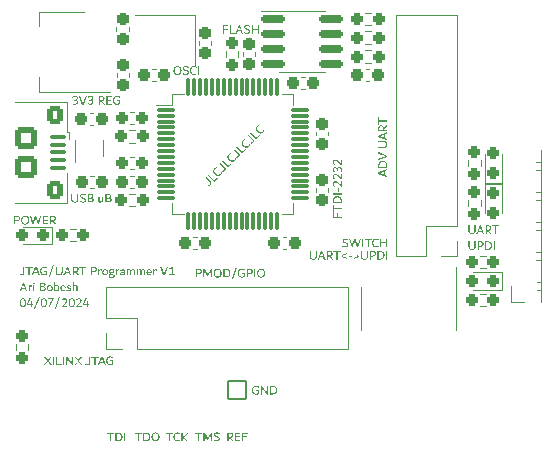
<source format=gto>
G04 #@! TF.GenerationSoftware,KiCad,Pcbnew,7.0.8*
G04 #@! TF.CreationDate,2024-04-19T19:41:21-04:00*
G04 #@! TF.ProjectId,programmer,70726f67-7261-46d6-9d65-722e6b696361,rev?*
G04 #@! TF.SameCoordinates,Original*
G04 #@! TF.FileFunction,Legend,Top*
G04 #@! TF.FilePolarity,Positive*
%FSLAX46Y46*%
G04 Gerber Fmt 4.6, Leading zero omitted, Abs format (unit mm)*
G04 Created by KiCad (PCBNEW 7.0.8) date 2024-04-19 19:41:21*
%MOMM*%
%LPD*%
G01*
G04 APERTURE LIST*
G04 Aperture macros list*
%AMRoundRect*
0 Rectangle with rounded corners*
0 $1 Rounding radius*
0 $2 $3 $4 $5 $6 $7 $8 $9 X,Y pos of 4 corners*
0 Add a 4 corners polygon primitive as box body*
4,1,4,$2,$3,$4,$5,$6,$7,$8,$9,$2,$3,0*
0 Add four circle primitives for the rounded corners*
1,1,$1+$1,$2,$3*
1,1,$1+$1,$4,$5*
1,1,$1+$1,$6,$7*
1,1,$1+$1,$8,$9*
0 Add four rect primitives between the rounded corners*
20,1,$1+$1,$2,$3,$4,$5,0*
20,1,$1+$1,$4,$5,$6,$7,0*
20,1,$1+$1,$6,$7,$8,$9,0*
20,1,$1+$1,$8,$9,$2,$3,0*%
G04 Aperture macros list end*
%ADD10C,0.150000*%
%ADD11C,0.120000*%
%ADD12RoundRect,0.237500X-0.250000X-0.237500X0.250000X-0.237500X0.250000X0.237500X-0.250000X0.237500X0*%
%ADD13RoundRect,0.237500X-0.300000X-0.237500X0.300000X-0.237500X0.300000X0.237500X-0.300000X0.237500X0*%
%ADD14R,1.700000X1.700000*%
%ADD15O,1.700000X1.700000*%
%ADD16RoundRect,0.237500X-0.237500X0.250000X-0.237500X-0.250000X0.237500X-0.250000X0.237500X0.250000X0*%
%ADD17RoundRect,0.237500X0.287500X0.237500X-0.287500X0.237500X-0.287500X-0.237500X0.287500X-0.237500X0*%
%ADD18R,2.000000X1.500000*%
%ADD19R,2.000000X3.800000*%
%ADD20RoundRect,0.237500X0.237500X-0.287500X0.237500X0.287500X-0.237500X0.287500X-0.237500X-0.287500X0*%
%ADD21RoundRect,0.237500X0.300000X0.237500X-0.300000X0.237500X-0.300000X-0.237500X0.300000X-0.237500X0*%
%ADD22RoundRect,0.150000X-0.825000X-0.150000X0.825000X-0.150000X0.825000X0.150000X-0.825000X0.150000X0*%
%ADD23R,1.200000X2.000000*%
%ADD24RoundRect,0.237500X0.237500X-0.250000X0.237500X0.250000X-0.237500X0.250000X-0.237500X-0.250000X0*%
%ADD25RoundRect,0.237500X0.250000X0.237500X-0.250000X0.237500X-0.250000X-0.237500X0.250000X-0.237500X0*%
%ADD26RoundRect,0.237500X0.237500X-0.300000X0.237500X0.300000X-0.237500X0.300000X-0.237500X-0.300000X0*%
%ADD27R,1.950000X1.650000*%
%ADD28RoundRect,0.075000X-0.700000X-0.075000X0.700000X-0.075000X0.700000X0.075000X-0.700000X0.075000X0*%
%ADD29RoundRect,0.075000X-0.075000X-0.700000X0.075000X-0.700000X0.075000X0.700000X-0.075000X0.700000X0*%
%ADD30RoundRect,0.237500X-0.237500X0.287500X-0.237500X-0.287500X0.237500X-0.287500X0.237500X0.287500X0*%
%ADD31RoundRect,0.237500X-0.237500X0.300000X-0.237500X-0.300000X0.237500X-0.300000X0.237500X0.300000X0*%
%ADD32R,0.400000X0.650000*%
%ADD33RoundRect,0.100000X-0.575000X0.100000X-0.575000X-0.100000X0.575000X-0.100000X0.575000X0.100000X0*%
%ADD34RoundRect,0.250000X-0.450000X0.550000X-0.450000X-0.550000X0.450000X-0.550000X0.450000X0.550000X0*%
%ADD35RoundRect,0.250000X-0.700000X0.700000X-0.700000X-0.700000X0.700000X-0.700000X0.700000X0.700000X0*%
%ADD36O,1.600000X0.900000*%
%ADD37RoundRect,0.102000X-0.765000X-0.765000X0.765000X-0.765000X0.765000X0.765000X-0.765000X0.765000X0*%
%ADD38C,1.734000*%
G04 APERTURE END LIST*
D10*
G36*
X102555938Y-79566505D02*
G01*
X102543394Y-79566352D01*
X102531114Y-79565894D01*
X102519098Y-79565131D01*
X102507346Y-79564062D01*
X102495858Y-79562688D01*
X102484634Y-79561009D01*
X102473675Y-79559025D01*
X102462979Y-79556735D01*
X102452548Y-79554140D01*
X102442380Y-79551240D01*
X102432477Y-79548034D01*
X102422838Y-79544523D01*
X102413463Y-79540707D01*
X102404352Y-79536585D01*
X102395505Y-79532158D01*
X102386922Y-79527426D01*
X102378632Y-79522425D01*
X102370613Y-79517192D01*
X102362866Y-79511727D01*
X102355390Y-79506030D01*
X102348187Y-79500101D01*
X102341255Y-79493940D01*
X102334595Y-79487547D01*
X102328206Y-79480922D01*
X102322089Y-79474065D01*
X102316244Y-79466976D01*
X102310671Y-79459655D01*
X102305369Y-79452101D01*
X102300339Y-79444316D01*
X102295581Y-79436299D01*
X102291095Y-79428050D01*
X102286880Y-79419568D01*
X102282929Y-79410899D01*
X102279232Y-79402087D01*
X102275791Y-79393130D01*
X102272604Y-79384031D01*
X102269672Y-79374788D01*
X102266996Y-79365401D01*
X102264574Y-79355871D01*
X102262407Y-79346198D01*
X102260495Y-79336381D01*
X102258838Y-79326420D01*
X102257436Y-79316316D01*
X102256289Y-79306069D01*
X102255397Y-79295678D01*
X102254759Y-79285143D01*
X102254377Y-79274465D01*
X102254249Y-79263644D01*
X102254249Y-78828696D01*
X102357808Y-78828696D01*
X102357808Y-79242346D01*
X102358008Y-79256891D01*
X102358608Y-79270975D01*
X102359608Y-79284598D01*
X102361008Y-79297758D01*
X102362808Y-79310457D01*
X102365007Y-79322694D01*
X102367607Y-79334469D01*
X102370607Y-79345782D01*
X102374006Y-79356634D01*
X102377806Y-79367024D01*
X102382005Y-79376952D01*
X102386605Y-79386418D01*
X102391604Y-79395423D01*
X102397003Y-79403966D01*
X102402802Y-79412047D01*
X102409002Y-79419666D01*
X102415601Y-79426823D01*
X102422600Y-79433519D01*
X102429999Y-79439753D01*
X102437798Y-79445525D01*
X102445997Y-79450836D01*
X102454596Y-79455684D01*
X102463594Y-79460071D01*
X102472993Y-79463996D01*
X102482792Y-79467459D01*
X102492991Y-79470461D01*
X102503589Y-79473001D01*
X102514588Y-79475079D01*
X102525986Y-79476695D01*
X102537785Y-79477849D01*
X102549983Y-79478542D01*
X102562581Y-79478773D01*
X102575446Y-79478538D01*
X102587858Y-79477835D01*
X102599816Y-79476664D01*
X102611320Y-79475024D01*
X102622371Y-79472915D01*
X102632969Y-79470337D01*
X102643114Y-79467291D01*
X102652805Y-79463776D01*
X102662043Y-79459793D01*
X102670827Y-79455341D01*
X102679158Y-79450420D01*
X102687035Y-79445031D01*
X102694460Y-79439173D01*
X102701431Y-79432846D01*
X102707948Y-79426051D01*
X102714012Y-79418787D01*
X102719667Y-79411094D01*
X102724957Y-79403012D01*
X102729883Y-79394540D01*
X102734443Y-79385680D01*
X102738639Y-79376430D01*
X102742469Y-79366790D01*
X102745935Y-79356762D01*
X102749036Y-79346344D01*
X102751773Y-79335537D01*
X102754144Y-79324341D01*
X102756151Y-79312755D01*
X102757793Y-79300781D01*
X102759070Y-79288417D01*
X102759982Y-79275663D01*
X102760529Y-79262521D01*
X102760711Y-79248989D01*
X102760711Y-78828696D01*
X102864270Y-78828696D01*
X102864270Y-79260127D01*
X102864112Y-79273267D01*
X102863635Y-79286114D01*
X102862841Y-79298668D01*
X102861730Y-79310929D01*
X102860301Y-79322897D01*
X102858555Y-79334572D01*
X102856491Y-79345953D01*
X102854110Y-79357042D01*
X102851411Y-79367838D01*
X102848394Y-79378340D01*
X102845061Y-79388549D01*
X102841409Y-79398466D01*
X102837440Y-79408089D01*
X102833154Y-79417419D01*
X102828550Y-79426456D01*
X102823628Y-79435200D01*
X102818460Y-79443651D01*
X102813068Y-79451808D01*
X102807451Y-79459673D01*
X102801610Y-79467244D01*
X102795544Y-79474523D01*
X102789254Y-79481508D01*
X102782740Y-79488200D01*
X102776001Y-79494600D01*
X102769038Y-79500706D01*
X102761850Y-79506519D01*
X102754438Y-79512039D01*
X102746802Y-79517265D01*
X102738941Y-79522199D01*
X102730856Y-79526840D01*
X102722546Y-79531187D01*
X102714012Y-79535242D01*
X102705289Y-79539027D01*
X102696411Y-79542569D01*
X102687380Y-79545866D01*
X102678194Y-79548919D01*
X102668854Y-79551728D01*
X102659360Y-79554293D01*
X102649711Y-79556613D01*
X102639909Y-79558689D01*
X102629952Y-79560521D01*
X102619841Y-79562108D01*
X102609576Y-79563452D01*
X102599157Y-79564551D01*
X102588583Y-79565406D01*
X102577856Y-79566016D01*
X102566974Y-79566383D01*
X102555938Y-79566505D01*
G37*
G36*
X103230244Y-79566505D02*
G01*
X103220449Y-79566420D01*
X103210750Y-79566166D01*
X103201148Y-79565742D01*
X103191641Y-79565149D01*
X103182231Y-79564387D01*
X103172917Y-79563455D01*
X103163699Y-79562353D01*
X103154577Y-79561083D01*
X103145552Y-79559642D01*
X103136622Y-79558033D01*
X103127789Y-79556253D01*
X103119052Y-79554305D01*
X103110411Y-79552187D01*
X103101867Y-79549899D01*
X103093418Y-79547442D01*
X103085066Y-79544816D01*
X103076823Y-79542013D01*
X103068705Y-79539076D01*
X103060709Y-79536005D01*
X103052838Y-79532799D01*
X103045090Y-79529459D01*
X103037466Y-79525985D01*
X103029965Y-79522376D01*
X103022588Y-79518633D01*
X103015335Y-79514756D01*
X103008206Y-79510744D01*
X103001200Y-79506598D01*
X102994317Y-79502318D01*
X102987559Y-79497903D01*
X102980924Y-79493354D01*
X102974412Y-79488671D01*
X102968025Y-79483853D01*
X103017459Y-79410189D01*
X103026024Y-79416486D01*
X103034791Y-79422481D01*
X103043760Y-79428173D01*
X103052933Y-79433563D01*
X103062308Y-79438651D01*
X103071885Y-79443437D01*
X103081665Y-79447920D01*
X103091648Y-79452101D01*
X103101834Y-79455980D01*
X103112222Y-79459557D01*
X103119260Y-79461773D01*
X103129866Y-79464811D01*
X103140362Y-79467551D01*
X103150749Y-79469991D01*
X103161025Y-79472132D01*
X103171192Y-79473975D01*
X103181249Y-79475519D01*
X103191195Y-79476764D01*
X103201032Y-79477710D01*
X103210759Y-79478358D01*
X103220376Y-79478706D01*
X103226727Y-79478773D01*
X103236711Y-79478660D01*
X103246391Y-79478321D01*
X103255768Y-79477756D01*
X103264841Y-79476965D01*
X103273610Y-79475949D01*
X103282075Y-79474706D01*
X103290237Y-79473238D01*
X103298094Y-79471543D01*
X103309311Y-79468578D01*
X103319845Y-79465104D01*
X103329695Y-79461122D01*
X103338862Y-79456632D01*
X103347345Y-79451634D01*
X103350020Y-79449854D01*
X103357563Y-79444168D01*
X103364364Y-79437952D01*
X103370422Y-79431208D01*
X103375739Y-79423934D01*
X103380314Y-79416132D01*
X103384147Y-79407800D01*
X103387238Y-79398940D01*
X103389588Y-79389551D01*
X103391195Y-79379633D01*
X103392061Y-79369186D01*
X103392226Y-79361927D01*
X103391987Y-79353473D01*
X103391273Y-79345404D01*
X103389710Y-79335858D01*
X103387403Y-79326914D01*
X103384352Y-79318571D01*
X103380557Y-79310828D01*
X103376985Y-79305067D01*
X103371811Y-79298202D01*
X103365692Y-79291527D01*
X103358629Y-79285043D01*
X103352299Y-79279993D01*
X103345364Y-79275066D01*
X103337825Y-79270260D01*
X103329681Y-79265577D01*
X103327550Y-79264425D01*
X103318489Y-79259772D01*
X103311084Y-79256203D01*
X103303156Y-79252564D01*
X103294707Y-79248857D01*
X103285736Y-79245081D01*
X103276242Y-79241237D01*
X103266227Y-79237323D01*
X103255689Y-79233341D01*
X103244630Y-79229291D01*
X103236967Y-79226552D01*
X103229071Y-79223783D01*
X103209923Y-79216944D01*
X103201162Y-79213870D01*
X103192612Y-79210802D01*
X103184273Y-79207739D01*
X103176144Y-79204683D01*
X103168226Y-79201633D01*
X103160519Y-79198590D01*
X103153022Y-79195552D01*
X103145736Y-79192520D01*
X103135202Y-79187984D01*
X103125141Y-79183462D01*
X103115555Y-79178953D01*
X103106443Y-79174458D01*
X103097805Y-79169977D01*
X103095031Y-79168487D01*
X103086972Y-79163848D01*
X103079209Y-79158945D01*
X103071740Y-79153778D01*
X103064568Y-79148346D01*
X103057690Y-79142649D01*
X103051108Y-79136688D01*
X103044822Y-79130463D01*
X103038831Y-79123973D01*
X103033135Y-79117219D01*
X103027734Y-79110200D01*
X103024298Y-79105374D01*
X103019479Y-79097870D01*
X103015134Y-79090012D01*
X103011264Y-79081800D01*
X103007867Y-79073235D01*
X103004944Y-79064316D01*
X103002495Y-79055043D01*
X103000520Y-79045416D01*
X102999019Y-79035435D01*
X102997992Y-79025101D01*
X102997439Y-79014413D01*
X102997334Y-79007091D01*
X102997634Y-78995539D01*
X102998536Y-78984331D01*
X103000039Y-78973466D01*
X103002142Y-78962944D01*
X103004847Y-78952766D01*
X103008153Y-78942931D01*
X103012060Y-78933440D01*
X103016568Y-78924293D01*
X103021677Y-78915488D01*
X103027387Y-78907028D01*
X103031528Y-78901578D01*
X103038168Y-78893710D01*
X103045193Y-78886227D01*
X103052603Y-78879129D01*
X103060397Y-78872415D01*
X103068576Y-78866086D01*
X103077140Y-78860142D01*
X103086089Y-78854583D01*
X103095422Y-78849408D01*
X103105140Y-78844618D01*
X103115242Y-78840212D01*
X103122191Y-78837489D01*
X103132811Y-78833683D01*
X103143568Y-78830251D01*
X103154463Y-78827193D01*
X103165495Y-78824510D01*
X103176664Y-78822202D01*
X103187971Y-78820267D01*
X103199416Y-78818707D01*
X103210997Y-78817522D01*
X103218795Y-78816939D01*
X103226653Y-78816523D01*
X103234573Y-78816274D01*
X103242554Y-78816191D01*
X103250975Y-78816256D01*
X103259339Y-78816453D01*
X103267645Y-78816781D01*
X103275893Y-78817241D01*
X103284082Y-78817832D01*
X103292214Y-78818554D01*
X103300288Y-78819407D01*
X103308304Y-78820392D01*
X103316261Y-78821508D01*
X103324161Y-78822755D01*
X103332003Y-78824133D01*
X103339787Y-78825643D01*
X103347512Y-78827284D01*
X103355180Y-78829056D01*
X103362790Y-78830960D01*
X103370341Y-78832995D01*
X103377853Y-78835155D01*
X103385344Y-78837483D01*
X103392813Y-78839978D01*
X103400261Y-78842642D01*
X103407688Y-78845474D01*
X103415093Y-78848474D01*
X103422477Y-78851641D01*
X103429839Y-78854976D01*
X103437180Y-78858480D01*
X103444500Y-78862151D01*
X103451798Y-78865990D01*
X103459075Y-78869997D01*
X103466330Y-78874172D01*
X103473565Y-78878515D01*
X103480777Y-78883026D01*
X103487969Y-78887705D01*
X103440683Y-78961369D01*
X103431442Y-78955838D01*
X103422255Y-78950602D01*
X103413124Y-78945662D01*
X103404047Y-78941017D01*
X103395025Y-78936668D01*
X103386058Y-78932614D01*
X103377147Y-78928855D01*
X103368290Y-78925392D01*
X103359488Y-78922224D01*
X103350741Y-78919351D01*
X103344940Y-78917600D01*
X103336196Y-78915156D01*
X103327256Y-78912952D01*
X103318121Y-78910989D01*
X103308789Y-78909266D01*
X103299262Y-78907783D01*
X103289539Y-78906541D01*
X103279620Y-78905539D01*
X103269506Y-78904778D01*
X103259195Y-78904257D01*
X103248689Y-78903976D01*
X103241577Y-78903923D01*
X103230544Y-78904137D01*
X103219870Y-78904781D01*
X103209552Y-78905855D01*
X103199591Y-78907357D01*
X103189988Y-78909289D01*
X103180742Y-78911651D01*
X103171853Y-78914441D01*
X103163321Y-78917661D01*
X103155147Y-78921311D01*
X103147329Y-78925389D01*
X103142316Y-78928347D01*
X103135298Y-78933123D01*
X103128969Y-78938367D01*
X103123331Y-78944078D01*
X103118384Y-78950256D01*
X103114126Y-78956901D01*
X103110559Y-78964013D01*
X103107683Y-78971592D01*
X103105497Y-78979638D01*
X103104001Y-78988151D01*
X103103195Y-78997132D01*
X103103042Y-79003378D01*
X103103357Y-79011520D01*
X103104301Y-79019338D01*
X103106266Y-79028291D01*
X103109137Y-79036777D01*
X103112916Y-79044796D01*
X103115938Y-79049882D01*
X103121447Y-79057281D01*
X103127067Y-79063330D01*
X103133621Y-79069275D01*
X103141111Y-79075115D01*
X103147776Y-79079711D01*
X103155039Y-79084241D01*
X103160879Y-79087593D01*
X103169330Y-79092026D01*
X103178562Y-79096533D01*
X103185999Y-79099960D01*
X103193876Y-79103429D01*
X103202192Y-79106940D01*
X103210949Y-79110491D01*
X103220144Y-79114084D01*
X103229780Y-79117718D01*
X103239855Y-79121393D01*
X103250369Y-79125109D01*
X103269518Y-79131948D01*
X103278827Y-79135138D01*
X103287897Y-79138307D01*
X103296730Y-79141457D01*
X103305324Y-79144587D01*
X103313680Y-79147698D01*
X103321798Y-79150788D01*
X103329678Y-79153859D01*
X103337320Y-79156909D01*
X103344723Y-79159940D01*
X103355382Y-79164450D01*
X103365505Y-79168914D01*
X103375093Y-79173334D01*
X103384144Y-79177709D01*
X103389881Y-79180601D01*
X103398234Y-79185064D01*
X103406367Y-79189882D01*
X103414281Y-79195052D01*
X103421974Y-79200577D01*
X103429448Y-79206455D01*
X103436702Y-79212688D01*
X103443736Y-79219274D01*
X103450551Y-79226213D01*
X103457145Y-79233507D01*
X103463520Y-79241154D01*
X103467648Y-79246449D01*
X103473479Y-79254730D01*
X103478737Y-79263455D01*
X103483421Y-79272623D01*
X103487532Y-79282234D01*
X103491069Y-79292287D01*
X103494033Y-79302784D01*
X103496423Y-79313724D01*
X103498239Y-79325107D01*
X103499131Y-79332942D01*
X103499769Y-79340974D01*
X103500151Y-79349203D01*
X103500279Y-79357628D01*
X103500151Y-79366067D01*
X103499769Y-79374334D01*
X103499131Y-79382431D01*
X103498239Y-79390357D01*
X103497092Y-79398112D01*
X103494893Y-79409423D01*
X103492121Y-79420350D01*
X103488775Y-79430892D01*
X103484855Y-79441049D01*
X103480362Y-79450822D01*
X103475296Y-79460210D01*
X103469655Y-79469214D01*
X103467648Y-79472129D01*
X103461282Y-79480616D01*
X103454422Y-79488712D01*
X103447067Y-79496416D01*
X103439218Y-79503728D01*
X103430874Y-79510649D01*
X103422035Y-79517178D01*
X103412702Y-79523316D01*
X103402875Y-79529062D01*
X103392552Y-79534417D01*
X103385396Y-79537769D01*
X103378020Y-79540947D01*
X103374249Y-79542471D01*
X103366566Y-79545382D01*
X103358706Y-79548104D01*
X103350671Y-79550639D01*
X103342461Y-79552986D01*
X103334075Y-79555145D01*
X103325514Y-79557117D01*
X103316777Y-79558900D01*
X103307864Y-79560496D01*
X103298776Y-79561905D01*
X103289512Y-79563125D01*
X103280073Y-79564158D01*
X103270458Y-79565003D01*
X103260668Y-79565660D01*
X103250702Y-79566129D01*
X103240561Y-79566411D01*
X103230244Y-79566505D01*
G37*
G36*
X103903879Y-78828791D02*
G01*
X103913202Y-78829075D01*
X103922356Y-78829548D01*
X103931343Y-78830210D01*
X103940162Y-78831062D01*
X103948812Y-78832103D01*
X103957295Y-78833334D01*
X103965610Y-78834753D01*
X103973757Y-78836362D01*
X103981736Y-78838160D01*
X103989547Y-78840148D01*
X103997191Y-78842325D01*
X104004666Y-78844691D01*
X104015564Y-78848595D01*
X104026085Y-78852925D01*
X104036189Y-78857591D01*
X104045841Y-78862576D01*
X104055039Y-78867881D01*
X104063784Y-78873505D01*
X104072075Y-78879449D01*
X104079913Y-78885712D01*
X104087297Y-78892295D01*
X104094228Y-78899197D01*
X104100706Y-78906418D01*
X104106731Y-78913959D01*
X104110495Y-78919163D01*
X104115733Y-78927155D01*
X104120455Y-78935377D01*
X104124663Y-78943830D01*
X104128355Y-78952512D01*
X104131532Y-78961424D01*
X104134194Y-78970567D01*
X104136341Y-78979939D01*
X104137972Y-78989542D01*
X104139089Y-78999375D01*
X104139690Y-79009438D01*
X104139804Y-79016274D01*
X104139541Y-79026068D01*
X104138753Y-79035667D01*
X104137439Y-79045069D01*
X104135600Y-79054276D01*
X104133235Y-79063286D01*
X104130345Y-79072101D01*
X104126929Y-79080721D01*
X104122988Y-79089144D01*
X104118521Y-79097372D01*
X104113529Y-79105404D01*
X104109909Y-79110650D01*
X104104036Y-79118240D01*
X104097555Y-79125476D01*
X104090467Y-79132359D01*
X104082770Y-79138887D01*
X104074466Y-79145062D01*
X104065554Y-79150884D01*
X104056033Y-79156351D01*
X104045905Y-79161465D01*
X104035169Y-79166224D01*
X104027674Y-79169201D01*
X104019908Y-79172021D01*
X104015924Y-79173371D01*
X104025486Y-79175859D01*
X104034731Y-79178583D01*
X104043658Y-79181544D01*
X104052267Y-79184741D01*
X104060560Y-79188175D01*
X104068534Y-79191845D01*
X104076191Y-79195752D01*
X104083531Y-79199896D01*
X104090553Y-79204277D01*
X104097257Y-79208894D01*
X104103644Y-79213747D01*
X104109713Y-79218837D01*
X104115465Y-79224164D01*
X104123498Y-79232598D01*
X104130816Y-79241564D01*
X104137451Y-79250868D01*
X104143433Y-79260388D01*
X104148762Y-79270125D01*
X104153439Y-79280078D01*
X104157463Y-79290248D01*
X104160835Y-79300633D01*
X104163554Y-79311236D01*
X104165621Y-79322054D01*
X104167035Y-79333089D01*
X104167796Y-79344341D01*
X104167941Y-79351962D01*
X104167678Y-79362736D01*
X104166890Y-79373298D01*
X104165576Y-79383647D01*
X104163737Y-79393782D01*
X104161372Y-79403705D01*
X104158482Y-79413415D01*
X104155066Y-79422912D01*
X104151125Y-79432196D01*
X104146658Y-79441267D01*
X104141666Y-79450125D01*
X104138046Y-79455912D01*
X104132212Y-79464313D01*
X104125850Y-79472370D01*
X104118959Y-79480085D01*
X104111539Y-79487456D01*
X104103590Y-79494483D01*
X104095112Y-79501167D01*
X104086105Y-79507507D01*
X104076570Y-79513504D01*
X104066505Y-79519157D01*
X104059501Y-79522736D01*
X104052263Y-79526161D01*
X104048555Y-79527817D01*
X104041004Y-79530987D01*
X104033250Y-79533953D01*
X104025293Y-79536715D01*
X104017133Y-79539272D01*
X104008770Y-79541624D01*
X104000204Y-79543772D01*
X103991435Y-79545715D01*
X103982463Y-79547454D01*
X103973288Y-79548988D01*
X103963910Y-79550318D01*
X103954328Y-79551443D01*
X103944544Y-79552363D01*
X103934557Y-79553079D01*
X103924367Y-79553590D01*
X103913973Y-79553897D01*
X103903377Y-79554000D01*
X103639986Y-79554000D01*
X103639986Y-79229059D01*
X103743545Y-79229059D01*
X103743545Y-79466267D01*
X103905722Y-79466267D01*
X103915658Y-79466140D01*
X103925243Y-79465758D01*
X103934477Y-79465120D01*
X103943360Y-79464228D01*
X103951891Y-79463081D01*
X103960072Y-79461679D01*
X103967901Y-79460022D01*
X103978987Y-79457058D01*
X103989283Y-79453521D01*
X103998789Y-79449410D01*
X104007505Y-79444726D01*
X104015431Y-79439468D01*
X104022568Y-79433637D01*
X104029028Y-79427355D01*
X104034852Y-79420747D01*
X104040041Y-79413813D01*
X104044595Y-79406553D01*
X104048514Y-79398967D01*
X104051797Y-79391054D01*
X104054444Y-79382814D01*
X104056456Y-79374249D01*
X104057833Y-79365357D01*
X104058574Y-79356139D01*
X104058715Y-79349812D01*
X104058379Y-79339609D01*
X104057369Y-79329807D01*
X104055686Y-79320407D01*
X104053330Y-79311408D01*
X104050301Y-79302812D01*
X104046598Y-79294617D01*
X104042222Y-79286825D01*
X104037173Y-79279434D01*
X104031451Y-79272445D01*
X104025056Y-79265858D01*
X104020418Y-79261690D01*
X104012911Y-79255858D01*
X104004752Y-79250600D01*
X103995939Y-79245916D01*
X103986475Y-79241805D01*
X103976357Y-79238268D01*
X103965587Y-79235305D01*
X103954165Y-79232915D01*
X103946187Y-79231640D01*
X103937919Y-79230620D01*
X103929362Y-79229855D01*
X103920514Y-79229346D01*
X103911376Y-79229091D01*
X103906699Y-79229059D01*
X103743545Y-79229059D01*
X103639986Y-79229059D01*
X103639986Y-78916428D01*
X103743545Y-78916428D01*
X103743545Y-79141327D01*
X103879734Y-79141327D01*
X103888206Y-79141217D01*
X103896477Y-79140887D01*
X103904546Y-79140338D01*
X103912414Y-79139568D01*
X103923838Y-79138002D01*
X103934808Y-79135941D01*
X103945325Y-79133386D01*
X103955389Y-79130336D01*
X103964999Y-79126791D01*
X103974156Y-79122752D01*
X103982859Y-79118218D01*
X103991109Y-79113190D01*
X103998756Y-79107619D01*
X104005651Y-79101457D01*
X104011794Y-79094705D01*
X104017185Y-79087361D01*
X104021824Y-79079427D01*
X104025710Y-79070902D01*
X104028844Y-79061787D01*
X104031226Y-79052080D01*
X104032856Y-79041783D01*
X104033733Y-79030895D01*
X104033900Y-79023309D01*
X104033514Y-79013823D01*
X104032355Y-79004662D01*
X104030423Y-78995826D01*
X104027718Y-78987313D01*
X104024240Y-78979125D01*
X104019990Y-78971262D01*
X104018073Y-78968207D01*
X104012812Y-78960894D01*
X104006796Y-78954095D01*
X104000027Y-78947811D01*
X103992504Y-78942043D01*
X103984228Y-78936790D01*
X103977064Y-78932958D01*
X103971374Y-78930301D01*
X103963452Y-78927049D01*
X103955120Y-78924232D01*
X103946379Y-78921847D01*
X103937229Y-78919896D01*
X103927670Y-78918379D01*
X103917702Y-78917295D01*
X103907325Y-78916645D01*
X103899273Y-78916442D01*
X103896538Y-78916428D01*
X103743545Y-78916428D01*
X103639986Y-78916428D01*
X103639986Y-78828696D01*
X103894389Y-78828696D01*
X103903879Y-78828791D01*
G37*
G36*
X104980390Y-79053790D02*
G01*
X104980390Y-79554000D01*
X104893831Y-79554000D01*
X104888164Y-79516288D01*
X104877311Y-79522369D01*
X104866442Y-79528058D01*
X104855555Y-79533354D01*
X104844652Y-79538258D01*
X104833732Y-79542770D01*
X104822796Y-79546889D01*
X104811842Y-79550616D01*
X104800872Y-79553951D01*
X104789885Y-79556893D01*
X104778881Y-79559443D01*
X104767860Y-79561601D01*
X104756823Y-79563366D01*
X104745768Y-79564739D01*
X104734697Y-79565720D01*
X104723609Y-79566309D01*
X104712505Y-79566505D01*
X104704030Y-79566354D01*
X104695753Y-79565903D01*
X104687672Y-79565151D01*
X104679788Y-79564099D01*
X104668332Y-79561956D01*
X104657319Y-79559137D01*
X104646749Y-79555641D01*
X104636622Y-79551469D01*
X104626937Y-79546619D01*
X104617697Y-79541094D01*
X104608899Y-79534891D01*
X104600544Y-79528012D01*
X104592792Y-79520448D01*
X104585802Y-79512190D01*
X104579575Y-79503238D01*
X104574111Y-79493592D01*
X104569409Y-79483253D01*
X104565469Y-79472219D01*
X104563266Y-79464478D01*
X104561402Y-79456429D01*
X104559877Y-79448071D01*
X104558691Y-79439405D01*
X104557844Y-79430431D01*
X104557336Y-79421148D01*
X104557166Y-79411557D01*
X104557166Y-79064928D01*
X104654082Y-79053790D01*
X104654082Y-79384006D01*
X104654222Y-79392958D01*
X104654644Y-79401445D01*
X104655346Y-79409469D01*
X104656619Y-79418845D01*
X104658330Y-79427497D01*
X104660481Y-79435423D01*
X104663070Y-79442625D01*
X104666839Y-79450332D01*
X104671405Y-79457188D01*
X104676767Y-79463192D01*
X104682927Y-79468344D01*
X104689883Y-79472644D01*
X104692379Y-79473888D01*
X104700549Y-79477075D01*
X104708197Y-79479228D01*
X104716608Y-79480922D01*
X104725782Y-79482159D01*
X104733671Y-79482818D01*
X104742049Y-79483184D01*
X104748653Y-79483267D01*
X104759003Y-79482904D01*
X104769831Y-79481817D01*
X104781136Y-79480006D01*
X104788938Y-79478395D01*
X104796952Y-79476463D01*
X104805179Y-79474208D01*
X104813617Y-79471631D01*
X104822268Y-79468732D01*
X104831131Y-79465511D01*
X104840206Y-79461968D01*
X104849493Y-79458103D01*
X104858993Y-79453916D01*
X104868705Y-79449407D01*
X104878629Y-79444575D01*
X104883670Y-79442039D01*
X104883670Y-79064928D01*
X104980390Y-79053790D01*
G37*
G36*
X105412323Y-78828791D02*
G01*
X105421646Y-78829075D01*
X105430800Y-78829548D01*
X105439787Y-78830210D01*
X105448605Y-78831062D01*
X105457256Y-78832103D01*
X105465739Y-78833334D01*
X105474054Y-78834753D01*
X105482201Y-78836362D01*
X105490180Y-78838160D01*
X105497991Y-78840148D01*
X105505635Y-78842325D01*
X105513110Y-78844691D01*
X105524008Y-78848595D01*
X105534528Y-78852925D01*
X105544633Y-78857591D01*
X105554285Y-78862576D01*
X105563483Y-78867881D01*
X105572227Y-78873505D01*
X105580519Y-78879449D01*
X105588357Y-78885712D01*
X105595741Y-78892295D01*
X105602672Y-78899197D01*
X105609150Y-78906418D01*
X105615174Y-78913959D01*
X105618939Y-78919163D01*
X105624177Y-78927155D01*
X105628899Y-78935377D01*
X105633107Y-78943830D01*
X105636799Y-78952512D01*
X105639976Y-78961424D01*
X105642638Y-78970567D01*
X105644785Y-78979939D01*
X105646416Y-78989542D01*
X105647532Y-78999375D01*
X105648133Y-79009438D01*
X105648248Y-79016274D01*
X105647985Y-79026068D01*
X105647197Y-79035667D01*
X105645883Y-79045069D01*
X105644044Y-79054276D01*
X105641679Y-79063286D01*
X105638789Y-79072101D01*
X105635373Y-79080721D01*
X105631432Y-79089144D01*
X105626965Y-79097372D01*
X105621973Y-79105404D01*
X105618353Y-79110650D01*
X105612480Y-79118240D01*
X105605999Y-79125476D01*
X105598911Y-79132359D01*
X105591214Y-79138887D01*
X105582910Y-79145062D01*
X105573997Y-79150884D01*
X105564477Y-79156351D01*
X105554349Y-79161465D01*
X105543613Y-79166224D01*
X105536117Y-79169201D01*
X105528352Y-79172021D01*
X105524368Y-79173371D01*
X105533930Y-79175859D01*
X105543175Y-79178583D01*
X105552102Y-79181544D01*
X105560711Y-79184741D01*
X105569003Y-79188175D01*
X105576978Y-79191845D01*
X105584635Y-79195752D01*
X105591974Y-79199896D01*
X105598996Y-79204277D01*
X105605701Y-79208894D01*
X105612088Y-79213747D01*
X105618157Y-79218837D01*
X105623909Y-79224164D01*
X105631942Y-79232598D01*
X105639260Y-79241564D01*
X105645894Y-79250868D01*
X105651876Y-79260388D01*
X105657206Y-79270125D01*
X105661883Y-79280078D01*
X105665907Y-79290248D01*
X105669279Y-79300633D01*
X105671998Y-79311236D01*
X105674064Y-79322054D01*
X105675478Y-79333089D01*
X105676240Y-79344341D01*
X105676385Y-79351962D01*
X105676122Y-79362736D01*
X105675334Y-79373298D01*
X105674020Y-79383647D01*
X105672181Y-79393782D01*
X105669816Y-79403705D01*
X105666926Y-79413415D01*
X105663510Y-79422912D01*
X105659569Y-79432196D01*
X105655102Y-79441267D01*
X105650110Y-79450125D01*
X105646489Y-79455912D01*
X105640656Y-79464313D01*
X105634294Y-79472370D01*
X105627403Y-79480085D01*
X105619983Y-79487456D01*
X105612034Y-79494483D01*
X105603556Y-79501167D01*
X105594549Y-79507507D01*
X105585013Y-79513504D01*
X105574949Y-79519157D01*
X105567945Y-79522736D01*
X105560706Y-79526161D01*
X105556999Y-79527817D01*
X105549448Y-79530987D01*
X105541694Y-79533953D01*
X105533737Y-79536715D01*
X105525577Y-79539272D01*
X105517214Y-79541624D01*
X105508648Y-79543772D01*
X105499879Y-79545715D01*
X105490907Y-79547454D01*
X105481732Y-79548988D01*
X105472353Y-79550318D01*
X105462772Y-79551443D01*
X105452988Y-79552363D01*
X105443001Y-79553079D01*
X105432810Y-79553590D01*
X105422417Y-79553897D01*
X105411821Y-79554000D01*
X105148429Y-79554000D01*
X105148429Y-79229059D01*
X105251988Y-79229059D01*
X105251988Y-79466267D01*
X105414166Y-79466267D01*
X105424102Y-79466140D01*
X105433687Y-79465758D01*
X105442921Y-79465120D01*
X105451803Y-79464228D01*
X105460335Y-79463081D01*
X105468516Y-79461679D01*
X105476345Y-79460022D01*
X105487431Y-79457058D01*
X105497727Y-79453521D01*
X105507233Y-79449410D01*
X105515949Y-79444726D01*
X105523875Y-79439468D01*
X105531011Y-79433637D01*
X105537471Y-79427355D01*
X105543296Y-79420747D01*
X105548485Y-79413813D01*
X105553039Y-79406553D01*
X105556957Y-79398967D01*
X105560240Y-79391054D01*
X105562888Y-79382814D01*
X105564900Y-79374249D01*
X105566277Y-79365357D01*
X105567018Y-79356139D01*
X105567159Y-79349812D01*
X105566823Y-79339609D01*
X105565813Y-79329807D01*
X105564130Y-79320407D01*
X105561774Y-79311408D01*
X105558744Y-79302812D01*
X105555042Y-79294617D01*
X105550666Y-79286825D01*
X105545617Y-79279434D01*
X105539895Y-79272445D01*
X105533500Y-79265858D01*
X105528862Y-79261690D01*
X105521355Y-79255858D01*
X105513195Y-79250600D01*
X105504383Y-79245916D01*
X105494918Y-79241805D01*
X105484801Y-79238268D01*
X105474031Y-79235305D01*
X105462608Y-79232915D01*
X105454631Y-79231640D01*
X105446363Y-79230620D01*
X105437806Y-79229855D01*
X105428958Y-79229346D01*
X105419820Y-79229091D01*
X105415143Y-79229059D01*
X105251988Y-79229059D01*
X105148429Y-79229059D01*
X105148429Y-78916428D01*
X105251988Y-78916428D01*
X105251988Y-79141327D01*
X105388178Y-79141327D01*
X105396650Y-79141217D01*
X105404921Y-79140887D01*
X105412990Y-79140338D01*
X105420858Y-79139568D01*
X105432282Y-79138002D01*
X105443252Y-79135941D01*
X105453769Y-79133386D01*
X105463832Y-79130336D01*
X105473443Y-79126791D01*
X105482599Y-79122752D01*
X105491303Y-79118218D01*
X105499553Y-79113190D01*
X105507200Y-79107619D01*
X105514095Y-79101457D01*
X105520238Y-79094705D01*
X105525629Y-79087361D01*
X105530267Y-79079427D01*
X105534154Y-79070902D01*
X105537288Y-79061787D01*
X105539670Y-79052080D01*
X105541300Y-79041783D01*
X105542177Y-79030895D01*
X105542344Y-79023309D01*
X105541958Y-79013823D01*
X105540799Y-79004662D01*
X105538867Y-78995826D01*
X105536162Y-78987313D01*
X105532684Y-78979125D01*
X105528434Y-78971262D01*
X105526517Y-78968207D01*
X105521256Y-78960894D01*
X105515240Y-78954095D01*
X105508471Y-78947811D01*
X105500948Y-78942043D01*
X105492672Y-78936790D01*
X105485508Y-78932958D01*
X105479818Y-78930301D01*
X105471895Y-78927049D01*
X105463564Y-78924232D01*
X105454823Y-78921847D01*
X105445673Y-78919896D01*
X105436114Y-78918379D01*
X105426146Y-78917295D01*
X105415768Y-78916645D01*
X105407717Y-78916442D01*
X105404982Y-78916428D01*
X105251988Y-78916428D01*
X105148429Y-78916428D01*
X105148429Y-78828696D01*
X105402833Y-78828696D01*
X105412323Y-78828791D01*
G37*
G36*
X114054294Y-78071057D02*
G01*
X114043961Y-78081032D01*
X114033442Y-78090475D01*
X114022739Y-78099386D01*
X114011852Y-78107765D01*
X114000780Y-78115612D01*
X113989523Y-78122927D01*
X113978082Y-78129709D01*
X113966456Y-78135960D01*
X113954646Y-78141678D01*
X113942651Y-78146864D01*
X113930471Y-78151518D01*
X113918107Y-78155639D01*
X113905558Y-78159229D01*
X113892825Y-78162286D01*
X113879907Y-78164812D01*
X113866805Y-78166805D01*
X113850363Y-78074096D01*
X113858137Y-78073211D01*
X113868269Y-78071773D01*
X113878132Y-78070042D01*
X113887728Y-78068017D01*
X113897057Y-78065698D01*
X113906117Y-78063086D01*
X113914910Y-78060180D01*
X113923435Y-78056981D01*
X113925525Y-78056135D01*
X113933789Y-78052469D01*
X113941932Y-78048311D01*
X113949954Y-78043661D01*
X113957855Y-78038519D01*
X113965636Y-78032884D01*
X113973295Y-78026758D01*
X113980834Y-78020139D01*
X113988252Y-78013028D01*
X113995895Y-78004922D01*
X114002714Y-77996720D01*
X114008706Y-77988420D01*
X114013872Y-77980024D01*
X114018213Y-77971530D01*
X114021728Y-77962939D01*
X114024418Y-77954250D01*
X114026281Y-77945465D01*
X114027319Y-77936583D01*
X114027531Y-77927603D01*
X114027214Y-77921563D01*
X114026110Y-77912458D01*
X114024248Y-77903383D01*
X114021628Y-77894337D01*
X114018251Y-77885320D01*
X114014115Y-77876333D01*
X114009222Y-77867374D01*
X114003572Y-77858445D01*
X113997163Y-77849544D01*
X113989997Y-77840673D01*
X113984799Y-77834775D01*
X113979263Y-77828890D01*
X113976369Y-77825953D01*
X113616174Y-77465758D01*
X113689401Y-77392530D01*
X114049873Y-77753002D01*
X114056924Y-77760218D01*
X114063640Y-77767429D01*
X114070020Y-77774635D01*
X114076064Y-77781835D01*
X114081772Y-77789030D01*
X114087145Y-77796219D01*
X114092182Y-77803403D01*
X114096883Y-77810582D01*
X114101249Y-77817755D01*
X114105279Y-77824923D01*
X114108973Y-77832085D01*
X114112332Y-77839242D01*
X114116740Y-77849968D01*
X114120394Y-77860681D01*
X114122409Y-77867817D01*
X114124904Y-77878441D01*
X114126791Y-77888969D01*
X114128071Y-77899399D01*
X114128743Y-77909732D01*
X114128809Y-77919968D01*
X114128267Y-77930107D01*
X114127119Y-77940149D01*
X114125363Y-77950094D01*
X114123000Y-77959941D01*
X114120029Y-77969691D01*
X114117712Y-77976138D01*
X114113821Y-77985658D01*
X114109505Y-77995051D01*
X114104763Y-78004314D01*
X114099597Y-78013449D01*
X114094006Y-78022455D01*
X114087990Y-78031332D01*
X114081548Y-78040080D01*
X114074682Y-78048700D01*
X114067391Y-78057191D01*
X114059675Y-78065553D01*
X114054294Y-78071057D01*
G37*
G36*
X114335597Y-77647997D02*
G01*
X114588715Y-77394879D01*
X114650751Y-77456915D01*
X114324406Y-77783260D01*
X113811539Y-77270393D01*
X113884766Y-77197166D01*
X114335597Y-77647997D01*
G37*
G36*
X114918652Y-77206699D02*
G01*
X114908681Y-77216418D01*
X114898661Y-77225679D01*
X114888595Y-77234483D01*
X114878481Y-77242829D01*
X114868319Y-77250717D01*
X114858110Y-77258148D01*
X114847854Y-77265121D01*
X114837549Y-77271636D01*
X114827198Y-77277694D01*
X114816799Y-77283294D01*
X114806352Y-77288436D01*
X114795858Y-77293121D01*
X114785317Y-77297348D01*
X114774728Y-77301117D01*
X114764091Y-77304429D01*
X114753407Y-77307283D01*
X114742685Y-77309679D01*
X114731970Y-77311652D01*
X114721261Y-77313202D01*
X114710559Y-77314329D01*
X114699863Y-77315033D01*
X114689174Y-77315314D01*
X114678491Y-77315171D01*
X114667814Y-77314605D01*
X114657144Y-77313617D01*
X114646481Y-77312205D01*
X114635824Y-77310370D01*
X114625173Y-77308112D01*
X114614529Y-77305430D01*
X114603892Y-77302326D01*
X114593260Y-77298799D01*
X114582636Y-77294848D01*
X114572015Y-77290484D01*
X114561430Y-77285753D01*
X114550880Y-77280653D01*
X114540366Y-77275185D01*
X114529888Y-77269350D01*
X114519445Y-77263146D01*
X114509038Y-77256574D01*
X114498666Y-77249634D01*
X114488330Y-77242325D01*
X114478030Y-77234649D01*
X114467765Y-77226605D01*
X114457536Y-77218192D01*
X114447343Y-77209412D01*
X114437185Y-77200263D01*
X114427063Y-77190747D01*
X114416976Y-77180862D01*
X114411221Y-77175042D01*
X114405596Y-77169224D01*
X114400101Y-77163406D01*
X114394736Y-77157590D01*
X114389501Y-77151775D01*
X114379422Y-77140147D01*
X114369863Y-77128524D01*
X114360824Y-77116905D01*
X114352305Y-77105291D01*
X114344306Y-77093681D01*
X114336828Y-77082075D01*
X114329870Y-77070473D01*
X114323433Y-77058876D01*
X114317515Y-77047283D01*
X114312118Y-77035695D01*
X114307242Y-77024111D01*
X114302885Y-77012531D01*
X114299049Y-77000955D01*
X114297326Y-76995169D01*
X114294199Y-76983628D01*
X114291484Y-76972182D01*
X114289182Y-76960831D01*
X114287292Y-76949575D01*
X114285814Y-76938413D01*
X114284749Y-76927347D01*
X114284095Y-76916376D01*
X114283855Y-76905500D01*
X114284026Y-76894719D01*
X114284610Y-76884033D01*
X114285607Y-76873442D01*
X114287015Y-76862945D01*
X114288836Y-76852544D01*
X114291070Y-76842238D01*
X114293715Y-76832027D01*
X114296773Y-76821910D01*
X114300184Y-76811908D01*
X114303889Y-76802036D01*
X114307887Y-76792297D01*
X114312179Y-76782689D01*
X114316764Y-76773213D01*
X114321643Y-76763868D01*
X114326815Y-76754656D01*
X114332281Y-76745575D01*
X114338041Y-76736625D01*
X114344095Y-76727807D01*
X114350441Y-76719121D01*
X114357082Y-76710567D01*
X114364016Y-76702144D01*
X114371244Y-76693853D01*
X114378765Y-76685694D01*
X114386580Y-76677667D01*
X114392659Y-76671681D01*
X114398771Y-76665847D01*
X114404917Y-76660166D01*
X114411096Y-76654636D01*
X114417308Y-76649259D01*
X114423554Y-76644034D01*
X114429834Y-76638962D01*
X114436147Y-76634041D01*
X114442493Y-76629273D01*
X114448873Y-76624657D01*
X114458505Y-76618018D01*
X114468213Y-76611722D01*
X114477996Y-76605768D01*
X114487855Y-76600156D01*
X114497818Y-76594794D01*
X114507914Y-76589692D01*
X114518144Y-76584850D01*
X114528508Y-76580267D01*
X114539005Y-76575944D01*
X114549635Y-76571882D01*
X114560400Y-76568079D01*
X114571298Y-76564536D01*
X114582329Y-76561253D01*
X114593494Y-76558229D01*
X114601012Y-76556358D01*
X114624500Y-76643402D01*
X114611876Y-76646389D01*
X114599496Y-76649753D01*
X114587360Y-76653495D01*
X114575468Y-76657615D01*
X114563821Y-76662113D01*
X114552417Y-76666989D01*
X114541257Y-76672243D01*
X114530340Y-76677874D01*
X114519668Y-76683883D01*
X114509240Y-76690270D01*
X114499056Y-76697034D01*
X114489116Y-76704177D01*
X114479419Y-76711697D01*
X114469967Y-76719595D01*
X114460758Y-76727871D01*
X114451794Y-76736525D01*
X114441829Y-76746911D01*
X114432626Y-76757381D01*
X114424183Y-76767934D01*
X114416501Y-76778570D01*
X114409581Y-76789289D01*
X114403421Y-76800091D01*
X114398022Y-76810977D01*
X114393385Y-76821945D01*
X114389508Y-76832997D01*
X114386392Y-76844131D01*
X114384038Y-76855349D01*
X114382444Y-76866650D01*
X114381611Y-76878034D01*
X114381539Y-76889501D01*
X114382229Y-76901051D01*
X114383679Y-76912685D01*
X114385799Y-76924341D01*
X114388532Y-76935996D01*
X114391878Y-76947648D01*
X114395837Y-76959298D01*
X114400410Y-76970946D01*
X114405595Y-76982592D01*
X114411394Y-76994235D01*
X114417805Y-77005877D01*
X114424830Y-77017516D01*
X114432468Y-77029153D01*
X114440719Y-77040788D01*
X114449583Y-77052421D01*
X114459060Y-77064052D01*
X114469151Y-77075680D01*
X114474426Y-77081493D01*
X114479854Y-77087306D01*
X114485436Y-77093119D01*
X114491171Y-77098931D01*
X114497172Y-77104851D01*
X114503174Y-77110611D01*
X114509177Y-77116210D01*
X114515179Y-77121648D01*
X114521182Y-77126924D01*
X114527185Y-77132040D01*
X114539192Y-77141787D01*
X114551200Y-77150891D01*
X114563209Y-77159349D01*
X114575219Y-77167164D01*
X114587230Y-77174334D01*
X114599242Y-77180859D01*
X114611255Y-77186741D01*
X114623270Y-77191977D01*
X114635285Y-77196570D01*
X114647302Y-77200518D01*
X114659319Y-77203821D01*
X114671338Y-77206480D01*
X114683358Y-77208495D01*
X114695317Y-77209787D01*
X114707152Y-77210347D01*
X114718865Y-77210176D01*
X114730455Y-77209272D01*
X114741921Y-77207637D01*
X114753265Y-77205270D01*
X114764485Y-77202171D01*
X114775583Y-77198340D01*
X114786557Y-77193777D01*
X114797408Y-77188483D01*
X114808137Y-77182456D01*
X114818742Y-77175698D01*
X114829224Y-77168208D01*
X114839583Y-77159986D01*
X114849819Y-77151033D01*
X114859932Y-77141347D01*
X114867361Y-77133734D01*
X114874467Y-77126074D01*
X114881250Y-77118368D01*
X114887710Y-77110616D01*
X114893847Y-77102818D01*
X114899660Y-77094974D01*
X114905151Y-77087084D01*
X114910319Y-77079147D01*
X114915164Y-77071164D01*
X114919686Y-77063136D01*
X114922521Y-77057757D01*
X114926587Y-77049547D01*
X114930495Y-77041183D01*
X114934245Y-77032666D01*
X114937838Y-77023996D01*
X114941272Y-77015173D01*
X114944549Y-77006197D01*
X114947668Y-76997068D01*
X114950629Y-76987786D01*
X114953432Y-76978351D01*
X114956077Y-76968763D01*
X114957753Y-76962286D01*
X115040099Y-76985774D01*
X115037850Y-76994045D01*
X115035524Y-77002209D01*
X115033122Y-77010266D01*
X115030643Y-77018216D01*
X115028088Y-77026060D01*
X115025456Y-77033797D01*
X115022747Y-77041427D01*
X115019961Y-77048949D01*
X115017099Y-77056366D01*
X115014161Y-77063675D01*
X115009609Y-77074438D01*
X115004885Y-77084961D01*
X114999988Y-77095244D01*
X114994919Y-77105286D01*
X114989553Y-77115146D01*
X114983818Y-77124932D01*
X114977714Y-77134646D01*
X114971241Y-77144287D01*
X114966720Y-77150674D01*
X114962036Y-77157029D01*
X114957187Y-77163351D01*
X114952174Y-77169641D01*
X114946997Y-77175898D01*
X114941657Y-77182123D01*
X114936152Y-77188315D01*
X114930482Y-77194476D01*
X114924649Y-77200603D01*
X114918652Y-77206699D01*
G37*
G36*
X115251905Y-76873446D02*
G01*
X115241571Y-76883421D01*
X115231053Y-76892864D01*
X115220350Y-76901776D01*
X115209463Y-76910154D01*
X115198391Y-76918001D01*
X115187134Y-76925316D01*
X115175693Y-76932098D01*
X115164067Y-76938349D01*
X115152257Y-76944067D01*
X115140262Y-76949253D01*
X115128082Y-76953907D01*
X115115718Y-76958029D01*
X115103169Y-76961618D01*
X115090436Y-76964676D01*
X115077518Y-76967201D01*
X115064416Y-76969194D01*
X115047974Y-76876485D01*
X115055748Y-76875600D01*
X115065880Y-76874162D01*
X115075743Y-76872431D01*
X115085339Y-76870406D01*
X115094668Y-76868087D01*
X115103728Y-76865475D01*
X115112521Y-76862569D01*
X115121046Y-76859370D01*
X115123136Y-76858524D01*
X115131400Y-76854858D01*
X115139543Y-76850701D01*
X115147565Y-76846050D01*
X115155466Y-76840908D01*
X115163247Y-76835274D01*
X115170906Y-76829147D01*
X115178445Y-76822528D01*
X115185862Y-76815417D01*
X115193506Y-76807311D01*
X115200324Y-76799109D01*
X115206317Y-76790809D01*
X115211483Y-76782413D01*
X115215824Y-76773919D01*
X115219339Y-76765328D01*
X115222029Y-76756640D01*
X115223892Y-76747854D01*
X115224930Y-76738972D01*
X115225142Y-76729992D01*
X115224825Y-76723952D01*
X115223721Y-76714847D01*
X115221859Y-76705772D01*
X115219239Y-76696726D01*
X115215861Y-76687709D01*
X115211726Y-76678722D01*
X115206833Y-76669763D01*
X115201183Y-76660834D01*
X115194774Y-76651933D01*
X115187608Y-76643062D01*
X115182409Y-76637164D01*
X115176874Y-76631279D01*
X115173980Y-76628342D01*
X114813785Y-76268147D01*
X114887012Y-76194919D01*
X115247484Y-76555391D01*
X115254535Y-76562607D01*
X115261251Y-76569818D01*
X115267631Y-76577024D01*
X115273675Y-76584224D01*
X115279383Y-76591419D01*
X115284756Y-76598608D01*
X115289793Y-76605792D01*
X115294494Y-76612971D01*
X115298860Y-76620144D01*
X115302890Y-76627312D01*
X115306584Y-76634475D01*
X115309943Y-76641632D01*
X115314351Y-76652357D01*
X115318005Y-76663070D01*
X115320020Y-76670206D01*
X115322515Y-76680830D01*
X115324402Y-76691358D01*
X115325682Y-76701788D01*
X115326354Y-76712121D01*
X115326420Y-76722357D01*
X115325878Y-76732496D01*
X115324730Y-76742538D01*
X115322974Y-76752483D01*
X115320610Y-76762330D01*
X115317640Y-76772081D01*
X115315323Y-76778527D01*
X115311432Y-76788048D01*
X115307115Y-76797440D01*
X115302374Y-76806703D01*
X115297208Y-76815838D01*
X115291617Y-76824844D01*
X115285601Y-76833721D01*
X115279159Y-76842469D01*
X115272293Y-76851089D01*
X115265002Y-76859580D01*
X115257285Y-76867942D01*
X115251905Y-76873446D01*
G37*
G36*
X115533208Y-76450386D02*
G01*
X115786326Y-76197268D01*
X115848362Y-76259304D01*
X115522017Y-76585649D01*
X115009150Y-76072782D01*
X115082377Y-75999555D01*
X115533208Y-76450386D01*
G37*
G36*
X116116263Y-76009088D02*
G01*
X116106291Y-76018807D01*
X116096272Y-76028068D01*
X116086206Y-76036872D01*
X116076092Y-76045218D01*
X116065930Y-76053106D01*
X116055721Y-76060537D01*
X116045464Y-76067510D01*
X116035160Y-76074025D01*
X116024809Y-76080083D01*
X116014410Y-76085683D01*
X116003963Y-76090825D01*
X115993469Y-76095510D01*
X115982928Y-76099737D01*
X115972339Y-76103506D01*
X115961702Y-76106818D01*
X115951018Y-76109672D01*
X115940296Y-76112068D01*
X115929581Y-76114041D01*
X115918872Y-76115591D01*
X115908170Y-76116718D01*
X115897474Y-76117422D01*
X115886785Y-76117703D01*
X115876102Y-76117560D01*
X115865425Y-76116995D01*
X115854755Y-76116006D01*
X115844092Y-76114594D01*
X115833435Y-76112759D01*
X115822784Y-76110501D01*
X115812140Y-76107820D01*
X115801502Y-76104715D01*
X115790871Y-76101188D01*
X115780247Y-76097237D01*
X115769626Y-76092874D01*
X115759041Y-76088142D01*
X115748491Y-76083042D01*
X115737977Y-76077574D01*
X115727499Y-76071739D01*
X115717056Y-76065535D01*
X115706649Y-76058963D01*
X115696277Y-76052023D01*
X115685941Y-76044715D01*
X115675641Y-76037038D01*
X115665376Y-76028994D01*
X115655147Y-76020582D01*
X115644954Y-76011801D01*
X115634796Y-76002653D01*
X115624674Y-75993136D01*
X115614587Y-75983251D01*
X115608832Y-75977432D01*
X115603207Y-75971613D01*
X115597712Y-75965796D01*
X115592347Y-75959979D01*
X115587112Y-75954164D01*
X115577033Y-75942536D01*
X115567473Y-75930913D01*
X115558434Y-75919294D01*
X115549916Y-75907680D01*
X115541917Y-75896070D01*
X115534439Y-75884464D01*
X115527481Y-75872863D01*
X115521044Y-75861265D01*
X115515126Y-75849672D01*
X115509729Y-75838084D01*
X115504852Y-75826500D01*
X115500496Y-75814920D01*
X115496660Y-75803344D01*
X115494937Y-75797558D01*
X115491810Y-75786017D01*
X115489095Y-75774571D01*
X115486793Y-75763220D01*
X115484903Y-75751964D01*
X115483425Y-75740803D01*
X115482359Y-75729736D01*
X115481706Y-75718765D01*
X115481466Y-75707889D01*
X115481637Y-75697108D01*
X115482221Y-75686422D01*
X115483218Y-75675831D01*
X115484626Y-75665334D01*
X115486447Y-75654933D01*
X115488680Y-75644627D01*
X115491326Y-75634416D01*
X115494384Y-75624300D01*
X115497795Y-75614297D01*
X115501500Y-75604425D01*
X115505498Y-75594686D01*
X115509789Y-75585078D01*
X115514375Y-75575602D01*
X115519254Y-75566257D01*
X115524426Y-75557045D01*
X115529892Y-75547964D01*
X115535652Y-75539014D01*
X115541705Y-75530196D01*
X115548052Y-75521510D01*
X115554693Y-75512956D01*
X115561627Y-75504533D01*
X115568855Y-75496243D01*
X115576376Y-75488083D01*
X115584191Y-75480056D01*
X115590270Y-75474070D01*
X115596382Y-75468236D01*
X115602528Y-75462555D01*
X115608707Y-75457025D01*
X115614919Y-75451648D01*
X115621165Y-75446423D01*
X115627445Y-75441351D01*
X115633758Y-75436430D01*
X115640104Y-75431662D01*
X115646484Y-75427046D01*
X115656116Y-75420407D01*
X115665824Y-75414111D01*
X115675607Y-75408157D01*
X115685466Y-75402545D01*
X115695429Y-75397183D01*
X115705525Y-75392081D01*
X115715755Y-75387239D01*
X115726119Y-75382656D01*
X115736616Y-75378333D01*
X115747246Y-75374271D01*
X115758011Y-75370468D01*
X115768909Y-75366925D01*
X115779940Y-75363642D01*
X115791105Y-75360618D01*
X115798623Y-75358747D01*
X115822111Y-75445791D01*
X115809487Y-75448778D01*
X115797107Y-75452142D01*
X115784971Y-75455884D01*
X115773079Y-75460005D01*
X115761431Y-75464502D01*
X115750027Y-75469378D01*
X115738867Y-75474632D01*
X115727951Y-75480263D01*
X115717279Y-75486272D01*
X115706851Y-75492659D01*
X115696667Y-75499424D01*
X115686726Y-75506566D01*
X115677030Y-75514086D01*
X115667578Y-75521984D01*
X115658369Y-75530260D01*
X115649405Y-75538914D01*
X115639440Y-75549300D01*
X115630237Y-75559770D01*
X115621794Y-75570323D01*
X115614112Y-75580959D01*
X115607192Y-75591678D01*
X115601032Y-75602480D01*
X115595633Y-75613366D01*
X115590996Y-75624334D01*
X115587119Y-75635386D01*
X115584003Y-75646520D01*
X115581649Y-75657738D01*
X115580055Y-75669039D01*
X115579222Y-75680423D01*
X115579150Y-75691890D01*
X115579839Y-75703440D01*
X115581290Y-75715074D01*
X115583410Y-75726730D01*
X115586143Y-75738385D01*
X115589489Y-75750037D01*
X115593448Y-75761687D01*
X115598020Y-75773335D01*
X115603206Y-75784981D01*
X115609005Y-75796624D01*
X115615416Y-75808266D01*
X115622441Y-75819905D01*
X115630079Y-75831542D01*
X115638330Y-75843177D01*
X115647194Y-75854810D01*
X115656671Y-75866441D01*
X115666762Y-75878069D01*
X115672037Y-75883883D01*
X115677465Y-75889695D01*
X115683047Y-75895508D01*
X115688782Y-75901320D01*
X115694783Y-75907241D01*
X115700785Y-75913000D01*
X115706787Y-75918599D01*
X115712790Y-75924037D01*
X115718793Y-75929313D01*
X115724796Y-75934429D01*
X115736803Y-75944177D01*
X115748810Y-75953280D01*
X115760819Y-75961739D01*
X115772829Y-75969553D01*
X115784841Y-75976723D01*
X115796853Y-75983249D01*
X115808866Y-75989130D01*
X115820881Y-75994366D01*
X115832896Y-75998959D01*
X115844913Y-76002907D01*
X115856930Y-76006210D01*
X115868949Y-76008869D01*
X115880969Y-76010884D01*
X115892927Y-76012176D01*
X115904763Y-76012736D01*
X115916476Y-76012565D01*
X115928066Y-76011661D01*
X115939532Y-76010026D01*
X115950876Y-76007659D01*
X115962096Y-76004560D01*
X115973194Y-76000729D01*
X115984168Y-75996166D01*
X115995019Y-75990872D01*
X116005748Y-75984846D01*
X116016353Y-75978087D01*
X116026835Y-75970597D01*
X116037194Y-75962375D01*
X116047430Y-75953422D01*
X116057543Y-75943736D01*
X116064972Y-75936123D01*
X116072078Y-75928463D01*
X116078861Y-75920757D01*
X116085321Y-75913005D01*
X116091457Y-75905207D01*
X116097271Y-75897363D01*
X116102762Y-75889473D01*
X116107930Y-75881536D01*
X116112775Y-75873554D01*
X116117297Y-75865525D01*
X116120132Y-75860147D01*
X116124198Y-75851936D01*
X116128106Y-75843572D01*
X116131856Y-75835055D01*
X116135448Y-75826385D01*
X116138883Y-75817562D01*
X116142160Y-75808586D01*
X116145279Y-75799457D01*
X116148239Y-75790175D01*
X116151043Y-75780740D01*
X116153688Y-75771152D01*
X116155364Y-75764675D01*
X116237710Y-75788163D01*
X116235461Y-75796434D01*
X116233135Y-75804598D01*
X116230733Y-75812655D01*
X116228254Y-75820606D01*
X116225699Y-75828449D01*
X116223066Y-75836186D01*
X116220358Y-75843816D01*
X116217572Y-75851339D01*
X116214710Y-75858755D01*
X116211771Y-75866064D01*
X116207220Y-75876827D01*
X116202496Y-75887350D01*
X116197599Y-75897633D01*
X116192530Y-75907675D01*
X116187164Y-75917535D01*
X116181429Y-75927322D01*
X116175325Y-75937035D01*
X116168852Y-75946676D01*
X116164331Y-75953063D01*
X116159647Y-75959418D01*
X116154798Y-75965740D01*
X116149785Y-75972030D01*
X116144608Y-75978287D01*
X116139267Y-75984512D01*
X116133762Y-75990705D01*
X116128093Y-75996865D01*
X116122260Y-76002993D01*
X116116263Y-76009088D01*
G37*
G36*
X116449516Y-75675835D02*
G01*
X116439182Y-75685810D01*
X116428664Y-75695254D01*
X116417961Y-75704165D01*
X116407074Y-75712544D01*
X116396002Y-75720390D01*
X116384745Y-75727705D01*
X116373304Y-75734487D01*
X116361678Y-75740738D01*
X116349868Y-75746456D01*
X116337873Y-75751642D01*
X116325693Y-75756296D01*
X116313329Y-75760418D01*
X116300780Y-75764007D01*
X116288047Y-75767065D01*
X116275129Y-75769590D01*
X116262027Y-75771583D01*
X116245585Y-75678875D01*
X116253359Y-75677989D01*
X116263491Y-75676551D01*
X116273354Y-75674820D01*
X116282950Y-75672795D01*
X116292279Y-75670476D01*
X116301339Y-75667864D01*
X116310132Y-75664958D01*
X116318657Y-75661759D01*
X116320747Y-75660913D01*
X116329011Y-75657247D01*
X116337154Y-75653090D01*
X116345176Y-75648439D01*
X116353077Y-75643297D01*
X116360858Y-75637663D01*
X116368517Y-75631536D01*
X116376056Y-75624917D01*
X116383473Y-75617806D01*
X116391117Y-75609701D01*
X116397935Y-75601498D01*
X116403928Y-75593198D01*
X116409094Y-75584802D01*
X116413435Y-75576308D01*
X116416950Y-75567717D01*
X116419640Y-75559029D01*
X116421503Y-75550243D01*
X116422541Y-75541361D01*
X116422753Y-75532381D01*
X116422436Y-75526341D01*
X116421332Y-75517237D01*
X116419470Y-75508161D01*
X116416850Y-75499115D01*
X116413472Y-75490099D01*
X116409337Y-75481111D01*
X116404444Y-75472152D01*
X116398793Y-75463223D01*
X116392385Y-75454323D01*
X116385219Y-75445451D01*
X116380020Y-75439553D01*
X116374485Y-75433669D01*
X116371591Y-75430731D01*
X116011396Y-75070536D01*
X116084623Y-74997309D01*
X116445095Y-75357780D01*
X116452146Y-75364996D01*
X116458862Y-75372207D01*
X116465241Y-75379413D01*
X116471286Y-75386613D01*
X116476994Y-75393808D01*
X116482367Y-75400997D01*
X116487404Y-75408181D01*
X116492105Y-75415360D01*
X116496471Y-75422533D01*
X116500501Y-75429701D01*
X116504195Y-75436864D01*
X116507554Y-75444021D01*
X116511962Y-75454746D01*
X116515615Y-75465459D01*
X116517631Y-75472595D01*
X116520125Y-75483219D01*
X116522013Y-75493747D01*
X116523292Y-75504177D01*
X116523965Y-75514510D01*
X116524031Y-75524747D01*
X116523489Y-75534885D01*
X116522340Y-75544927D01*
X116520585Y-75554872D01*
X116518221Y-75564719D01*
X116515251Y-75574470D01*
X116512934Y-75580916D01*
X116509042Y-75590437D01*
X116504726Y-75599829D01*
X116499985Y-75609092D01*
X116494819Y-75618227D01*
X116489228Y-75627233D01*
X116483212Y-75636110D01*
X116476770Y-75644858D01*
X116469904Y-75653478D01*
X116462613Y-75661969D01*
X116454896Y-75670332D01*
X116449516Y-75675835D01*
G37*
G36*
X116730819Y-75252775D02*
G01*
X116983937Y-74999657D01*
X117045973Y-75061693D01*
X116719628Y-75388038D01*
X116206761Y-74875171D01*
X116279988Y-74801944D01*
X116730819Y-75252775D01*
G37*
G36*
X117313874Y-74811477D02*
G01*
X117303902Y-74821196D01*
X117293883Y-74830457D01*
X117283817Y-74839261D01*
X117273703Y-74847607D01*
X117263541Y-74855495D01*
X117253332Y-74862926D01*
X117243075Y-74869899D01*
X117232771Y-74876414D01*
X117222420Y-74882472D01*
X117212021Y-74888072D01*
X117201574Y-74893214D01*
X117191080Y-74897899D01*
X117180539Y-74902126D01*
X117169950Y-74905895D01*
X117159313Y-74909207D01*
X117148629Y-74912061D01*
X117137907Y-74914457D01*
X117127192Y-74916430D01*
X117116483Y-74917980D01*
X117105781Y-74919107D01*
X117095085Y-74919811D01*
X117084395Y-74920092D01*
X117073713Y-74919949D01*
X117063036Y-74919384D01*
X117052366Y-74918395D01*
X117041703Y-74916983D01*
X117031046Y-74915148D01*
X117020395Y-74912890D01*
X117009751Y-74910209D01*
X116999113Y-74907104D01*
X116988482Y-74903577D01*
X116977858Y-74899626D01*
X116967237Y-74895263D01*
X116956651Y-74890531D01*
X116946102Y-74885431D01*
X116935588Y-74879964D01*
X116925109Y-74874128D01*
X116914667Y-74867924D01*
X116904260Y-74861352D01*
X116893888Y-74854412D01*
X116883552Y-74847104D01*
X116873252Y-74839427D01*
X116862987Y-74831383D01*
X116852758Y-74822971D01*
X116842565Y-74814190D01*
X116832407Y-74805042D01*
X116822285Y-74795525D01*
X116812198Y-74785640D01*
X116806443Y-74779821D01*
X116800818Y-74774002D01*
X116795323Y-74768185D01*
X116789958Y-74762368D01*
X116784723Y-74756553D01*
X116774644Y-74744925D01*
X116765084Y-74733302D01*
X116756045Y-74721684D01*
X116747527Y-74710069D01*
X116739528Y-74698459D01*
X116732050Y-74686853D01*
X116725092Y-74675252D01*
X116718655Y-74663654D01*
X116712737Y-74652062D01*
X116707340Y-74640473D01*
X116702463Y-74628889D01*
X116698107Y-74617309D01*
X116694271Y-74605733D01*
X116692548Y-74599947D01*
X116689421Y-74588406D01*
X116686706Y-74576960D01*
X116684403Y-74565609D01*
X116682513Y-74554353D01*
X116681036Y-74543192D01*
X116679970Y-74532126D01*
X116679317Y-74521154D01*
X116679077Y-74510278D01*
X116679248Y-74499497D01*
X116679832Y-74488811D01*
X116680828Y-74478220D01*
X116682237Y-74467724D01*
X116684058Y-74457322D01*
X116686291Y-74447016D01*
X116688937Y-74436805D01*
X116691995Y-74426689D01*
X116695406Y-74416686D01*
X116699110Y-74406815D01*
X116703109Y-74397075D01*
X116707400Y-74387467D01*
X116711986Y-74377991D01*
X116716865Y-74368647D01*
X116722037Y-74359434D01*
X116727503Y-74350353D01*
X116733263Y-74341403D01*
X116739316Y-74332586D01*
X116745663Y-74323900D01*
X116752304Y-74315345D01*
X116759238Y-74306923D01*
X116766466Y-74298632D01*
X116773987Y-74290472D01*
X116781802Y-74282445D01*
X116787881Y-74276459D01*
X116793993Y-74270625D01*
X116800138Y-74264944D01*
X116806318Y-74259414D01*
X116812530Y-74254037D01*
X116818776Y-74248812D01*
X116825056Y-74243740D01*
X116831369Y-74238819D01*
X116837715Y-74234051D01*
X116844095Y-74229435D01*
X116853727Y-74222796D01*
X116863435Y-74216500D01*
X116873218Y-74210546D01*
X116883077Y-74204934D01*
X116893039Y-74199572D01*
X116903136Y-74194470D01*
X116913366Y-74189628D01*
X116923729Y-74185045D01*
X116934227Y-74180723D01*
X116944857Y-74176660D01*
X116955622Y-74172857D01*
X116966519Y-74169314D01*
X116977551Y-74166031D01*
X116988716Y-74163007D01*
X116996233Y-74161136D01*
X117019721Y-74248180D01*
X117007098Y-74251167D01*
X116994718Y-74254531D01*
X116982582Y-74258274D01*
X116970690Y-74262394D01*
X116959042Y-74266892D01*
X116947638Y-74271767D01*
X116936478Y-74277021D01*
X116925562Y-74282652D01*
X116914890Y-74288661D01*
X116904462Y-74295048D01*
X116894278Y-74301813D01*
X116884337Y-74308955D01*
X116874641Y-74316475D01*
X116865189Y-74324373D01*
X116855980Y-74332649D01*
X116847016Y-74341303D01*
X116837051Y-74351690D01*
X116827848Y-74362159D01*
X116819405Y-74372712D01*
X116811723Y-74383348D01*
X116804803Y-74394067D01*
X116798643Y-74404869D01*
X116793244Y-74415755D01*
X116788607Y-74426723D01*
X116784730Y-74437775D01*
X116781614Y-74448909D01*
X116779259Y-74460127D01*
X116777666Y-74471428D01*
X116776833Y-74482812D01*
X116776761Y-74494279D01*
X116777450Y-74505829D01*
X116778901Y-74517463D01*
X116781020Y-74529119D01*
X116783754Y-74540774D01*
X116787100Y-74552426D01*
X116791059Y-74564076D01*
X116795631Y-74575724D01*
X116800817Y-74587370D01*
X116806615Y-74599013D01*
X116813027Y-74610655D01*
X116820052Y-74622294D01*
X116827690Y-74633931D01*
X116835941Y-74645566D01*
X116844805Y-74657199D01*
X116854282Y-74668830D01*
X116864373Y-74680458D01*
X116869648Y-74686272D01*
X116875076Y-74692085D01*
X116880658Y-74697897D01*
X116886393Y-74703709D01*
X116892394Y-74709630D01*
X116898396Y-74715390D01*
X116904398Y-74720988D01*
X116910401Y-74726426D01*
X116916404Y-74731703D01*
X116922407Y-74736818D01*
X116934413Y-74746566D01*
X116946421Y-74755669D01*
X116958430Y-74764128D01*
X116970440Y-74771942D01*
X116982452Y-74779112D01*
X116994464Y-74785638D01*
X117006477Y-74791519D01*
X117018491Y-74796756D01*
X117030507Y-74801348D01*
X117042523Y-74805296D01*
X117054541Y-74808599D01*
X117066560Y-74811259D01*
X117078580Y-74813273D01*
X117090538Y-74814565D01*
X117102374Y-74815126D01*
X117114087Y-74814954D01*
X117125676Y-74814050D01*
X117137143Y-74812415D01*
X117148487Y-74810048D01*
X117159707Y-74806949D01*
X117170804Y-74803118D01*
X117181779Y-74798555D01*
X117192630Y-74793261D01*
X117203358Y-74787235D01*
X117213964Y-74780476D01*
X117224446Y-74772986D01*
X117234805Y-74764764D01*
X117245041Y-74755811D01*
X117255154Y-74746125D01*
X117262583Y-74738512D01*
X117269689Y-74730852D01*
X117276472Y-74723146D01*
X117282932Y-74715394D01*
X117289068Y-74707596D01*
X117294882Y-74699752D01*
X117300373Y-74691862D01*
X117305541Y-74683925D01*
X117310386Y-74675943D01*
X117314907Y-74667914D01*
X117317743Y-74662536D01*
X117321809Y-74654325D01*
X117325717Y-74645961D01*
X117329467Y-74637444D01*
X117333059Y-74628774D01*
X117336494Y-74619951D01*
X117339771Y-74610975D01*
X117342889Y-74601846D01*
X117345850Y-74592564D01*
X117348654Y-74583129D01*
X117351299Y-74573541D01*
X117352975Y-74567064D01*
X117435321Y-74590552D01*
X117433072Y-74598823D01*
X117430746Y-74606987D01*
X117428344Y-74615044D01*
X117425865Y-74622995D01*
X117423309Y-74630838D01*
X117420677Y-74638575D01*
X117417969Y-74646205D01*
X117415183Y-74653728D01*
X117412321Y-74661144D01*
X117409382Y-74668453D01*
X117404831Y-74679216D01*
X117400106Y-74689739D01*
X117395210Y-74700022D01*
X117390141Y-74710064D01*
X117384775Y-74719924D01*
X117379040Y-74729711D01*
X117372936Y-74739425D01*
X117366463Y-74749066D01*
X117361942Y-74755452D01*
X117357258Y-74761807D01*
X117352409Y-74768129D01*
X117347396Y-74774419D01*
X117342219Y-74780676D01*
X117336878Y-74786901D01*
X117331373Y-74793094D01*
X117325704Y-74799254D01*
X117319871Y-74805382D01*
X117313874Y-74811477D01*
G37*
G36*
X117647127Y-74478224D02*
G01*
X117636793Y-74488199D01*
X117626275Y-74497643D01*
X117615572Y-74506554D01*
X117604685Y-74514933D01*
X117593612Y-74522779D01*
X117582356Y-74530094D01*
X117570915Y-74536877D01*
X117559289Y-74543127D01*
X117547478Y-74548845D01*
X117535484Y-74554031D01*
X117523304Y-74558685D01*
X117510940Y-74562807D01*
X117498391Y-74566396D01*
X117485658Y-74569454D01*
X117472740Y-74571979D01*
X117459638Y-74573972D01*
X117443196Y-74481264D01*
X117450970Y-74480378D01*
X117461102Y-74478940D01*
X117470965Y-74477209D01*
X117480561Y-74475184D01*
X117489889Y-74472865D01*
X117498950Y-74470253D01*
X117507743Y-74467347D01*
X117516268Y-74464148D01*
X117518358Y-74463302D01*
X117526622Y-74459637D01*
X117534765Y-74455479D01*
X117542787Y-74450829D01*
X117550688Y-74445686D01*
X117558468Y-74440052D01*
X117566128Y-74433925D01*
X117573667Y-74427306D01*
X117581084Y-74420195D01*
X117588728Y-74412090D01*
X117595546Y-74403887D01*
X117601539Y-74395588D01*
X117606705Y-74387191D01*
X117611046Y-74378697D01*
X117614561Y-74370106D01*
X117617251Y-74361418D01*
X117619114Y-74352632D01*
X117620152Y-74343750D01*
X117620364Y-74334770D01*
X117620047Y-74328730D01*
X117618942Y-74319626D01*
X117617081Y-74310550D01*
X117614461Y-74301504D01*
X117611083Y-74292488D01*
X117606948Y-74283500D01*
X117602055Y-74274541D01*
X117596404Y-74265612D01*
X117589996Y-74256712D01*
X117582830Y-74247840D01*
X117577631Y-74241943D01*
X117572096Y-74236058D01*
X117569202Y-74233120D01*
X117209007Y-73872925D01*
X117282234Y-73799698D01*
X117642706Y-74160169D01*
X117649757Y-74167385D01*
X117656473Y-74174596D01*
X117662852Y-74181802D01*
X117668897Y-74189002D01*
X117674605Y-74196197D01*
X117679978Y-74203387D01*
X117685015Y-74210571D01*
X117689716Y-74217749D01*
X117694082Y-74224922D01*
X117698112Y-74232090D01*
X117701806Y-74239253D01*
X117705165Y-74246410D01*
X117709573Y-74257135D01*
X117713226Y-74267848D01*
X117715242Y-74274984D01*
X117717736Y-74285609D01*
X117719623Y-74296136D01*
X117720903Y-74306566D01*
X117721576Y-74316900D01*
X117721642Y-74327136D01*
X117721100Y-74337275D01*
X117719951Y-74347316D01*
X117718195Y-74357261D01*
X117715832Y-74367108D01*
X117712862Y-74376859D01*
X117710545Y-74383305D01*
X117706653Y-74392826D01*
X117702337Y-74402218D01*
X117697596Y-74411481D01*
X117692430Y-74420616D01*
X117686839Y-74429622D01*
X117680822Y-74438499D01*
X117674381Y-74447247D01*
X117667515Y-74455867D01*
X117660224Y-74464358D01*
X117652507Y-74472721D01*
X117647127Y-74478224D01*
G37*
G36*
X117928430Y-74055164D02*
G01*
X118181548Y-73802046D01*
X118243584Y-73864082D01*
X117917239Y-74190427D01*
X117404372Y-73677560D01*
X117477599Y-73604333D01*
X117928430Y-74055164D01*
G37*
G36*
X118511485Y-73613866D02*
G01*
X118501513Y-73623585D01*
X118491494Y-73632847D01*
X118481428Y-73641650D01*
X118471313Y-73649996D01*
X118461152Y-73657885D01*
X118450943Y-73665315D01*
X118440686Y-73672288D01*
X118430382Y-73678804D01*
X118420031Y-73684861D01*
X118409632Y-73690461D01*
X118399185Y-73695604D01*
X118388691Y-73700288D01*
X118378150Y-73704515D01*
X118367560Y-73708284D01*
X118356924Y-73711596D01*
X118346240Y-73714450D01*
X118335518Y-73716846D01*
X118324803Y-73718819D01*
X118314094Y-73720370D01*
X118303392Y-73721496D01*
X118292696Y-73722200D01*
X118282006Y-73722481D01*
X118271323Y-73722338D01*
X118260647Y-73721773D01*
X118249977Y-73720784D01*
X118239314Y-73719372D01*
X118228656Y-73717537D01*
X118218006Y-73715279D01*
X118207362Y-73712598D01*
X118196724Y-73709493D01*
X118186093Y-73705966D01*
X118175468Y-73702015D01*
X118164848Y-73697652D01*
X118154262Y-73692920D01*
X118143713Y-73687820D01*
X118133199Y-73682353D01*
X118122720Y-73676517D01*
X118112278Y-73670313D01*
X118101870Y-73663741D01*
X118091499Y-73656801D01*
X118081163Y-73649493D01*
X118070863Y-73641816D01*
X118060598Y-73633772D01*
X118050369Y-73625360D01*
X118040176Y-73616579D01*
X118030018Y-73607431D01*
X118019896Y-73597914D01*
X118009809Y-73588029D01*
X118004054Y-73582210D01*
X117998429Y-73576391D01*
X117992934Y-73570574D01*
X117987569Y-73564757D01*
X117982334Y-73558942D01*
X117972255Y-73547315D01*
X117962695Y-73535691D01*
X117953656Y-73524073D01*
X117945138Y-73512458D01*
X117937139Y-73500848D01*
X117929661Y-73489242D01*
X117922703Y-73477641D01*
X117916265Y-73466044D01*
X117910348Y-73454451D01*
X117904951Y-73442862D01*
X117900074Y-73431278D01*
X117895718Y-73419698D01*
X117891882Y-73408122D01*
X117890159Y-73402336D01*
X117887032Y-73390795D01*
X117884317Y-73379349D01*
X117882014Y-73367998D01*
X117880124Y-73356742D01*
X117878647Y-73345581D01*
X117877581Y-73334515D01*
X117876928Y-73323543D01*
X117876688Y-73312667D01*
X117876859Y-73301886D01*
X117877443Y-73291200D01*
X117878439Y-73280609D01*
X117879848Y-73270113D01*
X117881669Y-73259711D01*
X117883902Y-73249405D01*
X117886548Y-73239194D01*
X117889606Y-73229078D01*
X117893017Y-73219075D01*
X117896721Y-73209204D01*
X117900720Y-73199464D01*
X117905011Y-73189856D01*
X117909597Y-73180380D01*
X117914476Y-73171036D01*
X117919648Y-73161823D01*
X117925114Y-73152742D01*
X117930874Y-73143792D01*
X117936927Y-73134975D01*
X117943274Y-73126289D01*
X117949915Y-73117734D01*
X117956849Y-73109312D01*
X117964077Y-73101021D01*
X117971598Y-73092861D01*
X117979413Y-73084834D01*
X117985492Y-73078848D01*
X117991604Y-73073014D01*
X117997749Y-73067333D01*
X118003928Y-73061804D01*
X118010141Y-73056426D01*
X118016387Y-73051202D01*
X118022667Y-73046129D01*
X118028979Y-73041208D01*
X118035326Y-73036440D01*
X118041706Y-73031824D01*
X118051338Y-73025185D01*
X118061046Y-73018889D01*
X118070829Y-73012935D01*
X118080688Y-73007324D01*
X118090650Y-73001961D01*
X118100747Y-72996859D01*
X118110977Y-72992017D01*
X118121340Y-72987434D01*
X118131837Y-72983112D01*
X118142468Y-72979049D01*
X118153232Y-72975246D01*
X118164130Y-72971703D01*
X118175162Y-72968420D01*
X118186327Y-72965396D01*
X118193844Y-72963525D01*
X118217332Y-73050569D01*
X118204709Y-73053556D01*
X118192329Y-73056920D01*
X118180193Y-73060663D01*
X118168301Y-73064783D01*
X118156653Y-73069281D01*
X118145249Y-73074156D01*
X118134089Y-73079410D01*
X118123173Y-73085041D01*
X118112501Y-73091050D01*
X118102073Y-73097437D01*
X118091889Y-73104202D01*
X118081948Y-73111344D01*
X118072252Y-73118864D01*
X118062800Y-73126762D01*
X118053591Y-73135038D01*
X118044627Y-73143692D01*
X118034662Y-73154079D01*
X118025458Y-73164548D01*
X118017016Y-73175101D01*
X118009334Y-73185737D01*
X118002414Y-73196456D01*
X117996254Y-73207258D01*
X117990855Y-73218144D01*
X117986218Y-73229112D01*
X117982341Y-73240164D01*
X117979225Y-73251298D01*
X117976870Y-73262516D01*
X117975277Y-73273817D01*
X117974444Y-73285201D01*
X117974372Y-73296668D01*
X117975061Y-73308219D01*
X117976511Y-73319852D01*
X117978631Y-73331508D01*
X117981364Y-73343163D01*
X117984711Y-73354815D01*
X117988670Y-73366465D01*
X117993242Y-73378113D01*
X117998428Y-73389759D01*
X118004226Y-73401402D01*
X118010638Y-73413044D01*
X118017663Y-73424683D01*
X118025301Y-73436320D01*
X118033552Y-73447955D01*
X118042416Y-73459588D01*
X118051893Y-73471219D01*
X118061984Y-73482847D01*
X118067259Y-73488661D01*
X118072687Y-73494474D01*
X118078269Y-73500286D01*
X118084004Y-73506098D01*
X118090005Y-73512019D01*
X118096007Y-73517779D01*
X118102009Y-73523377D01*
X118108012Y-73528815D01*
X118114015Y-73534092D01*
X118120018Y-73539207D01*
X118132024Y-73548955D01*
X118144032Y-73558058D01*
X118156041Y-73566517D01*
X118168051Y-73574331D01*
X118180062Y-73581501D01*
X118192075Y-73588027D01*
X118204088Y-73593908D01*
X118216102Y-73599145D01*
X118228118Y-73603737D01*
X118240134Y-73607685D01*
X118252152Y-73610988D01*
X118264171Y-73613648D01*
X118276191Y-73615662D01*
X118288149Y-73616954D01*
X118299985Y-73617515D01*
X118311698Y-73617343D01*
X118323287Y-73616439D01*
X118334754Y-73614804D01*
X118346097Y-73612437D01*
X118357318Y-73609338D01*
X118368415Y-73605507D01*
X118379390Y-73600945D01*
X118390241Y-73595650D01*
X118400969Y-73589624D01*
X118411575Y-73582865D01*
X118422057Y-73575375D01*
X118432416Y-73567154D01*
X118442652Y-73558200D01*
X118452765Y-73548514D01*
X118460194Y-73540901D01*
X118467300Y-73533241D01*
X118474083Y-73525535D01*
X118480542Y-73517783D01*
X118486679Y-73509985D01*
X118492493Y-73502141D01*
X118497984Y-73494251D01*
X118503152Y-73486314D01*
X118507997Y-73478332D01*
X118512518Y-73470303D01*
X118515353Y-73464925D01*
X118519419Y-73456714D01*
X118523328Y-73448350D01*
X118527078Y-73439833D01*
X118530670Y-73431163D01*
X118534105Y-73422340D01*
X118537382Y-73413364D01*
X118540500Y-73404235D01*
X118543461Y-73394953D01*
X118546264Y-73385518D01*
X118548910Y-73375930D01*
X118550585Y-73369453D01*
X118632932Y-73392941D01*
X118630683Y-73401212D01*
X118628357Y-73409376D01*
X118625955Y-73417433D01*
X118623476Y-73425384D01*
X118620920Y-73433227D01*
X118618288Y-73440964D01*
X118615579Y-73448594D01*
X118612794Y-73456117D01*
X118609932Y-73463533D01*
X118606993Y-73470842D01*
X118602442Y-73481606D01*
X118597717Y-73492129D01*
X118592821Y-73502411D01*
X118587752Y-73512453D01*
X118582386Y-73522313D01*
X118576651Y-73532100D01*
X118570547Y-73541814D01*
X118564074Y-73551455D01*
X118559553Y-73557842D01*
X118554869Y-73564196D01*
X118550020Y-73570518D01*
X118545007Y-73576808D01*
X118539830Y-73583065D01*
X118534489Y-73589290D01*
X118528984Y-73595483D01*
X118523315Y-73601643D01*
X118517482Y-73607771D01*
X118511485Y-73613866D01*
G37*
G36*
X98060279Y-85728505D02*
G01*
X98045918Y-85728251D01*
X98031803Y-85727491D01*
X98017934Y-85726224D01*
X98004310Y-85724450D01*
X97990933Y-85722170D01*
X97977801Y-85719382D01*
X97964915Y-85716088D01*
X97952274Y-85712287D01*
X97939880Y-85707979D01*
X97927731Y-85703165D01*
X97915828Y-85697843D01*
X97904171Y-85692015D01*
X97892759Y-85685680D01*
X97881594Y-85678838D01*
X97870674Y-85671489D01*
X97860000Y-85663634D01*
X97913928Y-85586453D01*
X97920052Y-85591324D01*
X97928232Y-85597471D01*
X97936431Y-85603222D01*
X97944649Y-85608575D01*
X97952884Y-85613532D01*
X97961138Y-85618092D01*
X97969410Y-85622254D01*
X97977701Y-85626020D01*
X97979776Y-85626900D01*
X97988212Y-85630151D01*
X97996910Y-85632969D01*
X98005870Y-85635354D01*
X98015094Y-85637304D01*
X98024579Y-85638822D01*
X98034328Y-85639906D01*
X98044339Y-85640556D01*
X98054612Y-85640773D01*
X98065749Y-85640446D01*
X98076370Y-85639468D01*
X98086476Y-85637836D01*
X98096066Y-85635552D01*
X98105142Y-85632615D01*
X98113702Y-85629026D01*
X98121747Y-85624784D01*
X98129277Y-85619890D01*
X98136292Y-85614343D01*
X98142792Y-85608143D01*
X98146838Y-85603648D01*
X98152495Y-85596429D01*
X98157596Y-85588696D01*
X98162140Y-85580447D01*
X98166127Y-85571683D01*
X98169559Y-85562403D01*
X98172433Y-85552609D01*
X98174752Y-85542299D01*
X98176514Y-85531474D01*
X98177719Y-85520134D01*
X98178214Y-85512288D01*
X98178461Y-85504212D01*
X98178492Y-85500089D01*
X98178492Y-84990696D01*
X98282051Y-84990696D01*
X98282051Y-85500480D01*
X98281934Y-85510568D01*
X98281584Y-85520416D01*
X98281000Y-85530022D01*
X98280183Y-85539387D01*
X98279132Y-85548511D01*
X98277847Y-85557394D01*
X98276329Y-85566036D01*
X98274577Y-85574436D01*
X98272592Y-85582596D01*
X98270373Y-85590514D01*
X98267921Y-85598190D01*
X98265235Y-85605626D01*
X98260768Y-85616327D01*
X98255776Y-85626486D01*
X98252156Y-85632957D01*
X98246407Y-85642233D01*
X98240297Y-85651012D01*
X98233827Y-85659292D01*
X98226996Y-85667075D01*
X98219804Y-85674359D01*
X98212252Y-85681145D01*
X98204339Y-85687434D01*
X98196065Y-85693224D01*
X98187431Y-85698516D01*
X98178436Y-85703310D01*
X98172240Y-85706230D01*
X98162756Y-85710211D01*
X98153063Y-85713800D01*
X98143160Y-85716997D01*
X98133048Y-85719804D01*
X98122726Y-85722218D01*
X98112195Y-85724241D01*
X98101454Y-85725873D01*
X98090504Y-85727113D01*
X98079344Y-85727961D01*
X98067975Y-85728418D01*
X98060279Y-85728505D01*
G37*
G36*
X98991723Y-84990696D02*
G01*
X98991723Y-85078428D01*
X98739665Y-85078428D01*
X98739665Y-85716000D01*
X98636106Y-85716000D01*
X98636106Y-85078428D01*
X98382875Y-85078428D01*
X98382875Y-84990696D01*
X98991723Y-84990696D01*
G37*
G36*
X99594319Y-85709356D02*
G01*
X99594319Y-85716000D01*
X99486266Y-85716000D01*
X99409867Y-85516111D01*
X99099190Y-85516111D01*
X99023768Y-85716000D01*
X98920209Y-85716000D01*
X98920209Y-85709356D01*
X99027161Y-85428379D01*
X99130648Y-85428379D01*
X99378213Y-85428379D01*
X99254528Y-85089175D01*
X99130648Y-85428379D01*
X99027161Y-85428379D01*
X99193761Y-84990696D01*
X99319790Y-84990696D01*
X99594319Y-85709356D01*
G37*
G36*
X100235799Y-85315832D02*
G01*
X100235799Y-85667346D01*
X100227525Y-85671167D01*
X100219312Y-85674863D01*
X100211161Y-85678433D01*
X100203070Y-85681879D01*
X100195040Y-85685199D01*
X100187072Y-85688394D01*
X100179165Y-85691464D01*
X100171318Y-85694408D01*
X100163533Y-85697228D01*
X100155809Y-85699922D01*
X100148146Y-85702491D01*
X100140544Y-85704935D01*
X100133003Y-85707254D01*
X100121806Y-85710498D01*
X100110746Y-85713459D01*
X100099624Y-85716148D01*
X100088164Y-85718572D01*
X100080338Y-85720042D01*
X100072362Y-85721393D01*
X100064236Y-85722628D01*
X100055961Y-85723744D01*
X100047536Y-85724743D01*
X100038962Y-85725625D01*
X100030238Y-85726389D01*
X100021364Y-85727035D01*
X100012341Y-85727564D01*
X100003168Y-85727976D01*
X99993845Y-85728270D01*
X99984373Y-85728446D01*
X99974752Y-85728505D01*
X99959850Y-85728318D01*
X99945284Y-85727757D01*
X99931054Y-85726822D01*
X99917159Y-85725513D01*
X99903601Y-85723830D01*
X99890378Y-85721773D01*
X99877491Y-85719342D01*
X99864940Y-85716537D01*
X99852725Y-85713358D01*
X99840846Y-85709805D01*
X99829302Y-85705878D01*
X99818094Y-85701577D01*
X99807223Y-85696902D01*
X99796687Y-85691853D01*
X99786486Y-85686430D01*
X99776622Y-85680633D01*
X99767087Y-85674485D01*
X99757876Y-85668058D01*
X99748989Y-85661351D01*
X99740425Y-85654365D01*
X99732185Y-85647099D01*
X99724269Y-85639555D01*
X99716676Y-85631730D01*
X99709406Y-85623627D01*
X99702461Y-85615244D01*
X99695839Y-85606582D01*
X99689540Y-85597640D01*
X99683565Y-85588419D01*
X99677914Y-85578919D01*
X99672587Y-85569139D01*
X99667583Y-85559080D01*
X99662903Y-85548742D01*
X99658549Y-85538160D01*
X99654476Y-85527371D01*
X99650684Y-85516374D01*
X99647173Y-85505169D01*
X99643943Y-85493757D01*
X99640994Y-85482137D01*
X99638326Y-85470310D01*
X99635938Y-85458274D01*
X99633831Y-85446032D01*
X99632006Y-85433581D01*
X99630461Y-85420924D01*
X99629197Y-85408058D01*
X99628214Y-85394985D01*
X99627512Y-85381704D01*
X99627090Y-85368216D01*
X99626950Y-85354520D01*
X99626996Y-85346468D01*
X99627135Y-85338504D01*
X99627366Y-85330629D01*
X99628104Y-85315144D01*
X99629213Y-85300013D01*
X99630690Y-85285236D01*
X99632537Y-85270813D01*
X99634754Y-85256745D01*
X99637340Y-85243031D01*
X99640295Y-85229671D01*
X99643620Y-85216665D01*
X99647314Y-85204013D01*
X99651378Y-85191715D01*
X99655811Y-85179772D01*
X99660613Y-85168183D01*
X99665785Y-85156947D01*
X99671326Y-85146066D01*
X99674235Y-85140759D01*
X99680269Y-85130385D01*
X99686548Y-85120364D01*
X99693073Y-85110699D01*
X99699844Y-85101387D01*
X99706861Y-85092429D01*
X99714123Y-85083826D01*
X99721631Y-85075576D01*
X99729385Y-85067681D01*
X99737385Y-85060140D01*
X99745631Y-85052953D01*
X99754122Y-85046121D01*
X99762859Y-85039642D01*
X99771842Y-85033518D01*
X99781070Y-85027748D01*
X99790545Y-85022331D01*
X99800265Y-85017270D01*
X99810174Y-85012537D01*
X99820216Y-85008110D01*
X99830391Y-85003989D01*
X99840699Y-85000173D01*
X99851140Y-84996662D01*
X99861713Y-84993456D01*
X99872419Y-84990556D01*
X99883258Y-84987960D01*
X99894230Y-84985671D01*
X99905335Y-84983686D01*
X99916572Y-84982007D01*
X99927943Y-84980633D01*
X99939446Y-84979565D01*
X99951082Y-84978801D01*
X99962850Y-84978343D01*
X99974752Y-84978191D01*
X99983574Y-84978256D01*
X99992307Y-84978453D01*
X100000951Y-84978781D01*
X100009508Y-84979241D01*
X100017975Y-84979832D01*
X100026354Y-84980554D01*
X100034645Y-84981407D01*
X100042847Y-84982392D01*
X100050960Y-84983508D01*
X100058985Y-84984755D01*
X100066921Y-84986133D01*
X100074769Y-84987643D01*
X100082529Y-84989284D01*
X100090199Y-84991056D01*
X100097781Y-84992960D01*
X100105275Y-84994995D01*
X100116391Y-84998284D01*
X100127390Y-85001852D01*
X100138272Y-85005699D01*
X100149037Y-85009823D01*
X100159686Y-85014226D01*
X100170218Y-85018907D01*
X100180633Y-85023866D01*
X100190931Y-85029103D01*
X100201113Y-85034619D01*
X100211177Y-85040412D01*
X100217822Y-85044429D01*
X100172882Y-85122978D01*
X100165417Y-85118266D01*
X100157826Y-85113729D01*
X100150108Y-85109368D01*
X100142263Y-85105182D01*
X100134290Y-85101171D01*
X100126191Y-85097335D01*
X100117964Y-85093674D01*
X100109610Y-85090188D01*
X100101130Y-85086878D01*
X100092522Y-85083743D01*
X100086713Y-85081750D01*
X100077862Y-85078921D01*
X100068823Y-85076371D01*
X100059594Y-85074099D01*
X100050177Y-85072105D01*
X100040571Y-85070390D01*
X100030776Y-85068952D01*
X100020792Y-85067793D01*
X100010619Y-85066912D01*
X100000257Y-85066309D01*
X99989706Y-85065985D01*
X99982568Y-85065923D01*
X99974696Y-85065997D01*
X99959350Y-85066589D01*
X99944533Y-85067774D01*
X99930247Y-85069551D01*
X99916490Y-85071920D01*
X99903262Y-85074881D01*
X99890565Y-85078435D01*
X99878397Y-85082581D01*
X99866759Y-85087319D01*
X99855650Y-85092650D01*
X99845072Y-85098573D01*
X99835023Y-85105088D01*
X99825503Y-85112195D01*
X99816514Y-85119895D01*
X99808054Y-85128187D01*
X99800123Y-85137071D01*
X99796357Y-85141736D01*
X99789211Y-85151434D01*
X99782527Y-85161574D01*
X99776303Y-85172158D01*
X99770540Y-85183184D01*
X99765239Y-85194652D01*
X99760398Y-85206564D01*
X99756019Y-85218918D01*
X99752100Y-85231715D01*
X99748642Y-85244954D01*
X99745646Y-85258636D01*
X99743110Y-85272761D01*
X99741036Y-85287329D01*
X99739422Y-85302339D01*
X99738270Y-85317792D01*
X99737866Y-85325685D01*
X99737578Y-85333688D01*
X99737405Y-85341802D01*
X99737348Y-85350026D01*
X99737403Y-85358659D01*
X99737568Y-85367169D01*
X99737842Y-85375555D01*
X99738227Y-85383817D01*
X99738722Y-85391956D01*
X99739326Y-85399971D01*
X99740040Y-85407862D01*
X99741799Y-85423274D01*
X99743997Y-85438191D01*
X99746635Y-85452613D01*
X99749713Y-85466541D01*
X99753230Y-85479975D01*
X99757186Y-85492913D01*
X99761583Y-85505358D01*
X99766419Y-85517307D01*
X99771694Y-85528762D01*
X99777410Y-85539723D01*
X99783565Y-85550188D01*
X99790159Y-85560160D01*
X99793621Y-85564960D01*
X99800932Y-85574140D01*
X99808795Y-85582728D01*
X99817211Y-85590724D01*
X99826179Y-85598128D01*
X99835700Y-85604939D01*
X99845773Y-85611158D01*
X99856399Y-85616785D01*
X99867578Y-85621819D01*
X99879309Y-85626262D01*
X99891593Y-85630112D01*
X99904430Y-85633369D01*
X99917819Y-85636034D01*
X99931760Y-85638107D01*
X99946255Y-85639588D01*
X99961302Y-85640477D01*
X99976901Y-85640773D01*
X99986736Y-85640659D01*
X99996553Y-85640318D01*
X100006355Y-85639749D01*
X100016139Y-85638953D01*
X100025906Y-85637930D01*
X100035657Y-85636679D01*
X100045391Y-85635200D01*
X100055108Y-85633494D01*
X100064808Y-85631561D01*
X100074491Y-85629400D01*
X100084158Y-85627012D01*
X100093808Y-85624396D01*
X100103441Y-85621553D01*
X100113057Y-85618482D01*
X100122657Y-85615184D01*
X100132240Y-85611659D01*
X100132240Y-85403564D01*
X99945443Y-85403564D01*
X99956775Y-85315832D01*
X100235799Y-85315832D01*
G37*
G36*
X100432365Y-85866062D02*
G01*
X100346782Y-85839293D01*
X100723893Y-84853138D01*
X100808304Y-84879907D01*
X100432365Y-85866062D01*
G37*
G36*
X101231723Y-85728505D02*
G01*
X101219179Y-85728352D01*
X101206899Y-85727894D01*
X101194883Y-85727131D01*
X101183131Y-85726062D01*
X101171643Y-85724688D01*
X101160420Y-85723009D01*
X101149460Y-85721025D01*
X101138764Y-85718735D01*
X101128333Y-85716140D01*
X101118165Y-85713240D01*
X101108262Y-85710034D01*
X101098623Y-85706523D01*
X101089248Y-85702707D01*
X101080137Y-85698585D01*
X101071290Y-85694158D01*
X101062707Y-85689426D01*
X101054417Y-85684425D01*
X101046398Y-85679192D01*
X101038651Y-85673727D01*
X101031175Y-85668030D01*
X101023972Y-85662101D01*
X101017040Y-85655940D01*
X101010380Y-85649547D01*
X101003991Y-85642922D01*
X100997874Y-85636065D01*
X100992029Y-85628976D01*
X100986456Y-85621655D01*
X100981154Y-85614101D01*
X100976125Y-85606316D01*
X100971366Y-85598299D01*
X100966880Y-85590050D01*
X100962665Y-85581568D01*
X100958714Y-85572899D01*
X100955017Y-85564087D01*
X100951576Y-85555130D01*
X100948389Y-85546031D01*
X100945458Y-85536788D01*
X100942781Y-85527401D01*
X100940359Y-85517871D01*
X100938192Y-85508198D01*
X100936280Y-85498381D01*
X100934623Y-85488420D01*
X100933221Y-85478316D01*
X100932074Y-85468069D01*
X100931182Y-85457678D01*
X100930544Y-85447143D01*
X100930162Y-85436465D01*
X100930034Y-85425644D01*
X100930034Y-84990696D01*
X101033593Y-84990696D01*
X101033593Y-85404346D01*
X101033793Y-85418891D01*
X101034393Y-85432975D01*
X101035393Y-85446598D01*
X101036793Y-85459758D01*
X101038593Y-85472457D01*
X101040792Y-85484694D01*
X101043392Y-85496469D01*
X101046392Y-85507782D01*
X101049791Y-85518634D01*
X101053591Y-85529024D01*
X101057790Y-85538952D01*
X101062390Y-85548418D01*
X101067389Y-85557423D01*
X101072788Y-85565966D01*
X101078587Y-85574047D01*
X101084787Y-85581666D01*
X101091386Y-85588823D01*
X101098385Y-85595519D01*
X101105784Y-85601753D01*
X101113583Y-85607525D01*
X101121782Y-85612836D01*
X101130381Y-85617684D01*
X101139380Y-85622071D01*
X101148778Y-85625996D01*
X101158577Y-85629459D01*
X101168776Y-85632461D01*
X101179374Y-85635001D01*
X101190373Y-85637079D01*
X101201771Y-85638695D01*
X101213570Y-85639849D01*
X101225768Y-85640542D01*
X101238367Y-85640773D01*
X101251231Y-85640538D01*
X101263643Y-85639835D01*
X101275601Y-85638664D01*
X101287105Y-85637024D01*
X101298156Y-85634915D01*
X101308754Y-85632337D01*
X101318899Y-85629291D01*
X101328590Y-85625776D01*
X101337828Y-85621793D01*
X101346612Y-85617341D01*
X101354943Y-85612420D01*
X101362821Y-85607031D01*
X101370245Y-85601173D01*
X101377216Y-85594846D01*
X101383733Y-85588051D01*
X101389797Y-85580787D01*
X101395452Y-85573094D01*
X101400742Y-85565012D01*
X101405668Y-85556540D01*
X101410228Y-85547680D01*
X101414424Y-85538430D01*
X101418254Y-85528790D01*
X101421720Y-85518762D01*
X101424822Y-85508344D01*
X101427558Y-85497537D01*
X101429929Y-85486341D01*
X101431936Y-85474755D01*
X101433578Y-85462781D01*
X101434855Y-85450417D01*
X101435767Y-85437663D01*
X101436314Y-85424521D01*
X101436496Y-85410989D01*
X101436496Y-84990696D01*
X101540055Y-84990696D01*
X101540055Y-85422127D01*
X101539897Y-85435267D01*
X101539420Y-85448114D01*
X101538627Y-85460668D01*
X101537515Y-85472929D01*
X101536086Y-85484897D01*
X101534340Y-85496572D01*
X101532276Y-85507953D01*
X101529895Y-85519042D01*
X101527196Y-85529838D01*
X101524180Y-85540340D01*
X101520846Y-85550549D01*
X101517194Y-85560466D01*
X101513225Y-85570089D01*
X101508939Y-85579419D01*
X101504335Y-85588456D01*
X101499413Y-85597200D01*
X101494245Y-85605651D01*
X101488853Y-85613808D01*
X101483236Y-85621673D01*
X101477395Y-85629244D01*
X101471329Y-85636523D01*
X101465039Y-85643508D01*
X101458525Y-85650200D01*
X101451786Y-85656600D01*
X101444823Y-85662706D01*
X101437635Y-85668519D01*
X101430223Y-85674039D01*
X101422587Y-85679265D01*
X101414726Y-85684199D01*
X101406641Y-85688840D01*
X101398331Y-85693187D01*
X101389797Y-85697242D01*
X101381074Y-85701027D01*
X101372196Y-85704569D01*
X101363165Y-85707866D01*
X101353979Y-85710919D01*
X101344639Y-85713728D01*
X101335145Y-85716293D01*
X101325496Y-85718613D01*
X101315694Y-85720689D01*
X101305737Y-85722521D01*
X101295626Y-85724108D01*
X101285361Y-85725452D01*
X101274942Y-85726551D01*
X101264369Y-85727406D01*
X101253641Y-85728016D01*
X101242759Y-85728383D01*
X101231723Y-85728505D01*
G37*
G36*
X102275910Y-85709356D02*
G01*
X102275910Y-85716000D01*
X102167857Y-85716000D01*
X102091458Y-85516111D01*
X101780781Y-85516111D01*
X101705359Y-85716000D01*
X101601800Y-85716000D01*
X101601800Y-85709356D01*
X101708752Y-85428379D01*
X101812240Y-85428379D01*
X102059804Y-85428379D01*
X101936120Y-85089175D01*
X101812240Y-85428379D01*
X101708752Y-85428379D01*
X101875352Y-84990696D01*
X102001381Y-84990696D01*
X102275910Y-85709356D01*
G37*
G36*
X102631961Y-84990803D02*
G01*
X102642348Y-84991123D01*
X102652527Y-84991658D01*
X102662498Y-84992406D01*
X102672261Y-84993367D01*
X102681817Y-84994543D01*
X102691166Y-84995932D01*
X102700307Y-84997535D01*
X102709240Y-84999351D01*
X102717965Y-85001382D01*
X102726483Y-85003626D01*
X102734794Y-85006083D01*
X102742896Y-85008755D01*
X102750792Y-85011640D01*
X102758479Y-85014739D01*
X102765959Y-85018051D01*
X102773244Y-85021555D01*
X102780299Y-85025229D01*
X102787123Y-85029072D01*
X102796928Y-85035154D01*
X102806213Y-85041618D01*
X102814980Y-85048462D01*
X102823229Y-85055688D01*
X102830958Y-85063295D01*
X102838169Y-85071284D01*
X102844862Y-85079654D01*
X102851036Y-85088405D01*
X102854863Y-85094450D01*
X102860206Y-85103787D01*
X102865023Y-85113405D01*
X102869315Y-85123305D01*
X102873081Y-85133486D01*
X102876321Y-85143950D01*
X102879037Y-85154694D01*
X102881226Y-85165721D01*
X102882890Y-85177029D01*
X102884029Y-85188619D01*
X102884496Y-85196501D01*
X102884730Y-85204510D01*
X102884759Y-85208561D01*
X102884585Y-85218310D01*
X102884065Y-85227923D01*
X102883198Y-85237398D01*
X102881984Y-85246736D01*
X102880422Y-85255936D01*
X102878515Y-85264999D01*
X102876260Y-85273925D01*
X102873658Y-85282713D01*
X102870709Y-85291363D01*
X102867414Y-85299877D01*
X102865024Y-85305476D01*
X102861150Y-85313690D01*
X102856930Y-85321697D01*
X102852362Y-85329498D01*
X102847448Y-85337093D01*
X102842186Y-85344482D01*
X102836578Y-85351665D01*
X102830623Y-85358642D01*
X102824321Y-85365413D01*
X102817672Y-85371978D01*
X102810676Y-85378337D01*
X102805819Y-85382461D01*
X102798286Y-85388389D01*
X102790412Y-85394007D01*
X102782198Y-85399315D01*
X102773644Y-85404315D01*
X102764749Y-85409006D01*
X102755515Y-85413387D01*
X102745941Y-85417460D01*
X102736027Y-85421223D01*
X102725773Y-85424677D01*
X102715179Y-85427822D01*
X102707927Y-85429747D01*
X102925205Y-85709551D01*
X102925205Y-85716000D01*
X102805819Y-85716000D01*
X102595380Y-85441080D01*
X102487327Y-85441080D01*
X102487327Y-85716000D01*
X102383768Y-85716000D01*
X102383768Y-85078428D01*
X102487327Y-85078428D01*
X102487327Y-85353348D01*
X102605540Y-85353348D01*
X102615931Y-85353203D01*
X102626002Y-85352771D01*
X102635752Y-85352049D01*
X102645181Y-85351040D01*
X102654290Y-85349741D01*
X102663078Y-85348155D01*
X102671545Y-85346279D01*
X102679692Y-85344115D01*
X102687519Y-85341663D01*
X102695025Y-85338922D01*
X102705683Y-85334270D01*
X102715619Y-85328968D01*
X102724834Y-85323018D01*
X102733328Y-85316418D01*
X102741080Y-85309191D01*
X102748070Y-85301432D01*
X102754297Y-85293140D01*
X102759761Y-85284316D01*
X102764463Y-85274959D01*
X102768403Y-85265070D01*
X102771580Y-85254649D01*
X102773995Y-85243695D01*
X102775647Y-85232209D01*
X102776324Y-85224256D01*
X102776663Y-85216066D01*
X102776706Y-85211882D01*
X102776549Y-85203870D01*
X102775728Y-85192303D01*
X102774202Y-85181279D01*
X102771973Y-85170797D01*
X102769039Y-85160858D01*
X102765401Y-85151462D01*
X102761059Y-85142609D01*
X102756013Y-85134298D01*
X102750263Y-85126530D01*
X102743808Y-85119305D01*
X102736650Y-85112622D01*
X102728843Y-85106511D01*
X102720370Y-85101001D01*
X102711230Y-85096093D01*
X102701424Y-85091785D01*
X102690952Y-85088078D01*
X102679813Y-85084973D01*
X102672017Y-85083237D01*
X102663925Y-85081767D01*
X102655537Y-85080565D01*
X102646852Y-85079630D01*
X102637872Y-85078962D01*
X102628595Y-85078562D01*
X102619023Y-85078428D01*
X102487327Y-85078428D01*
X102383768Y-85078428D01*
X102383768Y-84990696D01*
X102621367Y-84990696D01*
X102631961Y-84990803D01*
G37*
G36*
X103542847Y-84990696D02*
G01*
X103542847Y-85078428D01*
X103290788Y-85078428D01*
X103290788Y-85716000D01*
X103187229Y-85716000D01*
X103187229Y-85078428D01*
X102933998Y-85078428D01*
X102933998Y-84990696D01*
X103542847Y-84990696D01*
G37*
G36*
X104174162Y-84990804D02*
G01*
X104184702Y-84991129D01*
X104195038Y-84991671D01*
X104205172Y-84992430D01*
X104215103Y-84993406D01*
X104224831Y-84994598D01*
X104234355Y-84996007D01*
X104243677Y-84997632D01*
X104252796Y-84999475D01*
X104261711Y-85001534D01*
X104270424Y-85003810D01*
X104278934Y-85006303D01*
X104287240Y-85009013D01*
X104295344Y-85011939D01*
X104303244Y-85015082D01*
X104310942Y-85018442D01*
X104318418Y-85021999D01*
X104325657Y-85025733D01*
X104332658Y-85029644D01*
X104339420Y-85033732D01*
X104349117Y-85040196D01*
X104358279Y-85047058D01*
X104366904Y-85054319D01*
X104374994Y-85061978D01*
X104382548Y-85070036D01*
X104389566Y-85078492D01*
X104396049Y-85087347D01*
X104401995Y-85096600D01*
X104407443Y-85106161D01*
X104412354Y-85116015D01*
X104416730Y-85126160D01*
X104420570Y-85136597D01*
X104423874Y-85147327D01*
X104426642Y-85158348D01*
X104428875Y-85169661D01*
X104430572Y-85181266D01*
X104431405Y-85189165D01*
X104432001Y-85197194D01*
X104432358Y-85205353D01*
X104432477Y-85213641D01*
X104432355Y-85221945D01*
X104431991Y-85230152D01*
X104431385Y-85238260D01*
X104430535Y-85246272D01*
X104429443Y-85254185D01*
X104428108Y-85262001D01*
X104426530Y-85269719D01*
X104424710Y-85277339D01*
X104421524Y-85288587D01*
X104417792Y-85299614D01*
X104413515Y-85310422D01*
X104408691Y-85321010D01*
X104403321Y-85331378D01*
X104401409Y-85334785D01*
X104395342Y-85344776D01*
X104388719Y-85354379D01*
X104381540Y-85363594D01*
X104376444Y-85369521D01*
X104371101Y-85375276D01*
X104365511Y-85380858D01*
X104359674Y-85386268D01*
X104353589Y-85391506D01*
X104347257Y-85396571D01*
X104340678Y-85401463D01*
X104333851Y-85406183D01*
X104326777Y-85410731D01*
X104319456Y-85415106D01*
X104311888Y-85419308D01*
X104308011Y-85421345D01*
X104300106Y-85425249D01*
X104291976Y-85428901D01*
X104283620Y-85432302D01*
X104275038Y-85435450D01*
X104266230Y-85438347D01*
X104257196Y-85440991D01*
X104247936Y-85443384D01*
X104238450Y-85445525D01*
X104228739Y-85447414D01*
X104218801Y-85449051D01*
X104208637Y-85450437D01*
X104198248Y-85451570D01*
X104187633Y-85452452D01*
X104176791Y-85453081D01*
X104165724Y-85453459D01*
X104154431Y-85453585D01*
X104023907Y-85453585D01*
X104023907Y-85716000D01*
X103920348Y-85716000D01*
X103920348Y-85078428D01*
X104023907Y-85078428D01*
X104023907Y-85365853D01*
X104146615Y-85365853D01*
X104157554Y-85365703D01*
X104168145Y-85365252D01*
X104178388Y-85364500D01*
X104188283Y-85363447D01*
X104197830Y-85362094D01*
X104207028Y-85360440D01*
X104215879Y-85358485D01*
X104224382Y-85356230D01*
X104232537Y-85353674D01*
X104240343Y-85350817D01*
X104247802Y-85347659D01*
X104254912Y-85344201D01*
X104264925Y-85338449D01*
X104274156Y-85332022D01*
X104279874Y-85327360D01*
X104287835Y-85319826D01*
X104295014Y-85311733D01*
X104301409Y-85303079D01*
X104307021Y-85293865D01*
X104311851Y-85284092D01*
X104315897Y-85273759D01*
X104319160Y-85262866D01*
X104321639Y-85251413D01*
X104322858Y-85243467D01*
X104323728Y-85235272D01*
X104324250Y-85226828D01*
X104324424Y-85218135D01*
X104324263Y-85209738D01*
X104323780Y-85201594D01*
X104322974Y-85193703D01*
X104321163Y-85182342D01*
X104318626Y-85171552D01*
X104315365Y-85161331D01*
X104311379Y-85151681D01*
X104306668Y-85142601D01*
X104301233Y-85134091D01*
X104295073Y-85126151D01*
X104288188Y-85118781D01*
X104283196Y-85114185D01*
X104275152Y-85107795D01*
X104266407Y-85102033D01*
X104256962Y-85096900D01*
X104246816Y-85092396D01*
X104235969Y-85088520D01*
X104228349Y-85086285D01*
X104220417Y-85084329D01*
X104212174Y-85082653D01*
X104203619Y-85081256D01*
X104194753Y-85080139D01*
X104185576Y-85079301D01*
X104176087Y-85078742D01*
X104166286Y-85078463D01*
X104161270Y-85078428D01*
X104023907Y-85078428D01*
X103920348Y-85078428D01*
X103920348Y-84990696D01*
X104163419Y-84990696D01*
X104174162Y-84990804D01*
G37*
G36*
X104779302Y-85215790D02*
G01*
X104787511Y-85215902D01*
X104795384Y-85216239D01*
X104803969Y-85216898D01*
X104812114Y-85217851D01*
X104814082Y-85218135D01*
X104822130Y-85219356D01*
X104830446Y-85220870D01*
X104839031Y-85222678D01*
X104846764Y-85224500D01*
X104847885Y-85224778D01*
X104829909Y-85325016D01*
X104820441Y-85321856D01*
X104811188Y-85319117D01*
X104802148Y-85316800D01*
X104793321Y-85314904D01*
X104784709Y-85313429D01*
X104776310Y-85312376D01*
X104768125Y-85311744D01*
X104760153Y-85311533D01*
X104751250Y-85311778D01*
X104742519Y-85312510D01*
X104733958Y-85313732D01*
X104725568Y-85315441D01*
X104717349Y-85317639D01*
X104709302Y-85320326D01*
X104701425Y-85323501D01*
X104693719Y-85327165D01*
X104686181Y-85331457D01*
X104678710Y-85336617D01*
X104671307Y-85342644D01*
X104663970Y-85349538D01*
X104658512Y-85355277D01*
X104653091Y-85361504D01*
X104647709Y-85368219D01*
X104642364Y-85375421D01*
X104637057Y-85383111D01*
X104635296Y-85385783D01*
X104635296Y-85716000D01*
X104538381Y-85716000D01*
X104538381Y-85225755D01*
X104635296Y-85215790D01*
X104635296Y-85288086D01*
X104640651Y-85281569D01*
X104646163Y-85275355D01*
X104651834Y-85269443D01*
X104657663Y-85263833D01*
X104663649Y-85258525D01*
X104669794Y-85253520D01*
X104676096Y-85248816D01*
X104682557Y-85244415D01*
X104691417Y-85239018D01*
X104700558Y-85234157D01*
X104709909Y-85229852D01*
X104719401Y-85226122D01*
X104729033Y-85222965D01*
X104738806Y-85220382D01*
X104748719Y-85218373D01*
X104758773Y-85216938D01*
X104768967Y-85216077D01*
X104779302Y-85215790D01*
G37*
G36*
X105144880Y-85215922D02*
G01*
X105154440Y-85216318D01*
X105163796Y-85216979D01*
X105172948Y-85217903D01*
X105181895Y-85219091D01*
X105190637Y-85220544D01*
X105199175Y-85222260D01*
X105207508Y-85224241D01*
X105215637Y-85226486D01*
X105223561Y-85228995D01*
X105231281Y-85231767D01*
X105238796Y-85234804D01*
X105246106Y-85238106D01*
X105253212Y-85241671D01*
X105260114Y-85245500D01*
X105266810Y-85249593D01*
X105276500Y-85256143D01*
X105285712Y-85263114D01*
X105294447Y-85270509D01*
X105302705Y-85278325D01*
X105310485Y-85286565D01*
X105317788Y-85295226D01*
X105324613Y-85304310D01*
X105330961Y-85313817D01*
X105336831Y-85323746D01*
X105342224Y-85334098D01*
X105345554Y-85341233D01*
X105348701Y-85348500D01*
X105351645Y-85355888D01*
X105354386Y-85363398D01*
X105356924Y-85371031D01*
X105359259Y-85378786D01*
X105361390Y-85386662D01*
X105363319Y-85394661D01*
X105365045Y-85402782D01*
X105366568Y-85411026D01*
X105367887Y-85419391D01*
X105369004Y-85427878D01*
X105369918Y-85436488D01*
X105370628Y-85445220D01*
X105371136Y-85454073D01*
X105371440Y-85463049D01*
X105371542Y-85472147D01*
X105371410Y-85483255D01*
X105371014Y-85494108D01*
X105370353Y-85504706D01*
X105369429Y-85515049D01*
X105368241Y-85525137D01*
X105366788Y-85534970D01*
X105365072Y-85544548D01*
X105363091Y-85553871D01*
X105360846Y-85562939D01*
X105358337Y-85571753D01*
X105355564Y-85580311D01*
X105352527Y-85588615D01*
X105349226Y-85596663D01*
X105345661Y-85604457D01*
X105341832Y-85611996D01*
X105337739Y-85619279D01*
X105333421Y-85626291D01*
X105328918Y-85633061D01*
X105324231Y-85639590D01*
X105319359Y-85645877D01*
X105314303Y-85651924D01*
X105309061Y-85657729D01*
X105300853Y-85665985D01*
X105292229Y-85673698D01*
X105283190Y-85680869D01*
X105273735Y-85687496D01*
X105263864Y-85693581D01*
X105253578Y-85699124D01*
X105246489Y-85702517D01*
X105239271Y-85705664D01*
X105231929Y-85708608D01*
X105224464Y-85711349D01*
X105216875Y-85713887D01*
X105209162Y-85716222D01*
X105201326Y-85718353D01*
X105193366Y-85720282D01*
X105185282Y-85722008D01*
X105177075Y-85723531D01*
X105168744Y-85724850D01*
X105160289Y-85725967D01*
X105151711Y-85726881D01*
X105143009Y-85727591D01*
X105134183Y-85728099D01*
X105125234Y-85728403D01*
X105116161Y-85728505D01*
X105106396Y-85728373D01*
X105096833Y-85727977D01*
X105087473Y-85727316D01*
X105078316Y-85726392D01*
X105069362Y-85725204D01*
X105060611Y-85723751D01*
X105052064Y-85722035D01*
X105043719Y-85720054D01*
X105035577Y-85717809D01*
X105027639Y-85715300D01*
X105019903Y-85712527D01*
X105012370Y-85709490D01*
X105005041Y-85706189D01*
X104997914Y-85702624D01*
X104990991Y-85698795D01*
X104984270Y-85694702D01*
X104974614Y-85688149D01*
X104965428Y-85681167D01*
X104956712Y-85673755D01*
X104948467Y-85665914D01*
X104940693Y-85657644D01*
X104933389Y-85648945D01*
X104926556Y-85639816D01*
X104920193Y-85630258D01*
X104914301Y-85620271D01*
X104908879Y-85609854D01*
X104905526Y-85602671D01*
X104902403Y-85595310D01*
X104899481Y-85587833D01*
X104896761Y-85580240D01*
X104894242Y-85572531D01*
X104891925Y-85564706D01*
X104889809Y-85556765D01*
X104887895Y-85548708D01*
X104886182Y-85540535D01*
X104884671Y-85532246D01*
X104883361Y-85523841D01*
X104882253Y-85515320D01*
X104881346Y-85506683D01*
X104880641Y-85497930D01*
X104880137Y-85489061D01*
X104879835Y-85480076D01*
X104879734Y-85470975D01*
X104980949Y-85470975D01*
X104981089Y-85481176D01*
X104981510Y-85491116D01*
X104982213Y-85500795D01*
X104983196Y-85510213D01*
X104984460Y-85519370D01*
X104986004Y-85528265D01*
X104987830Y-85536900D01*
X104989937Y-85545274D01*
X104992324Y-85553386D01*
X104994993Y-85561238D01*
X104997942Y-85568829D01*
X105001172Y-85576158D01*
X105004683Y-85583227D01*
X105010476Y-85593340D01*
X105016901Y-85602866D01*
X105023993Y-85611631D01*
X105031714Y-85619533D01*
X105040063Y-85626574D01*
X105049040Y-85632752D01*
X105058647Y-85638069D01*
X105068881Y-85642523D01*
X105079745Y-85646115D01*
X105087336Y-85648031D01*
X105095207Y-85649563D01*
X105103357Y-85650713D01*
X105111786Y-85651479D01*
X105120495Y-85651862D01*
X105124954Y-85651910D01*
X105133886Y-85651733D01*
X105142534Y-85651203D01*
X105150899Y-85650320D01*
X105158980Y-85649083D01*
X105166778Y-85647493D01*
X105181523Y-85643252D01*
X105195133Y-85637598D01*
X105207609Y-85630530D01*
X105218951Y-85622049D01*
X105229159Y-85612154D01*
X105238233Y-85600845D01*
X105246172Y-85588123D01*
X105252977Y-85573988D01*
X105255955Y-85566390D01*
X105258648Y-85558439D01*
X105261058Y-85550134D01*
X105263185Y-85541476D01*
X105265028Y-85532465D01*
X105266588Y-85523100D01*
X105267864Y-85513382D01*
X105268856Y-85503310D01*
X105269565Y-85492885D01*
X105269990Y-85482107D01*
X105270132Y-85470975D01*
X105269993Y-85460919D01*
X105269576Y-85451121D01*
X105268882Y-85441581D01*
X105267909Y-85432299D01*
X105266659Y-85423275D01*
X105265131Y-85414509D01*
X105263325Y-85406001D01*
X105261242Y-85397751D01*
X105258880Y-85389759D01*
X105256241Y-85382025D01*
X105253324Y-85374549D01*
X105250129Y-85367331D01*
X105244815Y-85356987D01*
X105238877Y-85347224D01*
X105234570Y-85341038D01*
X105227627Y-85332343D01*
X105220058Y-85324503D01*
X105211864Y-85317519D01*
X105203045Y-85311390D01*
X105193601Y-85306116D01*
X105183531Y-85301697D01*
X105172837Y-85298134D01*
X105161517Y-85295426D01*
X105153624Y-85294095D01*
X105145452Y-85293145D01*
X105137003Y-85292575D01*
X105128276Y-85292385D01*
X105118606Y-85292570D01*
X105109283Y-85293127D01*
X105100306Y-85294054D01*
X105091676Y-85295352D01*
X105083392Y-85297022D01*
X105075455Y-85299062D01*
X105067865Y-85301473D01*
X105057128Y-85305785D01*
X105047172Y-85310932D01*
X105037995Y-85316913D01*
X105029598Y-85323729D01*
X105021980Y-85331380D01*
X105015143Y-85339866D01*
X105009032Y-85349086D01*
X105003522Y-85358942D01*
X104998613Y-85369433D01*
X104995675Y-85376780D01*
X104993003Y-85384409D01*
X104990599Y-85392321D01*
X104988462Y-85400516D01*
X104986592Y-85408993D01*
X104984989Y-85417752D01*
X104983653Y-85426793D01*
X104982585Y-85436117D01*
X104981783Y-85445724D01*
X104981249Y-85455612D01*
X104980982Y-85465784D01*
X104980949Y-85470975D01*
X104879734Y-85470975D01*
X104879866Y-85460010D01*
X104880262Y-85449292D01*
X104880923Y-85438822D01*
X104881847Y-85428599D01*
X104883035Y-85418623D01*
X104884488Y-85408895D01*
X104886204Y-85399413D01*
X104888185Y-85390180D01*
X104890430Y-85381193D01*
X104892939Y-85372454D01*
X104895712Y-85363962D01*
X104898749Y-85355717D01*
X104902050Y-85347719D01*
X104905615Y-85339969D01*
X104909444Y-85332466D01*
X104913538Y-85325211D01*
X104917855Y-85318177D01*
X104922355Y-85311387D01*
X104927038Y-85304841D01*
X104931905Y-85298540D01*
X104936954Y-85292482D01*
X104942187Y-85286669D01*
X104950380Y-85278408D01*
X104958985Y-85270696D01*
X104968002Y-85263534D01*
X104977431Y-85256921D01*
X104987273Y-85250857D01*
X104997527Y-85245344D01*
X105004591Y-85241973D01*
X105011833Y-85238802D01*
X105019197Y-85235836D01*
X105026683Y-85233075D01*
X105034291Y-85230518D01*
X105042021Y-85228166D01*
X105049874Y-85226018D01*
X105057848Y-85224075D01*
X105065945Y-85222336D01*
X105074164Y-85220802D01*
X105082505Y-85219472D01*
X105090968Y-85218347D01*
X105099553Y-85217427D01*
X105108260Y-85216711D01*
X105117090Y-85216199D01*
X105126041Y-85215892D01*
X105135115Y-85215790D01*
X105144880Y-85215922D01*
G37*
G36*
X105942679Y-85229859D02*
G01*
X105827787Y-85262489D01*
X105835679Y-85268745D01*
X105843040Y-85275300D01*
X105849870Y-85282154D01*
X105856168Y-85289307D01*
X105861936Y-85296760D01*
X105867172Y-85304511D01*
X105871876Y-85312562D01*
X105876050Y-85320912D01*
X105879759Y-85329442D01*
X105882974Y-85338131D01*
X105885694Y-85346979D01*
X105887920Y-85355986D01*
X105889651Y-85365151D01*
X105890887Y-85374475D01*
X105891629Y-85383957D01*
X105891877Y-85393599D01*
X105891628Y-85404668D01*
X105890881Y-85415355D01*
X105889637Y-85425660D01*
X105887896Y-85435584D01*
X105885656Y-85445127D01*
X105882919Y-85454287D01*
X105879684Y-85463066D01*
X105875952Y-85471464D01*
X105871722Y-85479479D01*
X105866994Y-85487113D01*
X105861769Y-85494366D01*
X105856046Y-85501237D01*
X105849826Y-85507726D01*
X105843107Y-85513834D01*
X105835892Y-85519560D01*
X105828178Y-85524904D01*
X105820106Y-85529873D01*
X105811765Y-85534521D01*
X105803155Y-85538849D01*
X105794277Y-85542856D01*
X105785130Y-85546542D01*
X105775715Y-85549908D01*
X105766031Y-85552954D01*
X105756078Y-85555678D01*
X105745856Y-85558083D01*
X105735366Y-85560166D01*
X105724607Y-85561930D01*
X105713579Y-85563372D01*
X105702283Y-85564494D01*
X105690718Y-85565296D01*
X105678885Y-85565776D01*
X105666782Y-85565937D01*
X105658649Y-85565868D01*
X105650736Y-85565662D01*
X105640526Y-85565173D01*
X105630708Y-85564441D01*
X105621280Y-85563464D01*
X105612243Y-85562243D01*
X105603597Y-85560777D01*
X105595341Y-85559067D01*
X105591360Y-85558121D01*
X105586446Y-85564253D01*
X105581999Y-85571720D01*
X105578934Y-85579523D01*
X105577254Y-85587662D01*
X105576901Y-85593683D01*
X105577963Y-85601680D01*
X105581544Y-85609034D01*
X105585889Y-85613613D01*
X105592594Y-85617929D01*
X105600489Y-85621259D01*
X105608986Y-85623778D01*
X105615003Y-85625141D01*
X105623221Y-85626593D01*
X105630982Y-85627782D01*
X105639574Y-85628951D01*
X105648995Y-85630102D01*
X105657130Y-85631009D01*
X105665796Y-85631903D01*
X105672644Y-85632566D01*
X105752365Y-85639405D01*
X105760575Y-85640148D01*
X105768595Y-85640962D01*
X105776426Y-85641846D01*
X105787818Y-85643303D01*
X105798784Y-85644919D01*
X105809323Y-85646692D01*
X105819437Y-85648624D01*
X105829125Y-85650713D01*
X105838387Y-85652960D01*
X105847224Y-85655366D01*
X105855634Y-85657929D01*
X105861004Y-85659726D01*
X105868734Y-85662547D01*
X105876096Y-85665588D01*
X105885341Y-85669984D01*
X105893932Y-85674771D01*
X105901870Y-85679949D01*
X105909155Y-85685518D01*
X105915786Y-85691478D01*
X105921764Y-85697828D01*
X105924508Y-85701150D01*
X105929545Y-85708092D01*
X105933911Y-85715535D01*
X105937605Y-85723479D01*
X105940628Y-85731924D01*
X105942978Y-85740870D01*
X105944658Y-85750316D01*
X105945665Y-85760262D01*
X105946001Y-85770710D01*
X105945709Y-85780269D01*
X105944833Y-85789601D01*
X105943373Y-85798706D01*
X105941330Y-85807584D01*
X105938702Y-85816236D01*
X105935491Y-85824662D01*
X105931696Y-85832860D01*
X105927316Y-85840832D01*
X105922353Y-85848577D01*
X105916806Y-85856096D01*
X105912784Y-85860982D01*
X105906303Y-85868078D01*
X105899318Y-85874858D01*
X105891827Y-85881322D01*
X105883832Y-85887470D01*
X105875332Y-85893302D01*
X105866327Y-85898818D01*
X105856817Y-85904018D01*
X105846802Y-85908903D01*
X105836282Y-85913471D01*
X105828988Y-85916340D01*
X105821470Y-85919070D01*
X105817627Y-85920382D01*
X105809816Y-85922890D01*
X105801818Y-85925236D01*
X105793635Y-85927421D01*
X105785265Y-85929443D01*
X105776709Y-85931304D01*
X105767966Y-85933003D01*
X105759038Y-85934540D01*
X105749923Y-85935916D01*
X105740622Y-85937129D01*
X105731134Y-85938181D01*
X105721461Y-85939071D01*
X105711601Y-85939799D01*
X105701555Y-85940366D01*
X105691323Y-85940770D01*
X105680904Y-85941013D01*
X105670300Y-85941094D01*
X105656818Y-85940957D01*
X105643680Y-85940547D01*
X105630886Y-85939864D01*
X105618435Y-85938908D01*
X105606327Y-85937678D01*
X105594563Y-85936175D01*
X105583142Y-85934399D01*
X105572065Y-85932350D01*
X105561331Y-85930027D01*
X105550941Y-85927431D01*
X105540894Y-85924562D01*
X105531191Y-85921420D01*
X105521831Y-85918004D01*
X105512815Y-85914316D01*
X105504142Y-85910353D01*
X105495812Y-85906118D01*
X105487910Y-85901610D01*
X105480517Y-85896828D01*
X105473634Y-85891773D01*
X105467260Y-85886444D01*
X105461397Y-85880843D01*
X105456044Y-85874968D01*
X105451200Y-85868820D01*
X105444891Y-85859086D01*
X105439728Y-85848736D01*
X105435713Y-85837772D01*
X105433674Y-85830121D01*
X105432144Y-85822197D01*
X105431124Y-85814000D01*
X105430615Y-85805529D01*
X105430551Y-85801191D01*
X105430733Y-85793295D01*
X105431351Y-85785560D01*
X105522777Y-85785560D01*
X105523339Y-85795119D01*
X105525024Y-85804061D01*
X105527833Y-85812387D01*
X105531765Y-85820096D01*
X105536821Y-85827188D01*
X105543000Y-85833663D01*
X105550303Y-85839522D01*
X105558729Y-85844764D01*
X105565871Y-85848291D01*
X105573741Y-85851471D01*
X105582339Y-85854304D01*
X105591666Y-85856790D01*
X105601720Y-85858929D01*
X105612503Y-85860722D01*
X105624013Y-85862167D01*
X105632092Y-85862938D01*
X105640494Y-85863555D01*
X105649219Y-85864017D01*
X105658268Y-85864326D01*
X105667641Y-85864480D01*
X105672449Y-85864499D01*
X105681513Y-85864424D01*
X105690385Y-85864197D01*
X105699068Y-85863819D01*
X105707559Y-85863290D01*
X105715859Y-85862610D01*
X105723969Y-85861779D01*
X105731888Y-85860797D01*
X105743408Y-85859040D01*
X105754499Y-85856943D01*
X105765161Y-85854506D01*
X105775393Y-85851729D01*
X105785197Y-85848612D01*
X105794570Y-85845155D01*
X105803335Y-85841343D01*
X105811238Y-85837088D01*
X105818278Y-85832390D01*
X105824456Y-85827249D01*
X105831353Y-85819705D01*
X105836717Y-85811373D01*
X105840549Y-85802254D01*
X105842848Y-85792347D01*
X105843566Y-85784400D01*
X105843614Y-85781652D01*
X105842969Y-85773107D01*
X105841034Y-85765255D01*
X105837808Y-85758094D01*
X105833292Y-85751625D01*
X105830132Y-85748240D01*
X105823532Y-85742859D01*
X105816759Y-85738664D01*
X105808956Y-85734854D01*
X105801666Y-85731973D01*
X105793660Y-85729359D01*
X105788513Y-85727919D01*
X105779281Y-85725670D01*
X105771264Y-85723974D01*
X105762685Y-85722369D01*
X105753544Y-85720857D01*
X105743842Y-85719436D01*
X105733578Y-85718106D01*
X105725511Y-85717169D01*
X105717128Y-85716283D01*
X105714263Y-85716000D01*
X105634347Y-85709551D01*
X105625402Y-85708672D01*
X105616639Y-85707695D01*
X105608060Y-85706621D01*
X105599665Y-85705448D01*
X105591452Y-85704178D01*
X105583422Y-85702810D01*
X105575576Y-85701345D01*
X105567913Y-85699782D01*
X105561430Y-85705833D01*
X105555415Y-85712017D01*
X105549867Y-85718335D01*
X105544786Y-85724786D01*
X105540173Y-85731371D01*
X105536028Y-85738090D01*
X105534501Y-85740815D01*
X105530516Y-85749115D01*
X105527356Y-85757457D01*
X105525021Y-85765840D01*
X105523510Y-85774264D01*
X105522823Y-85782729D01*
X105522777Y-85785560D01*
X105431351Y-85785560D01*
X105431542Y-85783162D01*
X105432998Y-85773481D01*
X105435102Y-85764252D01*
X105437853Y-85755474D01*
X105441251Y-85747148D01*
X105445296Y-85739275D01*
X105449988Y-85731853D01*
X105451263Y-85730068D01*
X105456779Y-85723086D01*
X105462876Y-85716207D01*
X105469553Y-85709432D01*
X105476810Y-85702762D01*
X105484648Y-85696194D01*
X105490906Y-85691337D01*
X105497491Y-85686538D01*
X105504402Y-85681798D01*
X105511639Y-85677116D01*
X105503717Y-85670998D01*
X105496851Y-85664464D01*
X105491041Y-85657516D01*
X105486287Y-85650152D01*
X105482590Y-85642372D01*
X105479949Y-85634178D01*
X105478364Y-85625569D01*
X105477836Y-85616544D01*
X105478290Y-85608241D01*
X105479650Y-85600186D01*
X105481917Y-85592378D01*
X105485090Y-85584817D01*
X105489171Y-85577503D01*
X105490732Y-85575120D01*
X105496104Y-85567905D01*
X105501399Y-85561840D01*
X105507438Y-85555727D01*
X105514222Y-85549567D01*
X105521750Y-85543359D01*
X105528307Y-85538358D01*
X105531765Y-85535846D01*
X105524323Y-85531544D01*
X105517239Y-85526991D01*
X105510511Y-85522188D01*
X105504141Y-85517134D01*
X105498128Y-85511829D01*
X105492472Y-85506274D01*
X105487174Y-85500467D01*
X105482233Y-85494410D01*
X105476200Y-85485944D01*
X105470802Y-85477032D01*
X105467205Y-85470047D01*
X105463962Y-85462865D01*
X105461073Y-85455488D01*
X105458538Y-85447915D01*
X105456356Y-85440147D01*
X105454529Y-85432182D01*
X105453055Y-85424022D01*
X105451934Y-85415666D01*
X105451168Y-85407115D01*
X105450755Y-85398367D01*
X105450676Y-85392427D01*
X105450700Y-85391450D01*
X105547592Y-85391450D01*
X105547858Y-85400250D01*
X105548657Y-85408701D01*
X105549988Y-85416801D01*
X105551851Y-85424551D01*
X105555163Y-85434339D01*
X105559422Y-85443504D01*
X105564628Y-85452046D01*
X105570780Y-85459966D01*
X105577878Y-85467263D01*
X105586042Y-85473766D01*
X105592878Y-85478074D01*
X105600326Y-85481894D01*
X105608384Y-85485227D01*
X105617055Y-85488072D01*
X105626336Y-85490429D01*
X105636229Y-85492299D01*
X105646734Y-85493681D01*
X105657849Y-85494575D01*
X105669576Y-85494981D01*
X105673621Y-85495009D01*
X105688338Y-85494617D01*
X105702106Y-85493442D01*
X105714924Y-85491485D01*
X105726793Y-85488744D01*
X105737712Y-85485220D01*
X105747682Y-85480913D01*
X105756702Y-85475823D01*
X105764773Y-85469949D01*
X105771894Y-85463293D01*
X105778066Y-85455853D01*
X105783288Y-85447631D01*
X105787561Y-85438625D01*
X105790884Y-85428836D01*
X105793258Y-85418264D01*
X105794682Y-85406909D01*
X105795157Y-85394771D01*
X105794875Y-85385543D01*
X105794030Y-85376689D01*
X105792622Y-85368209D01*
X105790650Y-85360104D01*
X105788115Y-85352373D01*
X105785017Y-85345017D01*
X105781356Y-85338035D01*
X105777131Y-85331427D01*
X105772343Y-85325194D01*
X105766992Y-85319335D01*
X105763112Y-85315637D01*
X105756861Y-85310469D01*
X105750127Y-85305809D01*
X105742907Y-85301658D01*
X105735204Y-85298015D01*
X105727016Y-85294880D01*
X105718344Y-85292253D01*
X105709188Y-85290135D01*
X105699548Y-85288526D01*
X105689423Y-85287424D01*
X105678814Y-85286831D01*
X105671472Y-85286718D01*
X105663571Y-85286831D01*
X105652223Y-85287424D01*
X105641479Y-85288526D01*
X105631340Y-85290135D01*
X105621805Y-85292253D01*
X105612875Y-85294880D01*
X105604549Y-85298015D01*
X105596828Y-85301658D01*
X105589712Y-85305809D01*
X105583200Y-85310469D01*
X105577292Y-85315637D01*
X105570331Y-85323147D01*
X105564298Y-85331219D01*
X105559193Y-85339853D01*
X105555017Y-85349049D01*
X105551769Y-85358807D01*
X105549941Y-85366493D01*
X105548636Y-85374496D01*
X105547853Y-85382815D01*
X105547592Y-85391450D01*
X105450700Y-85391450D01*
X105450948Y-85381147D01*
X105451762Y-85370241D01*
X105453118Y-85359710D01*
X105455018Y-85349553D01*
X105457460Y-85339770D01*
X105460445Y-85330362D01*
X105463972Y-85321328D01*
X105468042Y-85312669D01*
X105472655Y-85304384D01*
X105477810Y-85296473D01*
X105481549Y-85291408D01*
X105487546Y-85284093D01*
X105493886Y-85277170D01*
X105500570Y-85270638D01*
X105507597Y-85264498D01*
X105514968Y-85258750D01*
X105522682Y-85253393D01*
X105530740Y-85248427D01*
X105539141Y-85243854D01*
X105547886Y-85239671D01*
X105556974Y-85235881D01*
X105563224Y-85233571D01*
X105572847Y-85230393D01*
X105582666Y-85227528D01*
X105592681Y-85224976D01*
X105602892Y-85222736D01*
X105613298Y-85220808D01*
X105623900Y-85219194D01*
X105634698Y-85217891D01*
X105645692Y-85216901D01*
X105656882Y-85216224D01*
X105668267Y-85215860D01*
X105675966Y-85215790D01*
X105683867Y-85215876D01*
X105691842Y-85216132D01*
X105699890Y-85216560D01*
X105708011Y-85217158D01*
X105716205Y-85217927D01*
X105724473Y-85218868D01*
X105732814Y-85219979D01*
X105741228Y-85221261D01*
X105908876Y-85153264D01*
X105942679Y-85229859D01*
G37*
G36*
X106273677Y-85215790D02*
G01*
X106281886Y-85215902D01*
X106289759Y-85216239D01*
X106298344Y-85216898D01*
X106306490Y-85217851D01*
X106308457Y-85218135D01*
X106316505Y-85219356D01*
X106324822Y-85220870D01*
X106333407Y-85222678D01*
X106341139Y-85224500D01*
X106342260Y-85224778D01*
X106324284Y-85325016D01*
X106314817Y-85321856D01*
X106305563Y-85319117D01*
X106296523Y-85316800D01*
X106287697Y-85314904D01*
X106279084Y-85313429D01*
X106270685Y-85312376D01*
X106262500Y-85311744D01*
X106254528Y-85311533D01*
X106245626Y-85311778D01*
X106236894Y-85312510D01*
X106228333Y-85313732D01*
X106219944Y-85315441D01*
X106211725Y-85317639D01*
X106203677Y-85320326D01*
X106195800Y-85323501D01*
X106188094Y-85327165D01*
X106180556Y-85331457D01*
X106173086Y-85336617D01*
X106165682Y-85342644D01*
X106158346Y-85349538D01*
X106152887Y-85355277D01*
X106147467Y-85361504D01*
X106142084Y-85368219D01*
X106136739Y-85375421D01*
X106131432Y-85383111D01*
X106129672Y-85385783D01*
X106129672Y-85716000D01*
X106032756Y-85716000D01*
X106032756Y-85225755D01*
X106129672Y-85215790D01*
X106129672Y-85288086D01*
X106135026Y-85281569D01*
X106140539Y-85275355D01*
X106146209Y-85269443D01*
X106152038Y-85263833D01*
X106158025Y-85258525D01*
X106164169Y-85253520D01*
X106170472Y-85248816D01*
X106176933Y-85244415D01*
X106185792Y-85239018D01*
X106194933Y-85234157D01*
X106204285Y-85229852D01*
X106213777Y-85226122D01*
X106223409Y-85222965D01*
X106233182Y-85220382D01*
X106243095Y-85218373D01*
X106253148Y-85216938D01*
X106263343Y-85216077D01*
X106273677Y-85215790D01*
G37*
G36*
X106630958Y-85215942D02*
G01*
X106641272Y-85216398D01*
X106651248Y-85217157D01*
X106660887Y-85218220D01*
X106670189Y-85219587D01*
X106679154Y-85221258D01*
X106687781Y-85223233D01*
X106696071Y-85225511D01*
X106704023Y-85228093D01*
X106711638Y-85230979D01*
X106718916Y-85234169D01*
X106729200Y-85239523D01*
X106738725Y-85245560D01*
X106747490Y-85252281D01*
X106750244Y-85254674D01*
X106757996Y-85262356D01*
X106764985Y-85270821D01*
X106771212Y-85280070D01*
X106776677Y-85290101D01*
X106779896Y-85297224D01*
X106782777Y-85304695D01*
X106785319Y-85312513D01*
X106787521Y-85320680D01*
X106789385Y-85329195D01*
X106790910Y-85338058D01*
X106792096Y-85347269D01*
X106792943Y-85356828D01*
X106793452Y-85366735D01*
X106793621Y-85376990D01*
X106793621Y-85716000D01*
X106705889Y-85716000D01*
X106700223Y-85672622D01*
X106690433Y-85679389D01*
X106680457Y-85685719D01*
X106670295Y-85691613D01*
X106659947Y-85697071D01*
X106649413Y-85702091D01*
X106638692Y-85706676D01*
X106627785Y-85710823D01*
X106616692Y-85714534D01*
X106605412Y-85717808D01*
X106593947Y-85720646D01*
X106582295Y-85723047D01*
X106570457Y-85725012D01*
X106558432Y-85726540D01*
X106546222Y-85727632D01*
X106533825Y-85728286D01*
X106521242Y-85728505D01*
X106513332Y-85728362D01*
X106503027Y-85727729D01*
X106492996Y-85726588D01*
X106483240Y-85724941D01*
X106473759Y-85722787D01*
X106464552Y-85720127D01*
X106455621Y-85716959D01*
X106446964Y-85713285D01*
X106444842Y-85712287D01*
X106436630Y-85708025D01*
X106428893Y-85703348D01*
X106421633Y-85698255D01*
X106414849Y-85692748D01*
X106408542Y-85686825D01*
X106402711Y-85680487D01*
X106397356Y-85673733D01*
X106392477Y-85666565D01*
X106388126Y-85659012D01*
X106384356Y-85651202D01*
X106381165Y-85643136D01*
X106378555Y-85634813D01*
X106376525Y-85626234D01*
X106375075Y-85617399D01*
X106374204Y-85608307D01*
X106373914Y-85598958D01*
X106374286Y-85588016D01*
X106477473Y-85588016D01*
X106477898Y-85596639D01*
X106479172Y-85604556D01*
X106481821Y-85613124D01*
X106485693Y-85620676D01*
X106490788Y-85627211D01*
X106494863Y-85631003D01*
X106502062Y-85635850D01*
X106510471Y-85639695D01*
X106518401Y-85642133D01*
X106527171Y-85643874D01*
X106536780Y-85644919D01*
X106545072Y-85645253D01*
X106547229Y-85645267D01*
X106556790Y-85645094D01*
X106566323Y-85644574D01*
X106575828Y-85643707D01*
X106585307Y-85642495D01*
X106594757Y-85640935D01*
X106604180Y-85639029D01*
X106613576Y-85636777D01*
X106622944Y-85634178D01*
X106632285Y-85631233D01*
X106641598Y-85627941D01*
X106650884Y-85624302D01*
X106660143Y-85620317D01*
X106669373Y-85615986D01*
X106678577Y-85611308D01*
X106687753Y-85606283D01*
X106696901Y-85600912D01*
X106696901Y-85486802D01*
X106684810Y-85487445D01*
X106673008Y-85488252D01*
X106661497Y-85489222D01*
X106650275Y-85490356D01*
X106639344Y-85491653D01*
X106628702Y-85493113D01*
X106618351Y-85494736D01*
X106608290Y-85496523D01*
X106598519Y-85498473D01*
X106589037Y-85500586D01*
X106579846Y-85502863D01*
X106570945Y-85505303D01*
X106562334Y-85507907D01*
X106554013Y-85510674D01*
X106545982Y-85513604D01*
X106538241Y-85516697D01*
X106530882Y-85519930D01*
X106520735Y-85525085D01*
X106511655Y-85530607D01*
X106503644Y-85536497D01*
X106496701Y-85542754D01*
X106490826Y-85549379D01*
X106486019Y-85556372D01*
X106482280Y-85563731D01*
X106479610Y-85571459D01*
X106478007Y-85579554D01*
X106477473Y-85588016D01*
X106374286Y-85588016D01*
X106374299Y-85587637D01*
X106375453Y-85576679D01*
X106377377Y-85566085D01*
X106380069Y-85555856D01*
X106383531Y-85545990D01*
X106387763Y-85536489D01*
X106392764Y-85527351D01*
X106398534Y-85518578D01*
X106405074Y-85510169D01*
X106412383Y-85502124D01*
X106417683Y-85496963D01*
X106426182Y-85489498D01*
X106435193Y-85482418D01*
X106444715Y-85475723D01*
X106451348Y-85471473D01*
X106458208Y-85467394D01*
X106465296Y-85463486D01*
X106472611Y-85459749D01*
X106480153Y-85456183D01*
X106487923Y-85452788D01*
X106495921Y-85449564D01*
X106504146Y-85446511D01*
X106512598Y-85443629D01*
X106521278Y-85440918D01*
X106530185Y-85438378D01*
X106534724Y-85437172D01*
X106543944Y-85434845D01*
X106553286Y-85432650D01*
X106562751Y-85430589D01*
X106572337Y-85428660D01*
X106582046Y-85426864D01*
X106591877Y-85425201D01*
X106601830Y-85423671D01*
X106611905Y-85422273D01*
X106622102Y-85421008D01*
X106632421Y-85419876D01*
X106642862Y-85418877D01*
X106653426Y-85418011D01*
X106664112Y-85417278D01*
X106674919Y-85416677D01*
X106685849Y-85416209D01*
X106696901Y-85415874D01*
X106696901Y-85392036D01*
X106696723Y-85383147D01*
X106696187Y-85374725D01*
X106695294Y-85366770D01*
X106693547Y-85356891D01*
X106691166Y-85347842D01*
X106688150Y-85339623D01*
X106684498Y-85332234D01*
X106680212Y-85325677D01*
X106676580Y-85321303D01*
X106669599Y-85314886D01*
X106663018Y-85310535D01*
X106655552Y-85306881D01*
X106647201Y-85303923D01*
X106637964Y-85301660D01*
X106627841Y-85300094D01*
X106619668Y-85299376D01*
X106610998Y-85299050D01*
X106607997Y-85299028D01*
X106597688Y-85299244D01*
X106587328Y-85299892D01*
X106576915Y-85300972D01*
X106566451Y-85302484D01*
X106555935Y-85304428D01*
X106545367Y-85306804D01*
X106534747Y-85309612D01*
X106524075Y-85312852D01*
X106513351Y-85316524D01*
X106502575Y-85320628D01*
X106491748Y-85325164D01*
X106480868Y-85330132D01*
X106469937Y-85335532D01*
X106458954Y-85341365D01*
X106447918Y-85347629D01*
X106436831Y-85354325D01*
X106394040Y-85288281D01*
X106400803Y-85283822D01*
X106407586Y-85279503D01*
X106414389Y-85275326D01*
X106421212Y-85271291D01*
X106428055Y-85267398D01*
X106434917Y-85263646D01*
X106448702Y-85256566D01*
X106462565Y-85250054D01*
X106476509Y-85244107D01*
X106490531Y-85238727D01*
X106504633Y-85233913D01*
X106518814Y-85229665D01*
X106533075Y-85225984D01*
X106547415Y-85222869D01*
X106561835Y-85220321D01*
X106576334Y-85218339D01*
X106590912Y-85216923D01*
X106605570Y-85216073D01*
X106620307Y-85215790D01*
X106630958Y-85215942D01*
G37*
G36*
X107517752Y-85215790D02*
G01*
X107525663Y-85215929D01*
X107537151Y-85216658D01*
X107548185Y-85218013D01*
X107558766Y-85219992D01*
X107568894Y-85222597D01*
X107578568Y-85225827D01*
X107587789Y-85229681D01*
X107596557Y-85234161D01*
X107604871Y-85239266D01*
X107612732Y-85244997D01*
X107620139Y-85251352D01*
X107626983Y-85258411D01*
X107633154Y-85266254D01*
X107638652Y-85274879D01*
X107643476Y-85284288D01*
X107647628Y-85294480D01*
X107651106Y-85305455D01*
X107653051Y-85313206D01*
X107654696Y-85321306D01*
X107656043Y-85329754D01*
X107657090Y-85338550D01*
X107657838Y-85347693D01*
X107658287Y-85357185D01*
X107658436Y-85367025D01*
X107658436Y-85716000D01*
X107561521Y-85716000D01*
X107561521Y-85405713D01*
X107561396Y-85395739D01*
X107561020Y-85386333D01*
X107560394Y-85377494D01*
X107559518Y-85369224D01*
X107558071Y-85359684D01*
X107556232Y-85351031D01*
X107554002Y-85343266D01*
X107553510Y-85341819D01*
X107550263Y-85333700D01*
X107546384Y-85326487D01*
X107541060Y-85319218D01*
X107534875Y-85313184D01*
X107528890Y-85308993D01*
X107520884Y-85305110D01*
X107512979Y-85302541D01*
X107504113Y-85300673D01*
X107495990Y-85299651D01*
X107487200Y-85299116D01*
X107481605Y-85299028D01*
X107473392Y-85299178D01*
X107465069Y-85299627D01*
X107456637Y-85300375D01*
X107448094Y-85301422D01*
X107439442Y-85302768D01*
X107430680Y-85304414D01*
X107421808Y-85306358D01*
X107412826Y-85308602D01*
X107403908Y-85311042D01*
X107395130Y-85313670D01*
X107386493Y-85316488D01*
X107377997Y-85319496D01*
X107369641Y-85322692D01*
X107361425Y-85326078D01*
X107353350Y-85329653D01*
X107345415Y-85333418D01*
X107346212Y-85341379D01*
X107346933Y-85349678D01*
X107347482Y-85357857D01*
X107347757Y-85366123D01*
X107347759Y-85366830D01*
X107347759Y-85716000D01*
X107250844Y-85716000D01*
X107250844Y-85405713D01*
X107250728Y-85395739D01*
X107250380Y-85386333D01*
X107249800Y-85377494D01*
X107248988Y-85369224D01*
X107247646Y-85359684D01*
X107245942Y-85351031D01*
X107243876Y-85343266D01*
X107243419Y-85341819D01*
X107240371Y-85333700D01*
X107236650Y-85326487D01*
X107231458Y-85319218D01*
X107225350Y-85313184D01*
X107219385Y-85308993D01*
X107211379Y-85305110D01*
X107203475Y-85302541D01*
X107194609Y-85300673D01*
X107186486Y-85299651D01*
X107177695Y-85299116D01*
X107172100Y-85299028D01*
X107164180Y-85299178D01*
X107156151Y-85299627D01*
X107148012Y-85300375D01*
X107139762Y-85301422D01*
X107131403Y-85302768D01*
X107122934Y-85304414D01*
X107114355Y-85306358D01*
X107105666Y-85308602D01*
X107097023Y-85311027D01*
X107088483Y-85313609D01*
X107080048Y-85316351D01*
X107071716Y-85319251D01*
X107063488Y-85322311D01*
X107055364Y-85325528D01*
X107047344Y-85328905D01*
X107039427Y-85332441D01*
X107039427Y-85716000D01*
X106942512Y-85716000D01*
X106942512Y-85226928D01*
X107039427Y-85215790D01*
X107039427Y-85264639D01*
X107050253Y-85258723D01*
X107061043Y-85253190D01*
X107071796Y-85248038D01*
X107082512Y-85243267D01*
X107093191Y-85238879D01*
X107103834Y-85234872D01*
X107114440Y-85231246D01*
X107125010Y-85228002D01*
X107135543Y-85225140D01*
X107146039Y-85222659D01*
X107156499Y-85220561D01*
X107166922Y-85218843D01*
X107177308Y-85217507D01*
X107187658Y-85216553D01*
X107197971Y-85215981D01*
X107208248Y-85215790D01*
X107218460Y-85216003D01*
X107228285Y-85216642D01*
X107237724Y-85217707D01*
X107246777Y-85219197D01*
X107255444Y-85221114D01*
X107263725Y-85223456D01*
X107271619Y-85226225D01*
X107279127Y-85229419D01*
X107286249Y-85233039D01*
X107292985Y-85237085D01*
X107302364Y-85243953D01*
X107310875Y-85251779D01*
X107318517Y-85260563D01*
X107323128Y-85266951D01*
X107325289Y-85270305D01*
X107332967Y-85265979D01*
X107340834Y-85261794D01*
X107348890Y-85257750D01*
X107357135Y-85253846D01*
X107365569Y-85250084D01*
X107374192Y-85246462D01*
X107383003Y-85242981D01*
X107392004Y-85239640D01*
X107401193Y-85236441D01*
X107410572Y-85233383D01*
X107416929Y-85231422D01*
X107426547Y-85228628D01*
X107436131Y-85226109D01*
X107445681Y-85223865D01*
X107455196Y-85221896D01*
X107464677Y-85220202D01*
X107474123Y-85218782D01*
X107483535Y-85217637D01*
X107492913Y-85216767D01*
X107502256Y-85216172D01*
X107511565Y-85215851D01*
X107517752Y-85215790D01*
G37*
G36*
X108380614Y-85215790D02*
G01*
X108388524Y-85215929D01*
X108400012Y-85216658D01*
X108411046Y-85218013D01*
X108421627Y-85219992D01*
X108431755Y-85222597D01*
X108441429Y-85225827D01*
X108450650Y-85229681D01*
X108459418Y-85234161D01*
X108467732Y-85239266D01*
X108475593Y-85244997D01*
X108483000Y-85251352D01*
X108489844Y-85258411D01*
X108496015Y-85266254D01*
X108501513Y-85274879D01*
X108506338Y-85284288D01*
X108510489Y-85294480D01*
X108513967Y-85305455D01*
X108515912Y-85313206D01*
X108517558Y-85321306D01*
X108518904Y-85329754D01*
X108519951Y-85338550D01*
X108520699Y-85347693D01*
X108521148Y-85357185D01*
X108521297Y-85367025D01*
X108521297Y-85716000D01*
X108424382Y-85716000D01*
X108424382Y-85405713D01*
X108424257Y-85395739D01*
X108423881Y-85386333D01*
X108423255Y-85377494D01*
X108422379Y-85369224D01*
X108420932Y-85359684D01*
X108419093Y-85351031D01*
X108416864Y-85343266D01*
X108416371Y-85341819D01*
X108413124Y-85333700D01*
X108409245Y-85326487D01*
X108403921Y-85319218D01*
X108397737Y-85313184D01*
X108391751Y-85308993D01*
X108383745Y-85305110D01*
X108375841Y-85302541D01*
X108366975Y-85300673D01*
X108358852Y-85299651D01*
X108350061Y-85299116D01*
X108344466Y-85299028D01*
X108336253Y-85299178D01*
X108327930Y-85299627D01*
X108319498Y-85300375D01*
X108310956Y-85301422D01*
X108302303Y-85302768D01*
X108293541Y-85304414D01*
X108284669Y-85306358D01*
X108275687Y-85308602D01*
X108266769Y-85311042D01*
X108257991Y-85313670D01*
X108249354Y-85316488D01*
X108240858Y-85319496D01*
X108232502Y-85322692D01*
X108224286Y-85326078D01*
X108216211Y-85329653D01*
X108208276Y-85333418D01*
X108209073Y-85341379D01*
X108209794Y-85349678D01*
X108210344Y-85357857D01*
X108210618Y-85366123D01*
X108210621Y-85366830D01*
X108210621Y-85716000D01*
X108113705Y-85716000D01*
X108113705Y-85405713D01*
X108113589Y-85395739D01*
X108113241Y-85386333D01*
X108112661Y-85377494D01*
X108111849Y-85369224D01*
X108110507Y-85359684D01*
X108108803Y-85351031D01*
X108106737Y-85343266D01*
X108106280Y-85341819D01*
X108103232Y-85333700D01*
X108099511Y-85326487D01*
X108094320Y-85319218D01*
X108088211Y-85313184D01*
X108082247Y-85308993D01*
X108074240Y-85305110D01*
X108066336Y-85302541D01*
X108057470Y-85300673D01*
X108049347Y-85299651D01*
X108040556Y-85299116D01*
X108034961Y-85299028D01*
X108027042Y-85299178D01*
X108019012Y-85299627D01*
X108010873Y-85300375D01*
X108002623Y-85301422D01*
X107994264Y-85302768D01*
X107985795Y-85304414D01*
X107977216Y-85306358D01*
X107968527Y-85308602D01*
X107959884Y-85311027D01*
X107951345Y-85313609D01*
X107942909Y-85316351D01*
X107934577Y-85319251D01*
X107926349Y-85322311D01*
X107918225Y-85325528D01*
X107910205Y-85328905D01*
X107902288Y-85332441D01*
X107902288Y-85716000D01*
X107805373Y-85716000D01*
X107805373Y-85226928D01*
X107902288Y-85215790D01*
X107902288Y-85264639D01*
X107913114Y-85258723D01*
X107923904Y-85253190D01*
X107934657Y-85248038D01*
X107945373Y-85243267D01*
X107956052Y-85238879D01*
X107966695Y-85234872D01*
X107977301Y-85231246D01*
X107987871Y-85228002D01*
X107998404Y-85225140D01*
X108008900Y-85222659D01*
X108019360Y-85220561D01*
X108029783Y-85218843D01*
X108040170Y-85217507D01*
X108050519Y-85216553D01*
X108060833Y-85215981D01*
X108071109Y-85215790D01*
X108081321Y-85216003D01*
X108091146Y-85216642D01*
X108100585Y-85217707D01*
X108109638Y-85219197D01*
X108118305Y-85221114D01*
X108126586Y-85223456D01*
X108134480Y-85226225D01*
X108141988Y-85229419D01*
X108149110Y-85233039D01*
X108155846Y-85237085D01*
X108165226Y-85243953D01*
X108173736Y-85251779D01*
X108181378Y-85260563D01*
X108185989Y-85266951D01*
X108188150Y-85270305D01*
X108195828Y-85265979D01*
X108203696Y-85261794D01*
X108211752Y-85257750D01*
X108219996Y-85253846D01*
X108228430Y-85250084D01*
X108237053Y-85246462D01*
X108245865Y-85242981D01*
X108254865Y-85239640D01*
X108264055Y-85236441D01*
X108273433Y-85233383D01*
X108279790Y-85231422D01*
X108289408Y-85228628D01*
X108298992Y-85226109D01*
X108308542Y-85223865D01*
X108318057Y-85221896D01*
X108327538Y-85220202D01*
X108336984Y-85218782D01*
X108346396Y-85217637D01*
X108355774Y-85216767D01*
X108365118Y-85216172D01*
X108374427Y-85215851D01*
X108380614Y-85215790D01*
G37*
G36*
X108875619Y-85215893D02*
G01*
X108883552Y-85216202D01*
X108895172Y-85217052D01*
X108906455Y-85218366D01*
X108917401Y-85220144D01*
X108928011Y-85222385D01*
X108938284Y-85225090D01*
X108948220Y-85228258D01*
X108957820Y-85231890D01*
X108967083Y-85235986D01*
X108976010Y-85240545D01*
X108978911Y-85242168D01*
X108987360Y-85247251D01*
X108995413Y-85252681D01*
X109003072Y-85258457D01*
X109010336Y-85264581D01*
X109017205Y-85271051D01*
X109023678Y-85277868D01*
X109029757Y-85285032D01*
X109035441Y-85292543D01*
X109040730Y-85300401D01*
X109045624Y-85308606D01*
X109048667Y-85314269D01*
X109052892Y-85322962D01*
X109056701Y-85331896D01*
X109060095Y-85341070D01*
X109063074Y-85350484D01*
X109065637Y-85360139D01*
X109067784Y-85370034D01*
X109069516Y-85380170D01*
X109070832Y-85390546D01*
X109071732Y-85401162D01*
X109072217Y-85412019D01*
X109072309Y-85419391D01*
X109069965Y-85490905D01*
X108726852Y-85490905D01*
X108727150Y-85500844D01*
X108727750Y-85510439D01*
X108728652Y-85519688D01*
X108729856Y-85528592D01*
X108731363Y-85537151D01*
X108733172Y-85545365D01*
X108735283Y-85553235D01*
X108737697Y-85560759D01*
X108741883Y-85571398D01*
X108746750Y-85581261D01*
X108752297Y-85590348D01*
X108758524Y-85598659D01*
X108765432Y-85606194D01*
X108767885Y-85608533D01*
X108775596Y-85615097D01*
X108783710Y-85621017D01*
X108792225Y-85626290D01*
X108801142Y-85630918D01*
X108810461Y-85634899D01*
X108820181Y-85638236D01*
X108830304Y-85640926D01*
X108840828Y-85642971D01*
X108851754Y-85644370D01*
X108863083Y-85645123D01*
X108870858Y-85645267D01*
X108879216Y-85645177D01*
X108887365Y-85644910D01*
X108895304Y-85644463D01*
X108905564Y-85643590D01*
X108915451Y-85642399D01*
X108924966Y-85640891D01*
X108934108Y-85639065D01*
X108942878Y-85636922D01*
X108949211Y-85635106D01*
X108957628Y-85632389D01*
X108966271Y-85629318D01*
X108975140Y-85625892D01*
X108984235Y-85622113D01*
X108993556Y-85617979D01*
X109000695Y-85614646D01*
X109007961Y-85611114D01*
X109015354Y-85607383D01*
X109022875Y-85603452D01*
X109060000Y-85670277D01*
X109048435Y-85677328D01*
X109036799Y-85683924D01*
X109025092Y-85690065D01*
X109013312Y-85695752D01*
X109001461Y-85700983D01*
X108989538Y-85705760D01*
X108977544Y-85710081D01*
X108965478Y-85713948D01*
X108953339Y-85717360D01*
X108941130Y-85720316D01*
X108928848Y-85722818D01*
X108916495Y-85724866D01*
X108904070Y-85726458D01*
X108891573Y-85727595D01*
X108879004Y-85728277D01*
X108866364Y-85728505D01*
X108853027Y-85728273D01*
X108840028Y-85727577D01*
X108827369Y-85726416D01*
X108815048Y-85724792D01*
X108803067Y-85722704D01*
X108791424Y-85720152D01*
X108780120Y-85717135D01*
X108769155Y-85713655D01*
X108758529Y-85709710D01*
X108748242Y-85705302D01*
X108738294Y-85700429D01*
X108728684Y-85695092D01*
X108719414Y-85689292D01*
X108710482Y-85683027D01*
X108701889Y-85676298D01*
X108693635Y-85669105D01*
X108685803Y-85661409D01*
X108678477Y-85653171D01*
X108671656Y-85644391D01*
X108665340Y-85635070D01*
X108659529Y-85625206D01*
X108654224Y-85614801D01*
X108649423Y-85603853D01*
X108645129Y-85592364D01*
X108641339Y-85580333D01*
X108638055Y-85567759D01*
X108635276Y-85554644D01*
X108633002Y-85540987D01*
X108631233Y-85526788D01*
X108629970Y-85512048D01*
X108629212Y-85496765D01*
X108629023Y-85488920D01*
X108628960Y-85480940D01*
X108629065Y-85471857D01*
X108629381Y-85462875D01*
X108629908Y-85453996D01*
X108630645Y-85445220D01*
X108631593Y-85436545D01*
X108632752Y-85427973D01*
X108634044Y-85419977D01*
X108732519Y-85419977D01*
X108977739Y-85419977D01*
X108977739Y-85415483D01*
X108977486Y-85404214D01*
X108976729Y-85393488D01*
X108975466Y-85383304D01*
X108973699Y-85373663D01*
X108971427Y-85364564D01*
X108968650Y-85356008D01*
X108965369Y-85347995D01*
X108961582Y-85340525D01*
X108957290Y-85333597D01*
X108952494Y-85327212D01*
X108949016Y-85323257D01*
X108943419Y-85317740D01*
X108935299Y-85311228D01*
X108928717Y-85306977D01*
X108921712Y-85303268D01*
X108914284Y-85300103D01*
X108906434Y-85297480D01*
X108898162Y-85295400D01*
X108889467Y-85293862D01*
X108880350Y-85292867D01*
X108870810Y-85292415D01*
X108867536Y-85292385D01*
X108856768Y-85292685D01*
X108846447Y-85293587D01*
X108836573Y-85295090D01*
X108827144Y-85297193D01*
X108818163Y-85299898D01*
X108809628Y-85303204D01*
X108801539Y-85307111D01*
X108793897Y-85311619D01*
X108786701Y-85316728D01*
X108779952Y-85322438D01*
X108775701Y-85326579D01*
X108769710Y-85333177D01*
X108764121Y-85340221D01*
X108758935Y-85347712D01*
X108754149Y-85355650D01*
X108749766Y-85364034D01*
X108745785Y-85372864D01*
X108742205Y-85382141D01*
X108739028Y-85391865D01*
X108736252Y-85402035D01*
X108733878Y-85412651D01*
X108732519Y-85419977D01*
X108634044Y-85419977D01*
X108634121Y-85419503D01*
X108635701Y-85411136D01*
X108637491Y-85402870D01*
X108639493Y-85394707D01*
X108641705Y-85386646D01*
X108644127Y-85378688D01*
X108646760Y-85370832D01*
X108649604Y-85363078D01*
X108652659Y-85355426D01*
X108655924Y-85347877D01*
X108659398Y-85340472D01*
X108663080Y-85333256D01*
X108666970Y-85326227D01*
X108671067Y-85319386D01*
X108675372Y-85312732D01*
X108679884Y-85306267D01*
X108684604Y-85299989D01*
X108689532Y-85293899D01*
X108694667Y-85287997D01*
X108700010Y-85282282D01*
X108705560Y-85276755D01*
X108711318Y-85271416D01*
X108717284Y-85266265D01*
X108723457Y-85261302D01*
X108729838Y-85256526D01*
X108736427Y-85251938D01*
X108743213Y-85247561D01*
X108750187Y-85243466D01*
X108757348Y-85239653D01*
X108764698Y-85236123D01*
X108772235Y-85232876D01*
X108779960Y-85229910D01*
X108787873Y-85227228D01*
X108795973Y-85224827D01*
X108804261Y-85222709D01*
X108812737Y-85220873D01*
X108821401Y-85219320D01*
X108830252Y-85218049D01*
X108839292Y-85217061D01*
X108848519Y-85216355D01*
X108857934Y-85215931D01*
X108867536Y-85215790D01*
X108875619Y-85215893D01*
G37*
G36*
X109428904Y-85215790D02*
G01*
X109437113Y-85215902D01*
X109444986Y-85216239D01*
X109453571Y-85216898D01*
X109461716Y-85217851D01*
X109463684Y-85218135D01*
X109471732Y-85219356D01*
X109480048Y-85220870D01*
X109488633Y-85222678D01*
X109496366Y-85224500D01*
X109497487Y-85224778D01*
X109479511Y-85325016D01*
X109470044Y-85321856D01*
X109460790Y-85319117D01*
X109451750Y-85316800D01*
X109442923Y-85314904D01*
X109434311Y-85313429D01*
X109425912Y-85312376D01*
X109417727Y-85311744D01*
X109409755Y-85311533D01*
X109400853Y-85311778D01*
X109392121Y-85312510D01*
X109383560Y-85313732D01*
X109375170Y-85315441D01*
X109366952Y-85317639D01*
X109358904Y-85320326D01*
X109351027Y-85323501D01*
X109343321Y-85327165D01*
X109335783Y-85331457D01*
X109328312Y-85336617D01*
X109320909Y-85342644D01*
X109313572Y-85349538D01*
X109308114Y-85355277D01*
X109302694Y-85361504D01*
X109297311Y-85368219D01*
X109291966Y-85375421D01*
X109286659Y-85383111D01*
X109284898Y-85385783D01*
X109284898Y-85716000D01*
X109187983Y-85716000D01*
X109187983Y-85225755D01*
X109284898Y-85215790D01*
X109284898Y-85288086D01*
X109290253Y-85281569D01*
X109295766Y-85275355D01*
X109301436Y-85269443D01*
X109307265Y-85263833D01*
X109313251Y-85258525D01*
X109319396Y-85253520D01*
X109325699Y-85248816D01*
X109332159Y-85244415D01*
X109341019Y-85239018D01*
X109350160Y-85234157D01*
X109359511Y-85229852D01*
X109369003Y-85226122D01*
X109378636Y-85222965D01*
X109388408Y-85220382D01*
X109398322Y-85218373D01*
X109408375Y-85216938D01*
X109418569Y-85216077D01*
X109428904Y-85215790D01*
G37*
G36*
X110359958Y-84990696D02*
G01*
X110463517Y-84990696D01*
X110463517Y-84997339D01*
X110194459Y-85716000D01*
X110068429Y-85716000D01*
X109800544Y-84997339D01*
X109800544Y-84990696D01*
X109908597Y-84990696D01*
X110134863Y-85617521D01*
X110359958Y-84990696D01*
G37*
G36*
X110860167Y-85628267D02*
G01*
X111014333Y-85628267D01*
X111014333Y-85716000D01*
X110561800Y-85716000D01*
X110561800Y-85628267D01*
X110756608Y-85628267D01*
X110756608Y-85099531D01*
X110591109Y-85190780D01*
X110549490Y-85130403D01*
X110756608Y-84990696D01*
X110860167Y-84990696D01*
X110860167Y-85628267D01*
G37*
G36*
X98553258Y-87053356D02*
G01*
X98553258Y-87060000D01*
X98445205Y-87060000D01*
X98368806Y-86860111D01*
X98058129Y-86860111D01*
X97982707Y-87060000D01*
X97879148Y-87060000D01*
X97879148Y-87053356D01*
X97986100Y-86772379D01*
X98089588Y-86772379D01*
X98337152Y-86772379D01*
X98213468Y-86433175D01*
X98089588Y-86772379D01*
X97986100Y-86772379D01*
X98152700Y-86334696D01*
X98278729Y-86334696D01*
X98553258Y-87053356D01*
G37*
G36*
X98888555Y-86559790D02*
G01*
X98896764Y-86559902D01*
X98904637Y-86560239D01*
X98913222Y-86560898D01*
X98921367Y-86561851D01*
X98923335Y-86562135D01*
X98931383Y-86563356D01*
X98939699Y-86564870D01*
X98948285Y-86566678D01*
X98956017Y-86568500D01*
X98957138Y-86568778D01*
X98939162Y-86669016D01*
X98929695Y-86665856D01*
X98920441Y-86663117D01*
X98911401Y-86660800D01*
X98902575Y-86658904D01*
X98893962Y-86657429D01*
X98885563Y-86656376D01*
X98877378Y-86655744D01*
X98869406Y-86655533D01*
X98860504Y-86655778D01*
X98851772Y-86656510D01*
X98843211Y-86657732D01*
X98834822Y-86659441D01*
X98826603Y-86661639D01*
X98818555Y-86664326D01*
X98810678Y-86667501D01*
X98802972Y-86671165D01*
X98795434Y-86675457D01*
X98787964Y-86680617D01*
X98780560Y-86686644D01*
X98773224Y-86693538D01*
X98767765Y-86699277D01*
X98762345Y-86705504D01*
X98756962Y-86712219D01*
X98751617Y-86719421D01*
X98746310Y-86727111D01*
X98744549Y-86729783D01*
X98744549Y-87060000D01*
X98647634Y-87060000D01*
X98647634Y-86569755D01*
X98744549Y-86559790D01*
X98744549Y-86632086D01*
X98749904Y-86625569D01*
X98755417Y-86619355D01*
X98761087Y-86613443D01*
X98766916Y-86607833D01*
X98772903Y-86602525D01*
X98779047Y-86597520D01*
X98785350Y-86592816D01*
X98791810Y-86588415D01*
X98800670Y-86583018D01*
X98809811Y-86578157D01*
X98819163Y-86573852D01*
X98828654Y-86570122D01*
X98838287Y-86566965D01*
X98848060Y-86564382D01*
X98857973Y-86562373D01*
X98868026Y-86560938D01*
X98878220Y-86560077D01*
X98888555Y-86559790D01*
G37*
G36*
X99098213Y-86472254D02*
G01*
X99089359Y-86471667D01*
X99080774Y-86469909D01*
X99072458Y-86466978D01*
X99065401Y-86463452D01*
X99064410Y-86462875D01*
X99057861Y-86458396D01*
X99051892Y-86453338D01*
X99045779Y-86446847D01*
X99041052Y-86440546D01*
X99039204Y-86437669D01*
X99035473Y-86430651D01*
X99032332Y-86422402D01*
X99030387Y-86413908D01*
X99029639Y-86405170D01*
X99029630Y-86404061D01*
X99030088Y-86395928D01*
X99031462Y-86388113D01*
X99033753Y-86380615D01*
X99036960Y-86373436D01*
X99039204Y-86369476D01*
X99043683Y-86362860D01*
X99048741Y-86356862D01*
X99055232Y-86350762D01*
X99061532Y-86346085D01*
X99064410Y-86344270D01*
X99071437Y-86340540D01*
X99079720Y-86337398D01*
X99088271Y-86335453D01*
X99097092Y-86334705D01*
X99098213Y-86334696D01*
X99106422Y-86335154D01*
X99114295Y-86336529D01*
X99121831Y-86338819D01*
X99129030Y-86342026D01*
X99132993Y-86344270D01*
X99139618Y-86348682D01*
X99145645Y-86353711D01*
X99151073Y-86359357D01*
X99155903Y-86365620D01*
X99158394Y-86369476D01*
X99162125Y-86376474D01*
X99164939Y-86383790D01*
X99166837Y-86391423D01*
X99167819Y-86399375D01*
X99167969Y-86404061D01*
X99167370Y-86412829D01*
X99165575Y-86421353D01*
X99162583Y-86429633D01*
X99158984Y-86436678D01*
X99158394Y-86437669D01*
X99153907Y-86444218D01*
X99148820Y-86450187D01*
X99143135Y-86455576D01*
X99136852Y-86460386D01*
X99132993Y-86462875D01*
X99125986Y-86466529D01*
X99118642Y-86469286D01*
X99110962Y-86471145D01*
X99102945Y-86472107D01*
X99098213Y-86472254D01*
G37*
G36*
X99050928Y-87060000D02*
G01*
X99050928Y-86570928D01*
X99147843Y-86559790D01*
X99147843Y-87060000D01*
X99050928Y-87060000D01*
G37*
G36*
X99849615Y-86334791D02*
G01*
X99858938Y-86335075D01*
X99868092Y-86335548D01*
X99877079Y-86336210D01*
X99885898Y-86337062D01*
X99894549Y-86338103D01*
X99903031Y-86339334D01*
X99911346Y-86340753D01*
X99919493Y-86342362D01*
X99927472Y-86344160D01*
X99935284Y-86346148D01*
X99942927Y-86348325D01*
X99950402Y-86350691D01*
X99961300Y-86354595D01*
X99971821Y-86358925D01*
X99981926Y-86363591D01*
X99991577Y-86368576D01*
X100000775Y-86373881D01*
X100009520Y-86379505D01*
X100017811Y-86385449D01*
X100025649Y-86391712D01*
X100033033Y-86398295D01*
X100039965Y-86405197D01*
X100046442Y-86412418D01*
X100052467Y-86419959D01*
X100056231Y-86425163D01*
X100061469Y-86433155D01*
X100066192Y-86441377D01*
X100070399Y-86449830D01*
X100074091Y-86458512D01*
X100077269Y-86467424D01*
X100079930Y-86476567D01*
X100082077Y-86485939D01*
X100083709Y-86495542D01*
X100084825Y-86505375D01*
X100085426Y-86515438D01*
X100085540Y-86522274D01*
X100085278Y-86532068D01*
X100084489Y-86541667D01*
X100083176Y-86551069D01*
X100081336Y-86560276D01*
X100078972Y-86569286D01*
X100076081Y-86578101D01*
X100072665Y-86586721D01*
X100068724Y-86595144D01*
X100064257Y-86603372D01*
X100059265Y-86611404D01*
X100055645Y-86616650D01*
X100049772Y-86624240D01*
X100043292Y-86631476D01*
X100036203Y-86638359D01*
X100028507Y-86644887D01*
X100020202Y-86651062D01*
X100011290Y-86656884D01*
X100001769Y-86662351D01*
X99991641Y-86667465D01*
X99980905Y-86672224D01*
X99973410Y-86675201D01*
X99965644Y-86678021D01*
X99961660Y-86679371D01*
X99971222Y-86681859D01*
X99980467Y-86684583D01*
X99989394Y-86687544D01*
X99998004Y-86690741D01*
X100006296Y-86694175D01*
X100014270Y-86697845D01*
X100021927Y-86701752D01*
X100029267Y-86705896D01*
X100036289Y-86710277D01*
X100042993Y-86714894D01*
X100049380Y-86719747D01*
X100055450Y-86724837D01*
X100061202Y-86730164D01*
X100069234Y-86738598D01*
X100076552Y-86747564D01*
X100083187Y-86756868D01*
X100089169Y-86766388D01*
X100094498Y-86776125D01*
X100099175Y-86786078D01*
X100103199Y-86796248D01*
X100106571Y-86806633D01*
X100109290Y-86817236D01*
X100111357Y-86828054D01*
X100112771Y-86839089D01*
X100113532Y-86850341D01*
X100113677Y-86857962D01*
X100113414Y-86868736D01*
X100112626Y-86879298D01*
X100111312Y-86889647D01*
X100109473Y-86899782D01*
X100107108Y-86909705D01*
X100104218Y-86919415D01*
X100100802Y-86928912D01*
X100096861Y-86938196D01*
X100092394Y-86947267D01*
X100087402Y-86956125D01*
X100083782Y-86961912D01*
X100077949Y-86970313D01*
X100071586Y-86978370D01*
X100064695Y-86986085D01*
X100057275Y-86993456D01*
X100049326Y-87000483D01*
X100040848Y-87007167D01*
X100031842Y-87013507D01*
X100022306Y-87019504D01*
X100012241Y-87025157D01*
X100005237Y-87028736D01*
X99997999Y-87032161D01*
X99994291Y-87033817D01*
X99986740Y-87036987D01*
X99978986Y-87039953D01*
X99971029Y-87042715D01*
X99962869Y-87045272D01*
X99954506Y-87047624D01*
X99945940Y-87049772D01*
X99937171Y-87051715D01*
X99928199Y-87053454D01*
X99919024Y-87054988D01*
X99909646Y-87056318D01*
X99900065Y-87057443D01*
X99890280Y-87058363D01*
X99880293Y-87059079D01*
X99870103Y-87059590D01*
X99859710Y-87059897D01*
X99849113Y-87060000D01*
X99585722Y-87060000D01*
X99585722Y-86735059D01*
X99689281Y-86735059D01*
X99689281Y-86972267D01*
X99851458Y-86972267D01*
X99861394Y-86972140D01*
X99870979Y-86971758D01*
X99880213Y-86971120D01*
X99889096Y-86970228D01*
X99897628Y-86969081D01*
X99905808Y-86967679D01*
X99913638Y-86966022D01*
X99924724Y-86963058D01*
X99935020Y-86959521D01*
X99944526Y-86955410D01*
X99953242Y-86950726D01*
X99961168Y-86945468D01*
X99968304Y-86939637D01*
X99974764Y-86933355D01*
X99980588Y-86926747D01*
X99985778Y-86919813D01*
X99990331Y-86912553D01*
X99994250Y-86904967D01*
X99997533Y-86897054D01*
X100000180Y-86888814D01*
X100002192Y-86880249D01*
X100003569Y-86871357D01*
X100004310Y-86862139D01*
X100004452Y-86855812D01*
X100004115Y-86845609D01*
X100003105Y-86835807D01*
X100001422Y-86826407D01*
X99999066Y-86817408D01*
X99996037Y-86808812D01*
X99992334Y-86800617D01*
X99987958Y-86792825D01*
X99982909Y-86785434D01*
X99977187Y-86778445D01*
X99970792Y-86771858D01*
X99966154Y-86767690D01*
X99958647Y-86761858D01*
X99950488Y-86756600D01*
X99941676Y-86751916D01*
X99932211Y-86747805D01*
X99922093Y-86744268D01*
X99911323Y-86741305D01*
X99899901Y-86738915D01*
X99891923Y-86737640D01*
X99883656Y-86736620D01*
X99875098Y-86735855D01*
X99866250Y-86735346D01*
X99857113Y-86735091D01*
X99852435Y-86735059D01*
X99689281Y-86735059D01*
X99585722Y-86735059D01*
X99585722Y-86422428D01*
X99689281Y-86422428D01*
X99689281Y-86647327D01*
X99825471Y-86647327D01*
X99833943Y-86647217D01*
X99842213Y-86646887D01*
X99850283Y-86646338D01*
X99858150Y-86645568D01*
X99869574Y-86644002D01*
X99880544Y-86641941D01*
X99891061Y-86639386D01*
X99901125Y-86636336D01*
X99910735Y-86632791D01*
X99919892Y-86628752D01*
X99928595Y-86624218D01*
X99936845Y-86619190D01*
X99944493Y-86613619D01*
X99951388Y-86607457D01*
X99957531Y-86600705D01*
X99962921Y-86593361D01*
X99967560Y-86585427D01*
X99971446Y-86576902D01*
X99974580Y-86567787D01*
X99976962Y-86558080D01*
X99978592Y-86547783D01*
X99979469Y-86536895D01*
X99979637Y-86529309D01*
X99979250Y-86519823D01*
X99978091Y-86510662D01*
X99976159Y-86501826D01*
X99973454Y-86493313D01*
X99969977Y-86485125D01*
X99965726Y-86477262D01*
X99963810Y-86474207D01*
X99958548Y-86466894D01*
X99952533Y-86460095D01*
X99945763Y-86453811D01*
X99938241Y-86448043D01*
X99929964Y-86442790D01*
X99922800Y-86438958D01*
X99917110Y-86436301D01*
X99909188Y-86433049D01*
X99900856Y-86430232D01*
X99892115Y-86427847D01*
X99882965Y-86425896D01*
X99873406Y-86424379D01*
X99863438Y-86423295D01*
X99853061Y-86422645D01*
X99845009Y-86422442D01*
X99842274Y-86422428D01*
X99689281Y-86422428D01*
X99585722Y-86422428D01*
X99585722Y-86334696D01*
X99840125Y-86334696D01*
X99849615Y-86334791D01*
G37*
G36*
X100465578Y-86559922D02*
G01*
X100475138Y-86560318D01*
X100484494Y-86560979D01*
X100493646Y-86561903D01*
X100502593Y-86563091D01*
X100511335Y-86564544D01*
X100519873Y-86566260D01*
X100528206Y-86568241D01*
X100536335Y-86570486D01*
X100544259Y-86572995D01*
X100551979Y-86575767D01*
X100559494Y-86578804D01*
X100566804Y-86582106D01*
X100573910Y-86585671D01*
X100580811Y-86589500D01*
X100587508Y-86593593D01*
X100597198Y-86600143D01*
X100606410Y-86607114D01*
X100615145Y-86614509D01*
X100623403Y-86622325D01*
X100631183Y-86630565D01*
X100638486Y-86639226D01*
X100645311Y-86648310D01*
X100651659Y-86657817D01*
X100657529Y-86667746D01*
X100662922Y-86678098D01*
X100666252Y-86685233D01*
X100669399Y-86692500D01*
X100672343Y-86699888D01*
X100675084Y-86707398D01*
X100677622Y-86715031D01*
X100679956Y-86722786D01*
X100682088Y-86730662D01*
X100684017Y-86738661D01*
X100685743Y-86746782D01*
X100687265Y-86755026D01*
X100688585Y-86763391D01*
X100689702Y-86771878D01*
X100690615Y-86780488D01*
X100691326Y-86789220D01*
X100691834Y-86798073D01*
X100692138Y-86807049D01*
X100692240Y-86816147D01*
X100692108Y-86827255D01*
X100691711Y-86838108D01*
X100691051Y-86848706D01*
X100690127Y-86859049D01*
X100688938Y-86869137D01*
X100687486Y-86878970D01*
X100685769Y-86888548D01*
X100683789Y-86897871D01*
X100681544Y-86906939D01*
X100679035Y-86915753D01*
X100676262Y-86924311D01*
X100673225Y-86932615D01*
X100669924Y-86940663D01*
X100666359Y-86948457D01*
X100662530Y-86955996D01*
X100658436Y-86963279D01*
X100654119Y-86970291D01*
X100649616Y-86977061D01*
X100644929Y-86983590D01*
X100640057Y-86989877D01*
X100635000Y-86995924D01*
X100629759Y-87001729D01*
X100621551Y-87009985D01*
X100612927Y-87017698D01*
X100603888Y-87024869D01*
X100594433Y-87031496D01*
X100584562Y-87037581D01*
X100574276Y-87043124D01*
X100567187Y-87046517D01*
X100559969Y-87049664D01*
X100552627Y-87052608D01*
X100545162Y-87055349D01*
X100537573Y-87057887D01*
X100529860Y-87060222D01*
X100522024Y-87062353D01*
X100514064Y-87064282D01*
X100505980Y-87066008D01*
X100497773Y-87067531D01*
X100489442Y-87068850D01*
X100480987Y-87069967D01*
X100472409Y-87070881D01*
X100463707Y-87071591D01*
X100454881Y-87072099D01*
X100445932Y-87072403D01*
X100436859Y-87072505D01*
X100427093Y-87072373D01*
X100417530Y-87071977D01*
X100408171Y-87071316D01*
X100399014Y-87070392D01*
X100390060Y-87069204D01*
X100381309Y-87067751D01*
X100372762Y-87066035D01*
X100364417Y-87064054D01*
X100356275Y-87061809D01*
X100348336Y-87059300D01*
X100340601Y-87056527D01*
X100333068Y-87053490D01*
X100325739Y-87050189D01*
X100318612Y-87046624D01*
X100311689Y-87042795D01*
X100304968Y-87038702D01*
X100295312Y-87032149D01*
X100286126Y-87025167D01*
X100277410Y-87017755D01*
X100269165Y-87009914D01*
X100261391Y-87001644D01*
X100254087Y-86992945D01*
X100247254Y-86983816D01*
X100240891Y-86974258D01*
X100234999Y-86964271D01*
X100229577Y-86953854D01*
X100226224Y-86946671D01*
X100223101Y-86939310D01*
X100220179Y-86931833D01*
X100217459Y-86924240D01*
X100214940Y-86916531D01*
X100212623Y-86908706D01*
X100210507Y-86900765D01*
X100208593Y-86892708D01*
X100206880Y-86884535D01*
X100205369Y-86876246D01*
X100204059Y-86867841D01*
X100202951Y-86859320D01*
X100202044Y-86850683D01*
X100201339Y-86841930D01*
X100200835Y-86833061D01*
X100200533Y-86824076D01*
X100200432Y-86814975D01*
X100301646Y-86814975D01*
X100301787Y-86825176D01*
X100302208Y-86835116D01*
X100302910Y-86844795D01*
X100303893Y-86854213D01*
X100305157Y-86863370D01*
X100306702Y-86872265D01*
X100308528Y-86880900D01*
X100310635Y-86889274D01*
X100313022Y-86897386D01*
X100315690Y-86905238D01*
X100318640Y-86912829D01*
X100321870Y-86920158D01*
X100325381Y-86927227D01*
X100331174Y-86937340D01*
X100337599Y-86946866D01*
X100344691Y-86955631D01*
X100352412Y-86963533D01*
X100360761Y-86970574D01*
X100369738Y-86976752D01*
X100379344Y-86982069D01*
X100389579Y-86986523D01*
X100400442Y-86990115D01*
X100408034Y-86992031D01*
X100415905Y-86993563D01*
X100424055Y-86994713D01*
X100432484Y-86995479D01*
X100441193Y-86995862D01*
X100445652Y-86995910D01*
X100454584Y-86995733D01*
X100463232Y-86995203D01*
X100471597Y-86994320D01*
X100479678Y-86993083D01*
X100487476Y-86991493D01*
X100502220Y-86987252D01*
X100515831Y-86981598D01*
X100528307Y-86974530D01*
X100539649Y-86966049D01*
X100549857Y-86956154D01*
X100558930Y-86944845D01*
X100566870Y-86932123D01*
X100573675Y-86917988D01*
X100576652Y-86910390D01*
X100579346Y-86902439D01*
X100581756Y-86894134D01*
X100583883Y-86885476D01*
X100585726Y-86876465D01*
X100587286Y-86867100D01*
X100588562Y-86857382D01*
X100589554Y-86847310D01*
X100590263Y-86836885D01*
X100590688Y-86826107D01*
X100590830Y-86814975D01*
X100590691Y-86804919D01*
X100590274Y-86795121D01*
X100589580Y-86785581D01*
X100588607Y-86776299D01*
X100587357Y-86767275D01*
X100585829Y-86758509D01*
X100584023Y-86750001D01*
X100581939Y-86741751D01*
X100579578Y-86733759D01*
X100576939Y-86726025D01*
X100574021Y-86718549D01*
X100570826Y-86711331D01*
X100565513Y-86700987D01*
X100559574Y-86691224D01*
X100555268Y-86685038D01*
X100548324Y-86676343D01*
X100540756Y-86668503D01*
X100532562Y-86661519D01*
X100523743Y-86655390D01*
X100514298Y-86650116D01*
X100504229Y-86645697D01*
X100493535Y-86642134D01*
X100482215Y-86639426D01*
X100474322Y-86638095D01*
X100466150Y-86637145D01*
X100457701Y-86636575D01*
X100448974Y-86636385D01*
X100439304Y-86636570D01*
X100429981Y-86637127D01*
X100421004Y-86638054D01*
X100412374Y-86639352D01*
X100404090Y-86641022D01*
X100396153Y-86643062D01*
X100388563Y-86645473D01*
X100377826Y-86649785D01*
X100367870Y-86654932D01*
X100358693Y-86660913D01*
X100350296Y-86667729D01*
X100342678Y-86675380D01*
X100335840Y-86683866D01*
X100329730Y-86693086D01*
X100324220Y-86702942D01*
X100319311Y-86713433D01*
X100316373Y-86720780D01*
X100313701Y-86728409D01*
X100311297Y-86736321D01*
X100309160Y-86744516D01*
X100307290Y-86752993D01*
X100305687Y-86761752D01*
X100304351Y-86770793D01*
X100303283Y-86780117D01*
X100302481Y-86789724D01*
X100301947Y-86799612D01*
X100301680Y-86809784D01*
X100301646Y-86814975D01*
X100200432Y-86814975D01*
X100200564Y-86804010D01*
X100200960Y-86793292D01*
X100201621Y-86782822D01*
X100202545Y-86772599D01*
X100203733Y-86762623D01*
X100205186Y-86752895D01*
X100206902Y-86743413D01*
X100208883Y-86734180D01*
X100211128Y-86725193D01*
X100213637Y-86716454D01*
X100216409Y-86707962D01*
X100219446Y-86699717D01*
X100222748Y-86691719D01*
X100226313Y-86683969D01*
X100230142Y-86676466D01*
X100234235Y-86669211D01*
X100238552Y-86662177D01*
X100243053Y-86655387D01*
X100247736Y-86648841D01*
X100252602Y-86642540D01*
X100257652Y-86636482D01*
X100262885Y-86630669D01*
X100271078Y-86622408D01*
X100279683Y-86614696D01*
X100288700Y-86607534D01*
X100298129Y-86600921D01*
X100307971Y-86594857D01*
X100318224Y-86589344D01*
X100325289Y-86585973D01*
X100332531Y-86582802D01*
X100339895Y-86579836D01*
X100347381Y-86577075D01*
X100354989Y-86574518D01*
X100362719Y-86572166D01*
X100370572Y-86570018D01*
X100378546Y-86568075D01*
X100386643Y-86566336D01*
X100394862Y-86564802D01*
X100403203Y-86563472D01*
X100411666Y-86562347D01*
X100420251Y-86561427D01*
X100428958Y-86560711D01*
X100437787Y-86560199D01*
X100446739Y-86559892D01*
X100455812Y-86559790D01*
X100465578Y-86559922D01*
G37*
G36*
X100904047Y-86603168D02*
G01*
X100914059Y-86597915D01*
X100924115Y-86593001D01*
X100934215Y-86588426D01*
X100944359Y-86584190D01*
X100954548Y-86580293D01*
X100964781Y-86576734D01*
X100975058Y-86573515D01*
X100985380Y-86570635D01*
X100995746Y-86568093D01*
X101006156Y-86565890D01*
X101016610Y-86564026D01*
X101027109Y-86562501D01*
X101037652Y-86561315D01*
X101048239Y-86560468D01*
X101058870Y-86559960D01*
X101069546Y-86559790D01*
X101077620Y-86559914D01*
X101085525Y-86560285D01*
X101097069Y-86561305D01*
X101108235Y-86562881D01*
X101119024Y-86565014D01*
X101129434Y-86567704D01*
X101139467Y-86570949D01*
X101149122Y-86574752D01*
X101158399Y-86579110D01*
X101167298Y-86584025D01*
X101175819Y-86589497D01*
X101178576Y-86591444D01*
X101186620Y-86597583D01*
X101194265Y-86604132D01*
X101201513Y-86611089D01*
X101208361Y-86618454D01*
X101214812Y-86626229D01*
X101220864Y-86634412D01*
X101226517Y-86643003D01*
X101231772Y-86652004D01*
X101236629Y-86661413D01*
X101241087Y-86671231D01*
X101243838Y-86678004D01*
X101247679Y-86688420D01*
X101251142Y-86699081D01*
X101254227Y-86709986D01*
X101256935Y-86721134D01*
X101259265Y-86732526D01*
X101260608Y-86740256D01*
X101261784Y-86748095D01*
X101262791Y-86756042D01*
X101263631Y-86764098D01*
X101264302Y-86772261D01*
X101264806Y-86780534D01*
X101265142Y-86788914D01*
X101265310Y-86797403D01*
X101265331Y-86801688D01*
X101265166Y-86813613D01*
X101264672Y-86825258D01*
X101263847Y-86836621D01*
X101262693Y-86847704D01*
X101261209Y-86858505D01*
X101259396Y-86869026D01*
X101257253Y-86879266D01*
X101254780Y-86889225D01*
X101251977Y-86898903D01*
X101248845Y-86908300D01*
X101245382Y-86917417D01*
X101241591Y-86926252D01*
X101237469Y-86934807D01*
X101233018Y-86943080D01*
X101228237Y-86951073D01*
X101223126Y-86958785D01*
X101217764Y-86966201D01*
X101212230Y-86973354D01*
X101206523Y-86980245D01*
X101200643Y-86986873D01*
X101194591Y-86993239D01*
X101188367Y-86999342D01*
X101181970Y-87005182D01*
X101175401Y-87010760D01*
X101168659Y-87016075D01*
X101161745Y-87021128D01*
X101154658Y-87025918D01*
X101147398Y-87030446D01*
X101139966Y-87034711D01*
X101132362Y-87038714D01*
X101124585Y-87042454D01*
X101116636Y-87045931D01*
X101108607Y-87049149D01*
X101100543Y-87052159D01*
X101092444Y-87054962D01*
X101084310Y-87057557D01*
X101076141Y-87059945D01*
X101067937Y-87062124D01*
X101059698Y-87064097D01*
X101051423Y-87065861D01*
X101043113Y-87067418D01*
X101034769Y-87068768D01*
X101026389Y-87069910D01*
X101017974Y-87070844D01*
X101009524Y-87071571D01*
X101001039Y-87072090D01*
X100992519Y-87072401D01*
X100983963Y-87072505D01*
X100974434Y-87072379D01*
X100964702Y-87072001D01*
X100954766Y-87071371D01*
X100944628Y-87070490D01*
X100934287Y-87069356D01*
X100923742Y-87067971D01*
X100912995Y-87066334D01*
X100902044Y-87064445D01*
X100890891Y-87062304D01*
X100879534Y-87059911D01*
X100867975Y-87057266D01*
X100856212Y-87054370D01*
X100844246Y-87051221D01*
X100832078Y-87047821D01*
X100819706Y-87044169D01*
X100807131Y-87040265D01*
X100807131Y-86986922D01*
X100904047Y-86986922D01*
X100911991Y-86988528D01*
X100919778Y-86989977D01*
X100929914Y-86991662D01*
X100939769Y-86993066D01*
X100949343Y-86994190D01*
X100958637Y-86995032D01*
X100967649Y-86995594D01*
X100976381Y-86995875D01*
X100980642Y-86995910D01*
X100990517Y-86995735D01*
X101000163Y-86995208D01*
X101009580Y-86994330D01*
X101018768Y-86993101D01*
X101027727Y-86991521D01*
X101036457Y-86989590D01*
X101044958Y-86987308D01*
X101053230Y-86984675D01*
X101061274Y-86981691D01*
X101069088Y-86978355D01*
X101076673Y-86974669D01*
X101084030Y-86970631D01*
X101091157Y-86966242D01*
X101098055Y-86961502D01*
X101104725Y-86956412D01*
X101111165Y-86950969D01*
X101117293Y-86945095D01*
X101123026Y-86938754D01*
X101128363Y-86931948D01*
X101133306Y-86924677D01*
X101137852Y-86916940D01*
X101142004Y-86908737D01*
X101145760Y-86900069D01*
X101149120Y-86890935D01*
X101152085Y-86881335D01*
X101154655Y-86871270D01*
X101156830Y-86860739D01*
X101158609Y-86849743D01*
X101159993Y-86838281D01*
X101160981Y-86826354D01*
X101161574Y-86813961D01*
X101161772Y-86801102D01*
X101161658Y-86791784D01*
X101161314Y-86782735D01*
X101160742Y-86773954D01*
X101159940Y-86765443D01*
X101158910Y-86757199D01*
X101157650Y-86749225D01*
X101156162Y-86741519D01*
X101153500Y-86730464D01*
X101150323Y-86720013D01*
X101146631Y-86710167D01*
X101142423Y-86700926D01*
X101137701Y-86692289D01*
X101132463Y-86684256D01*
X101126691Y-86676888D01*
X101120366Y-86670245D01*
X101113488Y-86664327D01*
X101106057Y-86659133D01*
X101098073Y-86654664D01*
X101089536Y-86650919D01*
X101080447Y-86647900D01*
X101070804Y-86645605D01*
X101060608Y-86644035D01*
X101049859Y-86643189D01*
X101042386Y-86643028D01*
X101034083Y-86643154D01*
X101025735Y-86643532D01*
X101017341Y-86644162D01*
X101008900Y-86645043D01*
X101000414Y-86646177D01*
X100991883Y-86647562D01*
X100983305Y-86649199D01*
X100974682Y-86651088D01*
X100966013Y-86653229D01*
X100957298Y-86655622D01*
X100948537Y-86658267D01*
X100939731Y-86661163D01*
X100930879Y-86664312D01*
X100921980Y-86667712D01*
X100913037Y-86671364D01*
X100904047Y-86675268D01*
X100904047Y-86986922D01*
X100807131Y-86986922D01*
X100807131Y-86283503D01*
X100904047Y-86272170D01*
X100904047Y-86603168D01*
G37*
G36*
X101587412Y-86559893D02*
G01*
X101595346Y-86560202D01*
X101606965Y-86561052D01*
X101618248Y-86562366D01*
X101629194Y-86564144D01*
X101639804Y-86566385D01*
X101650077Y-86569090D01*
X101660014Y-86572258D01*
X101669614Y-86575890D01*
X101678877Y-86579986D01*
X101687804Y-86584545D01*
X101690704Y-86586168D01*
X101699153Y-86591251D01*
X101707207Y-86596681D01*
X101714865Y-86602457D01*
X101722129Y-86608581D01*
X101728998Y-86615051D01*
X101735472Y-86621868D01*
X101741551Y-86629032D01*
X101747234Y-86636543D01*
X101752523Y-86644401D01*
X101757417Y-86652606D01*
X101760460Y-86658269D01*
X101764685Y-86666962D01*
X101768495Y-86675896D01*
X101771889Y-86685070D01*
X101774867Y-86694484D01*
X101777430Y-86704139D01*
X101779577Y-86714034D01*
X101781309Y-86724170D01*
X101782625Y-86734546D01*
X101783526Y-86745162D01*
X101784010Y-86756019D01*
X101784103Y-86763391D01*
X101781758Y-86834905D01*
X101438646Y-86834905D01*
X101438943Y-86844844D01*
X101439543Y-86854439D01*
X101440445Y-86863688D01*
X101441650Y-86872592D01*
X101443157Y-86881151D01*
X101444965Y-86889365D01*
X101447077Y-86897235D01*
X101449490Y-86904759D01*
X101453677Y-86915398D01*
X101458544Y-86925261D01*
X101464091Y-86934348D01*
X101470318Y-86942659D01*
X101477225Y-86950194D01*
X101479678Y-86952533D01*
X101487390Y-86959097D01*
X101495503Y-86965017D01*
X101504018Y-86970290D01*
X101512935Y-86974918D01*
X101522254Y-86978899D01*
X101531975Y-86982236D01*
X101542097Y-86984926D01*
X101552622Y-86986971D01*
X101563548Y-86988370D01*
X101574876Y-86989123D01*
X101582651Y-86989267D01*
X101591010Y-86989177D01*
X101599158Y-86988910D01*
X101607098Y-86988463D01*
X101617357Y-86987590D01*
X101627244Y-86986399D01*
X101636759Y-86984891D01*
X101645902Y-86983065D01*
X101654671Y-86980922D01*
X101661004Y-86979106D01*
X101669422Y-86976389D01*
X101678065Y-86973318D01*
X101686934Y-86969892D01*
X101696029Y-86966113D01*
X101705350Y-86961979D01*
X101712489Y-86958646D01*
X101719755Y-86955114D01*
X101727148Y-86951383D01*
X101734668Y-86947452D01*
X101771793Y-87014277D01*
X101760229Y-87021328D01*
X101748593Y-87027924D01*
X101736885Y-87034065D01*
X101725106Y-87039752D01*
X101713255Y-87044983D01*
X101701332Y-87049760D01*
X101689337Y-87054081D01*
X101677271Y-87057948D01*
X101665133Y-87061360D01*
X101652923Y-87064316D01*
X101640641Y-87066818D01*
X101628288Y-87068866D01*
X101615863Y-87070458D01*
X101603366Y-87071595D01*
X101590798Y-87072277D01*
X101578157Y-87072505D01*
X101564820Y-87072273D01*
X101551822Y-87071577D01*
X101539162Y-87070416D01*
X101526842Y-87068792D01*
X101514860Y-87066704D01*
X101503217Y-87064152D01*
X101491914Y-87061135D01*
X101480949Y-87057655D01*
X101470322Y-87053710D01*
X101460035Y-87049302D01*
X101450087Y-87044429D01*
X101440478Y-87039092D01*
X101431207Y-87033292D01*
X101422275Y-87027027D01*
X101413683Y-87020298D01*
X101405429Y-87013105D01*
X101397597Y-87005409D01*
X101390270Y-86997171D01*
X101383449Y-86988391D01*
X101377133Y-86979070D01*
X101371322Y-86969206D01*
X101366017Y-86958801D01*
X101361217Y-86947853D01*
X101356922Y-86936364D01*
X101353132Y-86924333D01*
X101349848Y-86911759D01*
X101347069Y-86898644D01*
X101344795Y-86884987D01*
X101343027Y-86870788D01*
X101341764Y-86856048D01*
X101341006Y-86840765D01*
X101340816Y-86832920D01*
X101340753Y-86824940D01*
X101340858Y-86815857D01*
X101341174Y-86806875D01*
X101341701Y-86797996D01*
X101342438Y-86789220D01*
X101343386Y-86780545D01*
X101344545Y-86771973D01*
X101345837Y-86763977D01*
X101444312Y-86763977D01*
X101689532Y-86763977D01*
X101689532Y-86759483D01*
X101689280Y-86748214D01*
X101688522Y-86737488D01*
X101687260Y-86727304D01*
X101685493Y-86717663D01*
X101683221Y-86708564D01*
X101680444Y-86700008D01*
X101677162Y-86691995D01*
X101673375Y-86684525D01*
X101669084Y-86677597D01*
X101664287Y-86671212D01*
X101660809Y-86667257D01*
X101655212Y-86661740D01*
X101647093Y-86655228D01*
X101640510Y-86650977D01*
X101633505Y-86647268D01*
X101626078Y-86644103D01*
X101618228Y-86641480D01*
X101609955Y-86639400D01*
X101601260Y-86637862D01*
X101592143Y-86636867D01*
X101582603Y-86636415D01*
X101579330Y-86636385D01*
X101568562Y-86636685D01*
X101558241Y-86637587D01*
X101548366Y-86639090D01*
X101538938Y-86641193D01*
X101529956Y-86643898D01*
X101521421Y-86647204D01*
X101513332Y-86651111D01*
X101505690Y-86655619D01*
X101498495Y-86660728D01*
X101491746Y-86666438D01*
X101487494Y-86670579D01*
X101481504Y-86677177D01*
X101475915Y-86684221D01*
X101470728Y-86691712D01*
X101465943Y-86699650D01*
X101461560Y-86708034D01*
X101457578Y-86716864D01*
X101453999Y-86726141D01*
X101450821Y-86735865D01*
X101448045Y-86746035D01*
X101445671Y-86756651D01*
X101444312Y-86763977D01*
X101345837Y-86763977D01*
X101345914Y-86763503D01*
X101347494Y-86755136D01*
X101349285Y-86746870D01*
X101351286Y-86738707D01*
X101353498Y-86730646D01*
X101355921Y-86722688D01*
X101358554Y-86714832D01*
X101361398Y-86707078D01*
X101364452Y-86699426D01*
X101367718Y-86691877D01*
X101371192Y-86684472D01*
X101374874Y-86677256D01*
X101378763Y-86670227D01*
X101382861Y-86663386D01*
X101387165Y-86656732D01*
X101391678Y-86650267D01*
X101396398Y-86643989D01*
X101401325Y-86637899D01*
X101406461Y-86631997D01*
X101411803Y-86626282D01*
X101417354Y-86620755D01*
X101423112Y-86615416D01*
X101429077Y-86610265D01*
X101435251Y-86605302D01*
X101441632Y-86600526D01*
X101448220Y-86595938D01*
X101455006Y-86591561D01*
X101461980Y-86587466D01*
X101469142Y-86583653D01*
X101476491Y-86580123D01*
X101484028Y-86576876D01*
X101491753Y-86573910D01*
X101499666Y-86571228D01*
X101507766Y-86568827D01*
X101516055Y-86566709D01*
X101524531Y-86564873D01*
X101533194Y-86563320D01*
X101542046Y-86562049D01*
X101551085Y-86561061D01*
X101560312Y-86560355D01*
X101569727Y-86559931D01*
X101579330Y-86559790D01*
X101587412Y-86559893D01*
G37*
G36*
X102060781Y-87072505D02*
G01*
X102052529Y-87072440D01*
X102044383Y-87072245D01*
X102036342Y-87071921D01*
X102028407Y-87071467D01*
X102020576Y-87070883D01*
X102009028Y-87069764D01*
X101997718Y-87068353D01*
X101986644Y-87066650D01*
X101975807Y-87064655D01*
X101965207Y-87062368D01*
X101954844Y-87059789D01*
X101944718Y-87056918D01*
X101941395Y-87055896D01*
X101931537Y-87052626D01*
X101921820Y-87049043D01*
X101912243Y-87045147D01*
X101902808Y-87040939D01*
X101893513Y-87036419D01*
X101884359Y-87031586D01*
X101875346Y-87026440D01*
X101866474Y-87020982D01*
X101857742Y-87015211D01*
X101849152Y-87009128D01*
X101843503Y-87004898D01*
X101886294Y-86934947D01*
X101896579Y-86942329D01*
X101906917Y-86949235D01*
X101917309Y-86955665D01*
X101927754Y-86961618D01*
X101938253Y-86967096D01*
X101948805Y-86972096D01*
X101959410Y-86976621D01*
X101970069Y-86980669D01*
X101980782Y-86984241D01*
X101991547Y-86987337D01*
X102002367Y-86989957D01*
X102013239Y-86992100D01*
X102024165Y-86993767D01*
X102035145Y-86994958D01*
X102046178Y-86995672D01*
X102057264Y-86995910D01*
X102066580Y-86995756D01*
X102075477Y-86995292D01*
X102083955Y-86994519D01*
X102092014Y-86993437D01*
X102102107Y-86991514D01*
X102111455Y-86989041D01*
X102120059Y-86986018D01*
X102127917Y-86982446D01*
X102135031Y-86978325D01*
X102141351Y-86973623D01*
X102148065Y-86967025D01*
X102153464Y-86959625D01*
X102157545Y-86951424D01*
X102160310Y-86942421D01*
X102161574Y-86934642D01*
X102161995Y-86926350D01*
X102161404Y-86918039D01*
X102159629Y-86910081D01*
X102156672Y-86902476D01*
X102152531Y-86895224D01*
X102147207Y-86888325D01*
X102140700Y-86881779D01*
X102137766Y-86879260D01*
X102131138Y-86874338D01*
X102123368Y-86869539D01*
X102114456Y-86864862D01*
X102107023Y-86861434D01*
X102098948Y-86858075D01*
X102090230Y-86854784D01*
X102080870Y-86851563D01*
X102070868Y-86848410D01*
X102060223Y-86845325D01*
X102052770Y-86843307D01*
X102017990Y-86834319D01*
X102008288Y-86831828D01*
X101998917Y-86829239D01*
X101989878Y-86826552D01*
X101981170Y-86823768D01*
X101972793Y-86820886D01*
X101964748Y-86817906D01*
X101957034Y-86814829D01*
X101949651Y-86811653D01*
X101939197Y-86806707D01*
X101929489Y-86801542D01*
X101920526Y-86796156D01*
X101912309Y-86790551D01*
X101904837Y-86784726D01*
X101902512Y-86782735D01*
X101895982Y-86776505D01*
X101890094Y-86769903D01*
X101884849Y-86762931D01*
X101880246Y-86755587D01*
X101876285Y-86747873D01*
X101872967Y-86739788D01*
X101870291Y-86731332D01*
X101868257Y-86722505D01*
X101866865Y-86713307D01*
X101866116Y-86703738D01*
X101865973Y-86697152D01*
X101866342Y-86687187D01*
X101867451Y-86677515D01*
X101869298Y-86668136D01*
X101871884Y-86659050D01*
X101875208Y-86650258D01*
X101879272Y-86641758D01*
X101884074Y-86633551D01*
X101889616Y-86625638D01*
X101895816Y-86618085D01*
X101902597Y-86610959D01*
X101909958Y-86604261D01*
X101917899Y-86597990D01*
X101926420Y-86592146D01*
X101933191Y-86588044D01*
X101940289Y-86584182D01*
X101947713Y-86580561D01*
X101955464Y-86577180D01*
X101963471Y-86574072D01*
X101971668Y-86571270D01*
X101980054Y-86568774D01*
X101988629Y-86566583D01*
X101997392Y-86564698D01*
X102006345Y-86563119D01*
X102015486Y-86561845D01*
X102024816Y-86560877D01*
X102034335Y-86560215D01*
X102044044Y-86559858D01*
X102050621Y-86559790D01*
X102060075Y-86559888D01*
X102069461Y-86560182D01*
X102078778Y-86560671D01*
X102088026Y-86561356D01*
X102097206Y-86562237D01*
X102106317Y-86563314D01*
X102115359Y-86564587D01*
X102124333Y-86566055D01*
X102133238Y-86567719D01*
X102142074Y-86569579D01*
X102147927Y-86570928D01*
X102156698Y-86573115D01*
X102165501Y-86575574D01*
X102174334Y-86578304D01*
X102183199Y-86581305D01*
X102192094Y-86584578D01*
X102201020Y-86588122D01*
X102209977Y-86591937D01*
X102218965Y-86596024D01*
X102227984Y-86600382D01*
X102237034Y-86605011D01*
X102243084Y-86608248D01*
X102203614Y-86672337D01*
X102195076Y-86668637D01*
X102186755Y-86665157D01*
X102178649Y-86661896D01*
X102170761Y-86658855D01*
X102163088Y-86656034D01*
X102155632Y-86653433D01*
X102146027Y-86650307D01*
X102136807Y-86647571D01*
X102127972Y-86645226D01*
X102123698Y-86644200D01*
X102115180Y-86642369D01*
X102106528Y-86640781D01*
X102097741Y-86639438D01*
X102088820Y-86638339D01*
X102079765Y-86637484D01*
X102070575Y-86636873D01*
X102061251Y-86636507D01*
X102051793Y-86636385D01*
X102041907Y-86636632D01*
X102032571Y-86637374D01*
X102023784Y-86638610D01*
X102015547Y-86640341D01*
X102007860Y-86642567D01*
X101999023Y-86646045D01*
X101991045Y-86650295D01*
X101988094Y-86652212D01*
X101981452Y-86657415D01*
X101975936Y-86663134D01*
X101970802Y-86670676D01*
X101967289Y-86678961D01*
X101965398Y-86687987D01*
X101965038Y-86694417D01*
X101965690Y-86702692D01*
X101968101Y-86711409D01*
X101972289Y-86719116D01*
X101978253Y-86725813D01*
X101983600Y-86729979D01*
X101991530Y-86734654D01*
X101999618Y-86738530D01*
X102007056Y-86741616D01*
X102015356Y-86744691D01*
X102024517Y-86747753D01*
X102034538Y-86750803D01*
X102042619Y-86753082D01*
X102048276Y-86754598D01*
X102083251Y-86763391D01*
X102091164Y-86765485D01*
X102098880Y-86767616D01*
X102106399Y-86769784D01*
X102117308Y-86773104D01*
X102127774Y-86776507D01*
X102137797Y-86779992D01*
X102147377Y-86783559D01*
X102156513Y-86787209D01*
X102165207Y-86790942D01*
X102173458Y-86794756D01*
X102181265Y-86798654D01*
X102186224Y-86801297D01*
X102193331Y-86805328D01*
X102200070Y-86809506D01*
X102208485Y-86815307D01*
X102216245Y-86821370D01*
X102223353Y-86827696D01*
X102229807Y-86834285D01*
X102235608Y-86841136D01*
X102240755Y-86848249D01*
X102243084Y-86851905D01*
X102247297Y-86859418D01*
X102250949Y-86867304D01*
X102254038Y-86875563D01*
X102256566Y-86884193D01*
X102258532Y-86893197D01*
X102259937Y-86902573D01*
X102260779Y-86912321D01*
X102261060Y-86922442D01*
X102260858Y-86930667D01*
X102260250Y-86938711D01*
X102259236Y-86946572D01*
X102257255Y-86956771D01*
X102254553Y-86966646D01*
X102251131Y-86976197D01*
X102246988Y-86985425D01*
X102242124Y-86994329D01*
X102238004Y-87000795D01*
X102231895Y-87009060D01*
X102225095Y-87016854D01*
X102219543Y-87022391D01*
X102213603Y-87027664D01*
X102207275Y-87032672D01*
X102200558Y-87037416D01*
X102193454Y-87041896D01*
X102185961Y-87046110D01*
X102178080Y-87050061D01*
X102169811Y-87053747D01*
X102161216Y-87057099D01*
X102152285Y-87060122D01*
X102143017Y-87062814D01*
X102133413Y-87065177D01*
X102123472Y-87067211D01*
X102113194Y-87068914D01*
X102102580Y-87070288D01*
X102091629Y-87071332D01*
X102080341Y-87072047D01*
X102068717Y-87072431D01*
X102060781Y-87072505D01*
G37*
G36*
X102645792Y-86559790D02*
G01*
X102654397Y-86559929D01*
X102662773Y-86560346D01*
X102670920Y-86561040D01*
X102678838Y-86562013D01*
X102690285Y-86563992D01*
X102701218Y-86566597D01*
X102711635Y-86569827D01*
X102721537Y-86573681D01*
X102730924Y-86578161D01*
X102739796Y-86583266D01*
X102748153Y-86588997D01*
X102755994Y-86595352D01*
X102763222Y-86602411D01*
X102769739Y-86610254D01*
X102775546Y-86618879D01*
X102780641Y-86628288D01*
X102785025Y-86638480D01*
X102788699Y-86649455D01*
X102790753Y-86657206D01*
X102792491Y-86665306D01*
X102793913Y-86673754D01*
X102795019Y-86682550D01*
X102795809Y-86691693D01*
X102796283Y-86701185D01*
X102796441Y-86711025D01*
X102796441Y-87060000D01*
X102699720Y-87060000D01*
X102699720Y-86749713D01*
X102699589Y-86739739D01*
X102699195Y-86730333D01*
X102698539Y-86721494D01*
X102697620Y-86713224D01*
X102696102Y-86703684D01*
X102694174Y-86695031D01*
X102691835Y-86687266D01*
X102691318Y-86685819D01*
X102687769Y-86677700D01*
X102683423Y-86670487D01*
X102678280Y-86664181D01*
X102672341Y-86658782D01*
X102665604Y-86654289D01*
X102663182Y-86652993D01*
X102655286Y-86649607D01*
X102646402Y-86646921D01*
X102638243Y-86645218D01*
X102629397Y-86644001D01*
X102619864Y-86643271D01*
X102611743Y-86643038D01*
X102609644Y-86643028D01*
X102601178Y-86643169D01*
X102592583Y-86643590D01*
X102583861Y-86644292D01*
X102575010Y-86645275D01*
X102566031Y-86646539D01*
X102556924Y-86648084D01*
X102547688Y-86649910D01*
X102538325Y-86652016D01*
X102528976Y-86654321D01*
X102519787Y-86656840D01*
X102510756Y-86659573D01*
X102501884Y-86662519D01*
X102493170Y-86665679D01*
X102484616Y-86669052D01*
X102476220Y-86672640D01*
X102467983Y-86676441D01*
X102467983Y-87060000D01*
X102371067Y-87060000D01*
X102371067Y-86283503D01*
X102467983Y-86272170D01*
X102467983Y-86607662D01*
X102479485Y-86601865D01*
X102490935Y-86596442D01*
X102502334Y-86591393D01*
X102513681Y-86586718D01*
X102524975Y-86582417D01*
X102536218Y-86578490D01*
X102547409Y-86574937D01*
X102558548Y-86571758D01*
X102569635Y-86568953D01*
X102580670Y-86566522D01*
X102591654Y-86564465D01*
X102602585Y-86562782D01*
X102613464Y-86561473D01*
X102624292Y-86560538D01*
X102635068Y-86559977D01*
X102645792Y-86559790D01*
G37*
G36*
X98181983Y-87666363D02*
G01*
X98192112Y-87666881D01*
X98202041Y-87667743D01*
X98211770Y-87668951D01*
X98221300Y-87670503D01*
X98230629Y-87672401D01*
X98239758Y-87674643D01*
X98248688Y-87677230D01*
X98257417Y-87680163D01*
X98265946Y-87683440D01*
X98274276Y-87687063D01*
X98282405Y-87691030D01*
X98290335Y-87695343D01*
X98298064Y-87700000D01*
X98305594Y-87705002D01*
X98312923Y-87710350D01*
X98320069Y-87716003D01*
X98326998Y-87721973D01*
X98333710Y-87728258D01*
X98340205Y-87734860D01*
X98346484Y-87741777D01*
X98352546Y-87749010D01*
X98358391Y-87756560D01*
X98364019Y-87764425D01*
X98369431Y-87772607D01*
X98374625Y-87781104D01*
X98379603Y-87789917D01*
X98384364Y-87799047D01*
X98388909Y-87808492D01*
X98393237Y-87818253D01*
X98397348Y-87828331D01*
X98401242Y-87838724D01*
X98404933Y-87849393D01*
X98408386Y-87860345D01*
X98411601Y-87871582D01*
X98414577Y-87883103D01*
X98417316Y-87894907D01*
X98419816Y-87906996D01*
X98422079Y-87919368D01*
X98424103Y-87932025D01*
X98425889Y-87944965D01*
X98427437Y-87958189D01*
X98428746Y-87971697D01*
X98429818Y-87985489D01*
X98430652Y-87999565D01*
X98431247Y-88013925D01*
X98431604Y-88028569D01*
X98431723Y-88043497D01*
X98431685Y-88052174D01*
X98431571Y-88060740D01*
X98431381Y-88069196D01*
X98431116Y-88077541D01*
X98430774Y-88085777D01*
X98430356Y-88093902D01*
X98429863Y-88101917D01*
X98429293Y-88109821D01*
X98428647Y-88117615D01*
X98427129Y-88132873D01*
X98425306Y-88147689D01*
X98423179Y-88162065D01*
X98420749Y-88175999D01*
X98418015Y-88189492D01*
X98414977Y-88202543D01*
X98411636Y-88215154D01*
X98407991Y-88227323D01*
X98404041Y-88239051D01*
X98399789Y-88250339D01*
X98395232Y-88261184D01*
X98392840Y-88266442D01*
X98387917Y-88276629D01*
X98382820Y-88286430D01*
X98377549Y-88295845D01*
X98372103Y-88304874D01*
X98366484Y-88313516D01*
X98360691Y-88321772D01*
X98354724Y-88329642D01*
X98348583Y-88337126D01*
X98342268Y-88344223D01*
X98335778Y-88350935D01*
X98329115Y-88357260D01*
X98322278Y-88363199D01*
X98315267Y-88368751D01*
X98308081Y-88373918D01*
X98300722Y-88378698D01*
X98293189Y-88383092D01*
X98285535Y-88387138D01*
X98277768Y-88390923D01*
X98269886Y-88394447D01*
X98261889Y-88397710D01*
X98253778Y-88400712D01*
X98245552Y-88403453D01*
X98237212Y-88405933D01*
X98228757Y-88408152D01*
X98220188Y-88410109D01*
X98211505Y-88411806D01*
X98202707Y-88413242D01*
X98193794Y-88414416D01*
X98184767Y-88415330D01*
X98175625Y-88415983D01*
X98166369Y-88416374D01*
X98156999Y-88416505D01*
X98149048Y-88416412D01*
X98141218Y-88416132D01*
X98125919Y-88415015D01*
X98111103Y-88413153D01*
X98096769Y-88410545D01*
X98082917Y-88407193D01*
X98069548Y-88403096D01*
X98056661Y-88398254D01*
X98044256Y-88392667D01*
X98032334Y-88386335D01*
X98020894Y-88379258D01*
X98009937Y-88371436D01*
X97999462Y-88362869D01*
X97989470Y-88353557D01*
X97979959Y-88343501D01*
X97970932Y-88332699D01*
X97962386Y-88321152D01*
X97954341Y-88308867D01*
X97946816Y-88295898D01*
X97939809Y-88282244D01*
X97936500Y-88275161D01*
X97933321Y-88267907D01*
X97930272Y-88260482D01*
X97927353Y-88252886D01*
X97924563Y-88245120D01*
X97921903Y-88237182D01*
X97919373Y-88229073D01*
X97916972Y-88220793D01*
X97914702Y-88212342D01*
X97912561Y-88203720D01*
X97910549Y-88194928D01*
X97908668Y-88185964D01*
X97906916Y-88176829D01*
X97905294Y-88167524D01*
X97903802Y-88158047D01*
X97902440Y-88148399D01*
X97901207Y-88138581D01*
X97900104Y-88128591D01*
X97899131Y-88118431D01*
X97898288Y-88108099D01*
X97897574Y-88097597D01*
X97896990Y-88086923D01*
X97896536Y-88076079D01*
X97896212Y-88065064D01*
X97896017Y-88053877D01*
X97895952Y-88042520D01*
X98001856Y-88042520D01*
X98001895Y-88051628D01*
X98002014Y-88060586D01*
X98002211Y-88069392D01*
X98002488Y-88078048D01*
X98002843Y-88086553D01*
X98003278Y-88094908D01*
X98003791Y-88103112D01*
X98004384Y-88111165D01*
X98005055Y-88119067D01*
X98006635Y-88134419D01*
X98008531Y-88149168D01*
X98010743Y-88163314D01*
X98013271Y-88176858D01*
X98016115Y-88189798D01*
X98019275Y-88202135D01*
X98022751Y-88213870D01*
X98026542Y-88225001D01*
X98030650Y-88235529D01*
X98035074Y-88245455D01*
X98039814Y-88254777D01*
X98042302Y-88259212D01*
X98047536Y-88267636D01*
X98053077Y-88275516D01*
X98058924Y-88282852D01*
X98065078Y-88289645D01*
X98071539Y-88295895D01*
X98078307Y-88301601D01*
X98085381Y-88306763D01*
X98092763Y-88311383D01*
X98100451Y-88315458D01*
X98108446Y-88318991D01*
X98116748Y-88321980D01*
X98125357Y-88324425D01*
X98134273Y-88326327D01*
X98143495Y-88327686D01*
X98153025Y-88328501D01*
X98162861Y-88328773D01*
X98173233Y-88328510D01*
X98183249Y-88327722D01*
X98192907Y-88326408D01*
X98202208Y-88324569D01*
X98211152Y-88322204D01*
X98219739Y-88319314D01*
X98227968Y-88315898D01*
X98235840Y-88311957D01*
X98243355Y-88307490D01*
X98250513Y-88302498D01*
X98255087Y-88298877D01*
X98261665Y-88292982D01*
X98267916Y-88286506D01*
X98273842Y-88279449D01*
X98279441Y-88271812D01*
X98284714Y-88263595D01*
X98289660Y-88254797D01*
X98294280Y-88245419D01*
X98298574Y-88235460D01*
X98302542Y-88224920D01*
X98306183Y-88213801D01*
X98308429Y-88206065D01*
X98310559Y-88198053D01*
X98312551Y-88189747D01*
X98314406Y-88181145D01*
X98316123Y-88172250D01*
X98317703Y-88163059D01*
X98319146Y-88153574D01*
X98320451Y-88143795D01*
X98321618Y-88133720D01*
X98322649Y-88123351D01*
X98323542Y-88112688D01*
X98324298Y-88101730D01*
X98324916Y-88090477D01*
X98325397Y-88078930D01*
X98325740Y-88067088D01*
X98325946Y-88054951D01*
X98326015Y-88042520D01*
X98325975Y-88033530D01*
X98325856Y-88024683D01*
X98325658Y-88015980D01*
X98325380Y-88007419D01*
X98325023Y-87999002D01*
X98324586Y-87990728D01*
X98324070Y-87982596D01*
X98323475Y-87974608D01*
X98322800Y-87966763D01*
X98321212Y-87951503D01*
X98319307Y-87936815D01*
X98317085Y-87922699D01*
X98314545Y-87909156D01*
X98311687Y-87896185D01*
X98308512Y-87883786D01*
X98305019Y-87871961D01*
X98301209Y-87860707D01*
X98297081Y-87850026D01*
X98292636Y-87839917D01*
X98287873Y-87830381D01*
X98285373Y-87825828D01*
X98280172Y-87817121D01*
X98274681Y-87808975D01*
X98268900Y-87801391D01*
X98262829Y-87794369D01*
X98256468Y-87787909D01*
X98249817Y-87782011D01*
X98242876Y-87776674D01*
X98235645Y-87771899D01*
X98228124Y-87767686D01*
X98220313Y-87764034D01*
X98212211Y-87760945D01*
X98203820Y-87758417D01*
X98195139Y-87756451D01*
X98186168Y-87755046D01*
X98176906Y-87754204D01*
X98167355Y-87753923D01*
X98157231Y-87754199D01*
X98147424Y-87755028D01*
X98137936Y-87756409D01*
X98128764Y-87758344D01*
X98119911Y-87760830D01*
X98111374Y-87763870D01*
X98103155Y-87767461D01*
X98095254Y-87771606D01*
X98087670Y-87776303D01*
X98080404Y-87781553D01*
X98073456Y-87787355D01*
X98066824Y-87793710D01*
X98060511Y-87800617D01*
X98054515Y-87808077D01*
X98048836Y-87816090D01*
X98043475Y-87824655D01*
X98038435Y-87833795D01*
X98033720Y-87843532D01*
X98029331Y-87853866D01*
X98025266Y-87864797D01*
X98021527Y-87876324D01*
X98018113Y-87888449D01*
X98015024Y-87901170D01*
X98012260Y-87914488D01*
X98009822Y-87928403D01*
X98007708Y-87942915D01*
X98005920Y-87958024D01*
X98005148Y-87965802D01*
X98004457Y-87973729D01*
X98003847Y-87981806D01*
X98003319Y-87990032D01*
X98002872Y-87998407D01*
X98002506Y-88006931D01*
X98002222Y-88015604D01*
X98002018Y-88024427D01*
X98001896Y-88033399D01*
X98001856Y-88042520D01*
X97895952Y-88042520D01*
X97895991Y-88033987D01*
X97896108Y-88025557D01*
X97896302Y-88017232D01*
X97896575Y-88009010D01*
X97896925Y-88000892D01*
X97897353Y-87992878D01*
X97897859Y-87984967D01*
X97898443Y-87977161D01*
X97899845Y-87961859D01*
X97901557Y-87946972D01*
X97903582Y-87932501D01*
X97905917Y-87918445D01*
X97908564Y-87904804D01*
X97911523Y-87891578D01*
X97914792Y-87878767D01*
X97918374Y-87866372D01*
X97922266Y-87854392D01*
X97926470Y-87842827D01*
X97930986Y-87831677D01*
X97935812Y-87820943D01*
X97940905Y-87810584D01*
X97946168Y-87800610D01*
X97951603Y-87791020D01*
X97957208Y-87781815D01*
X97962984Y-87772995D01*
X97968932Y-87764560D01*
X97975050Y-87756509D01*
X97981339Y-87748842D01*
X97987800Y-87741561D01*
X97994431Y-87734664D01*
X98001233Y-87728152D01*
X98008206Y-87722025D01*
X98015350Y-87716282D01*
X98022665Y-87710924D01*
X98030151Y-87705950D01*
X98037808Y-87701362D01*
X98045590Y-87697103D01*
X98053449Y-87693118D01*
X98061386Y-87689409D01*
X98069401Y-87685974D01*
X98077494Y-87682814D01*
X98085665Y-87679929D01*
X98093913Y-87677319D01*
X98102240Y-87674983D01*
X98110644Y-87672923D01*
X98119126Y-87671137D01*
X98127686Y-87669625D01*
X98136324Y-87668389D01*
X98145039Y-87667427D01*
X98153833Y-87666740D01*
X98162704Y-87666328D01*
X98171653Y-87666191D01*
X98181983Y-87666363D01*
G37*
G36*
X99038227Y-88153699D02*
G01*
X99038227Y-88241431D01*
X98936817Y-88241431D01*
X98936817Y-88404000D01*
X98829937Y-88404000D01*
X98829937Y-88241431D01*
X98496789Y-88241431D01*
X98496789Y-88197663D01*
X98708401Y-87678696D01*
X98827592Y-87678696D01*
X98622819Y-88153699D01*
X98829937Y-88153699D01*
X98847913Y-87916295D01*
X98936817Y-87916295D01*
X98936817Y-88153699D01*
X99038227Y-88153699D01*
G37*
G36*
X99204508Y-88554062D02*
G01*
X99118925Y-88527293D01*
X99496036Y-87541138D01*
X99580446Y-87567907D01*
X99204508Y-88554062D01*
G37*
G36*
X99949910Y-87666363D02*
G01*
X99960039Y-87666881D01*
X99969968Y-87667743D01*
X99979698Y-87668951D01*
X99989227Y-87670503D01*
X99998556Y-87672401D01*
X100007686Y-87674643D01*
X100016615Y-87677230D01*
X100025344Y-87680163D01*
X100033874Y-87683440D01*
X100042203Y-87687063D01*
X100050333Y-87691030D01*
X100058262Y-87695343D01*
X100065992Y-87700000D01*
X100073521Y-87705002D01*
X100080851Y-87710350D01*
X100087996Y-87716003D01*
X100094925Y-87721973D01*
X100101637Y-87728258D01*
X100108133Y-87734860D01*
X100114411Y-87741777D01*
X100120473Y-87749010D01*
X100126318Y-87756560D01*
X100131946Y-87764425D01*
X100137358Y-87772607D01*
X100142553Y-87781104D01*
X100147531Y-87789917D01*
X100152292Y-87799047D01*
X100156836Y-87808492D01*
X100161164Y-87818253D01*
X100165275Y-87828331D01*
X100169169Y-87838724D01*
X100172860Y-87849393D01*
X100176313Y-87860345D01*
X100179528Y-87871582D01*
X100182505Y-87883103D01*
X100185243Y-87894907D01*
X100187744Y-87906996D01*
X100190006Y-87919368D01*
X100192030Y-87932025D01*
X100193816Y-87944965D01*
X100195364Y-87958189D01*
X100196674Y-87971697D01*
X100197745Y-87985489D01*
X100198579Y-87999565D01*
X100199174Y-88013925D01*
X100199532Y-88028569D01*
X100199651Y-88043497D01*
X100199613Y-88052174D01*
X100199499Y-88060740D01*
X100199309Y-88069196D01*
X100199043Y-88077541D01*
X100198701Y-88085777D01*
X100198284Y-88093902D01*
X100197790Y-88101917D01*
X100197220Y-88109821D01*
X100196575Y-88117615D01*
X100195056Y-88132873D01*
X100193233Y-88147689D01*
X100191107Y-88162065D01*
X100188677Y-88175999D01*
X100185943Y-88189492D01*
X100182905Y-88202543D01*
X100179563Y-88215154D01*
X100175918Y-88227323D01*
X100171969Y-88239051D01*
X100167716Y-88250339D01*
X100163159Y-88261184D01*
X100160767Y-88266442D01*
X100155844Y-88276629D01*
X100150747Y-88286430D01*
X100145476Y-88295845D01*
X100140031Y-88304874D01*
X100134412Y-88313516D01*
X100128619Y-88321772D01*
X100122651Y-88329642D01*
X100116510Y-88337126D01*
X100110195Y-88344223D01*
X100103706Y-88350935D01*
X100097043Y-88357260D01*
X100090205Y-88363199D01*
X100083194Y-88368751D01*
X100076009Y-88373918D01*
X100068649Y-88378698D01*
X100061116Y-88383092D01*
X100053463Y-88387138D01*
X100045695Y-88390923D01*
X100037813Y-88394447D01*
X100029816Y-88397710D01*
X100021705Y-88400712D01*
X100013480Y-88403453D01*
X100005139Y-88405933D01*
X99996685Y-88408152D01*
X99988116Y-88410109D01*
X99979432Y-88411806D01*
X99970634Y-88413242D01*
X99961721Y-88414416D01*
X99952694Y-88415330D01*
X99943553Y-88415983D01*
X99934297Y-88416374D01*
X99924926Y-88416505D01*
X99916975Y-88416412D01*
X99909145Y-88416132D01*
X99893846Y-88415015D01*
X99879030Y-88413153D01*
X99864696Y-88410545D01*
X99850844Y-88407193D01*
X99837475Y-88403096D01*
X99824588Y-88398254D01*
X99812184Y-88392667D01*
X99800262Y-88386335D01*
X99788822Y-88379258D01*
X99777865Y-88371436D01*
X99767390Y-88362869D01*
X99757397Y-88353557D01*
X99747887Y-88343501D01*
X99738859Y-88332699D01*
X99730314Y-88321152D01*
X99722269Y-88308867D01*
X99714743Y-88295898D01*
X99707736Y-88282244D01*
X99704428Y-88275161D01*
X99701249Y-88267907D01*
X99698199Y-88260482D01*
X99695280Y-88252886D01*
X99692490Y-88245120D01*
X99689830Y-88237182D01*
X99687300Y-88229073D01*
X99684900Y-88220793D01*
X99682629Y-88212342D01*
X99680488Y-88203720D01*
X99678477Y-88194928D01*
X99676595Y-88185964D01*
X99674844Y-88176829D01*
X99673222Y-88167524D01*
X99671730Y-88158047D01*
X99670367Y-88148399D01*
X99669135Y-88138581D01*
X99668032Y-88128591D01*
X99667058Y-88118431D01*
X99666215Y-88108099D01*
X99665501Y-88097597D01*
X99664918Y-88086923D01*
X99664463Y-88076079D01*
X99664139Y-88065064D01*
X99663944Y-88053877D01*
X99663879Y-88042520D01*
X99769783Y-88042520D01*
X99769823Y-88051628D01*
X99769941Y-88060586D01*
X99770139Y-88069392D01*
X99770415Y-88078048D01*
X99770771Y-88086553D01*
X99771205Y-88094908D01*
X99771719Y-88103112D01*
X99772311Y-88111165D01*
X99772983Y-88119067D01*
X99774563Y-88134419D01*
X99776458Y-88149168D01*
X99778670Y-88163314D01*
X99781198Y-88176858D01*
X99784042Y-88189798D01*
X99787202Y-88202135D01*
X99790678Y-88213870D01*
X99794470Y-88225001D01*
X99798578Y-88235529D01*
X99803002Y-88245455D01*
X99807741Y-88254777D01*
X99810230Y-88259212D01*
X99815463Y-88267636D01*
X99821004Y-88275516D01*
X99826851Y-88282852D01*
X99833005Y-88289645D01*
X99839466Y-88295895D01*
X99846234Y-88301601D01*
X99853309Y-88306763D01*
X99860690Y-88311383D01*
X99868379Y-88315458D01*
X99876374Y-88318991D01*
X99884676Y-88321980D01*
X99893285Y-88324425D01*
X99902200Y-88326327D01*
X99911423Y-88327686D01*
X99920952Y-88328501D01*
X99930788Y-88328773D01*
X99941161Y-88328510D01*
X99951176Y-88327722D01*
X99960835Y-88326408D01*
X99970136Y-88324569D01*
X99979079Y-88322204D01*
X99987666Y-88319314D01*
X99995896Y-88315898D01*
X100003768Y-88311957D01*
X100011283Y-88307490D01*
X100018441Y-88302498D01*
X100023014Y-88298877D01*
X100029592Y-88292982D01*
X100035844Y-88286506D01*
X100041769Y-88279449D01*
X100047368Y-88271812D01*
X100052641Y-88263595D01*
X100057587Y-88254797D01*
X100062208Y-88245419D01*
X100066502Y-88235460D01*
X100070469Y-88224920D01*
X100074111Y-88213801D01*
X100076357Y-88206065D01*
X100078486Y-88198053D01*
X100080478Y-88189747D01*
X100082333Y-88181145D01*
X100084050Y-88172250D01*
X100085630Y-88163059D01*
X100087073Y-88153574D01*
X100088378Y-88143795D01*
X100089546Y-88133720D01*
X100090576Y-88123351D01*
X100091469Y-88112688D01*
X100092225Y-88101730D01*
X100092843Y-88090477D01*
X100093324Y-88078930D01*
X100093668Y-88067088D01*
X100093874Y-88054951D01*
X100093942Y-88042520D01*
X100093903Y-88033530D01*
X100093784Y-88024683D01*
X100093585Y-88015980D01*
X100093307Y-88007419D01*
X100092950Y-87999002D01*
X100092513Y-87990728D01*
X100091997Y-87982596D01*
X100091402Y-87974608D01*
X100090727Y-87966763D01*
X100089140Y-87951503D01*
X100087235Y-87936815D01*
X100085012Y-87922699D01*
X100082472Y-87909156D01*
X100079614Y-87896185D01*
X100076439Y-87883786D01*
X100072947Y-87871961D01*
X100069136Y-87860707D01*
X100065009Y-87850026D01*
X100060563Y-87839917D01*
X100055801Y-87830381D01*
X100053300Y-87825828D01*
X100048099Y-87817121D01*
X100042609Y-87808975D01*
X100036828Y-87801391D01*
X100030757Y-87794369D01*
X100024396Y-87787909D01*
X100017745Y-87782011D01*
X100010804Y-87776674D01*
X100003572Y-87771899D01*
X99996051Y-87767686D01*
X99988240Y-87764034D01*
X99980139Y-87760945D01*
X99971748Y-87758417D01*
X99963066Y-87756451D01*
X99954095Y-87755046D01*
X99944834Y-87754204D01*
X99935282Y-87753923D01*
X99925158Y-87754199D01*
X99915352Y-87755028D01*
X99905863Y-87756409D01*
X99896692Y-87758344D01*
X99887838Y-87760830D01*
X99879302Y-87763870D01*
X99871083Y-87767461D01*
X99863182Y-87771606D01*
X99855598Y-87776303D01*
X99848332Y-87781553D01*
X99841383Y-87787355D01*
X99834752Y-87793710D01*
X99828438Y-87800617D01*
X99822442Y-87808077D01*
X99816763Y-87816090D01*
X99811402Y-87824655D01*
X99806362Y-87833795D01*
X99801648Y-87843532D01*
X99797258Y-87853866D01*
X99793194Y-87864797D01*
X99789455Y-87876324D01*
X99786041Y-87888449D01*
X99782952Y-87901170D01*
X99780188Y-87914488D01*
X99777749Y-87928403D01*
X99775636Y-87942915D01*
X99773848Y-87958024D01*
X99773075Y-87965802D01*
X99772384Y-87973729D01*
X99771775Y-87981806D01*
X99771246Y-87990032D01*
X99770799Y-87998407D01*
X99770433Y-88006931D01*
X99770149Y-88015604D01*
X99769946Y-88024427D01*
X99769824Y-88033399D01*
X99769783Y-88042520D01*
X99663879Y-88042520D01*
X99663918Y-88033987D01*
X99664035Y-88025557D01*
X99664230Y-88017232D01*
X99664502Y-88009010D01*
X99664853Y-88000892D01*
X99665281Y-87992878D01*
X99665787Y-87984967D01*
X99666371Y-87977161D01*
X99667772Y-87961859D01*
X99669485Y-87946972D01*
X99671509Y-87932501D01*
X99673845Y-87918445D01*
X99676492Y-87904804D01*
X99679450Y-87891578D01*
X99682720Y-87878767D01*
X99686301Y-87866372D01*
X99690194Y-87854392D01*
X99694398Y-87842827D01*
X99698913Y-87831677D01*
X99703740Y-87820943D01*
X99708832Y-87810584D01*
X99714096Y-87800610D01*
X99719530Y-87791020D01*
X99725136Y-87781815D01*
X99730912Y-87772995D01*
X99736859Y-87764560D01*
X99742978Y-87756509D01*
X99749267Y-87748842D01*
X99755727Y-87741561D01*
X99762358Y-87734664D01*
X99769160Y-87728152D01*
X99776133Y-87722025D01*
X99783278Y-87716282D01*
X99790593Y-87710924D01*
X99798079Y-87705950D01*
X99805736Y-87701362D01*
X99813517Y-87697103D01*
X99821376Y-87693118D01*
X99829314Y-87689409D01*
X99837329Y-87685974D01*
X99845421Y-87682814D01*
X99853592Y-87679929D01*
X99861841Y-87677319D01*
X99870167Y-87674983D01*
X99878571Y-87672923D01*
X99887053Y-87671137D01*
X99895613Y-87669625D01*
X99904251Y-87668389D01*
X99912967Y-87667427D01*
X99921760Y-87666740D01*
X99930632Y-87666328D01*
X99939581Y-87666191D01*
X99949910Y-87666363D01*
G37*
G36*
X100787983Y-87678696D02*
G01*
X100787983Y-87719143D01*
X100779745Y-87730185D01*
X100771618Y-87741209D01*
X100763599Y-87752214D01*
X100755691Y-87763201D01*
X100747892Y-87774169D01*
X100740202Y-87785118D01*
X100732622Y-87796048D01*
X100725151Y-87806960D01*
X100717790Y-87817853D01*
X100710539Y-87828727D01*
X100703397Y-87839583D01*
X100696364Y-87850420D01*
X100689441Y-87861238D01*
X100682628Y-87872038D01*
X100675924Y-87882819D01*
X100669330Y-87893581D01*
X100662845Y-87904324D01*
X100656469Y-87915049D01*
X100650204Y-87925755D01*
X100644047Y-87936442D01*
X100638001Y-87947111D01*
X100632063Y-87957761D01*
X100626236Y-87968392D01*
X100620518Y-87979005D01*
X100614909Y-87989599D01*
X100609410Y-88000174D01*
X100604020Y-88010730D01*
X100598740Y-88021268D01*
X100593570Y-88031787D01*
X100588509Y-88042287D01*
X100583557Y-88052769D01*
X100578715Y-88063232D01*
X100573978Y-88073692D01*
X100569340Y-88084163D01*
X100564801Y-88094648D01*
X100560361Y-88105144D01*
X100556020Y-88115653D01*
X100551779Y-88126173D01*
X100547636Y-88136706D01*
X100543593Y-88147251D01*
X100539650Y-88157809D01*
X100535805Y-88168378D01*
X100532060Y-88178960D01*
X100528414Y-88189554D01*
X100524867Y-88200161D01*
X100521419Y-88210779D01*
X100518071Y-88221410D01*
X100514822Y-88232053D01*
X100511672Y-88242708D01*
X100508621Y-88253375D01*
X100505669Y-88264054D01*
X100502817Y-88274746D01*
X100500064Y-88285450D01*
X100497410Y-88296166D01*
X100494855Y-88306895D01*
X100492400Y-88317635D01*
X100490044Y-88328388D01*
X100487787Y-88339153D01*
X100485629Y-88349930D01*
X100483571Y-88360720D01*
X100481611Y-88371521D01*
X100479751Y-88382335D01*
X100477990Y-88393161D01*
X100476329Y-88404000D01*
X100365931Y-88404000D01*
X100367455Y-88393943D01*
X100369071Y-88383898D01*
X100370780Y-88373864D01*
X100372581Y-88363843D01*
X100374474Y-88353833D01*
X100376460Y-88343836D01*
X100378537Y-88333850D01*
X100380708Y-88323876D01*
X100382970Y-88313913D01*
X100385326Y-88303963D01*
X100387773Y-88294024D01*
X100390313Y-88284098D01*
X100392945Y-88274183D01*
X100395669Y-88264280D01*
X100398486Y-88254388D01*
X100401395Y-88244509D01*
X100404397Y-88234641D01*
X100407491Y-88224786D01*
X100410677Y-88214942D01*
X100413955Y-88205109D01*
X100417326Y-88195289D01*
X100420790Y-88185481D01*
X100424345Y-88175684D01*
X100427993Y-88165899D01*
X100431734Y-88156126D01*
X100435566Y-88146365D01*
X100439491Y-88136616D01*
X100443509Y-88126879D01*
X100447619Y-88117153D01*
X100451821Y-88107439D01*
X100456115Y-88097737D01*
X100460502Y-88088047D01*
X100464984Y-88078351D01*
X100469566Y-88068633D01*
X100474246Y-88058891D01*
X100479025Y-88049127D01*
X100483903Y-88039340D01*
X100488879Y-88029529D01*
X100493955Y-88019696D01*
X100499129Y-88009840D01*
X100504402Y-87999962D01*
X100509774Y-87990060D01*
X100515245Y-87980135D01*
X100520815Y-87970188D01*
X100526483Y-87960217D01*
X100532251Y-87950224D01*
X100538117Y-87940208D01*
X100544082Y-87930168D01*
X100550146Y-87920106D01*
X100556308Y-87910021D01*
X100562570Y-87899914D01*
X100568931Y-87889783D01*
X100575390Y-87879629D01*
X100581948Y-87869453D01*
X100588605Y-87859253D01*
X100595361Y-87849031D01*
X100602215Y-87838786D01*
X100609169Y-87828518D01*
X100616221Y-87818227D01*
X100623372Y-87807913D01*
X100630622Y-87797576D01*
X100637971Y-87787216D01*
X100645419Y-87776833D01*
X100652965Y-87766428D01*
X100282693Y-87766428D01*
X100294026Y-87678696D01*
X100787983Y-87678696D01*
G37*
G36*
X100972435Y-88554062D02*
G01*
X100886852Y-88527293D01*
X101263963Y-87541138D01*
X101348374Y-87567907D01*
X100972435Y-88554062D01*
G37*
G36*
X101927131Y-88316267D02*
G01*
X101927131Y-88404000D01*
X101450956Y-88404000D01*
X101450956Y-88354565D01*
X101491402Y-88314314D01*
X101499708Y-88305979D01*
X101507871Y-88297778D01*
X101515891Y-88289710D01*
X101523767Y-88281777D01*
X101531501Y-88273978D01*
X101539091Y-88266313D01*
X101546539Y-88258782D01*
X101553843Y-88251384D01*
X101561004Y-88244121D01*
X101568022Y-88236992D01*
X101574897Y-88229996D01*
X101581629Y-88223135D01*
X101588217Y-88216407D01*
X101594663Y-88209813D01*
X101600965Y-88203354D01*
X101607124Y-88197028D01*
X101613141Y-88190836D01*
X101619014Y-88184779D01*
X101624744Y-88178855D01*
X101630331Y-88173065D01*
X101635774Y-88167409D01*
X101646232Y-88156499D01*
X101656118Y-88146125D01*
X101665431Y-88136286D01*
X101674172Y-88126984D01*
X101682341Y-88118217D01*
X101686210Y-88114034D01*
X101693702Y-88105839D01*
X101700987Y-88097716D01*
X101708064Y-88089664D01*
X101714933Y-88081684D01*
X101721595Y-88073776D01*
X101728049Y-88065940D01*
X101734296Y-88058175D01*
X101740334Y-88050482D01*
X101746166Y-88042861D01*
X101751789Y-88035312D01*
X101757206Y-88027834D01*
X101762414Y-88020428D01*
X101767415Y-88013094D01*
X101772208Y-88005832D01*
X101776794Y-87998641D01*
X101781172Y-87991522D01*
X101785336Y-87984441D01*
X101789232Y-87977414D01*
X101792859Y-87970440D01*
X101797796Y-87960080D01*
X101802128Y-87949839D01*
X101805856Y-87939719D01*
X101808979Y-87929719D01*
X101811498Y-87919839D01*
X101813412Y-87910079D01*
X101814722Y-87900440D01*
X101815427Y-87890921D01*
X101815561Y-87884642D01*
X101815434Y-87876797D01*
X101814765Y-87865475D01*
X101813522Y-87854685D01*
X101811705Y-87844427D01*
X101809316Y-87834702D01*
X101806352Y-87825509D01*
X101802815Y-87816849D01*
X101798704Y-87808721D01*
X101794020Y-87801125D01*
X101788762Y-87794062D01*
X101782930Y-87787531D01*
X101776575Y-87781524D01*
X101769746Y-87776109D01*
X101762443Y-87771285D01*
X101754665Y-87767051D01*
X101746414Y-87763408D01*
X101737689Y-87760355D01*
X101728490Y-87757894D01*
X101718817Y-87756023D01*
X101708670Y-87754743D01*
X101698048Y-87754054D01*
X101690704Y-87753923D01*
X101681618Y-87754106D01*
X101672533Y-87754658D01*
X101663447Y-87755577D01*
X101654361Y-87756863D01*
X101645275Y-87758517D01*
X101636189Y-87760538D01*
X101627103Y-87762927D01*
X101618018Y-87765683D01*
X101608932Y-87768807D01*
X101599846Y-87772298D01*
X101593789Y-87774830D01*
X101584807Y-87778856D01*
X101575958Y-87783096D01*
X101567244Y-87787548D01*
X101558664Y-87792214D01*
X101550217Y-87797092D01*
X101541905Y-87802184D01*
X101533726Y-87807488D01*
X101525682Y-87813005D01*
X101517771Y-87818735D01*
X101509994Y-87824678D01*
X101504884Y-87828759D01*
X101449783Y-87766233D01*
X101456050Y-87760520D01*
X101462444Y-87754961D01*
X101468965Y-87749554D01*
X101475612Y-87744300D01*
X101482386Y-87739198D01*
X101489286Y-87734249D01*
X101496314Y-87729453D01*
X101503468Y-87724809D01*
X101510748Y-87720318D01*
X101518156Y-87715980D01*
X101525690Y-87711794D01*
X101533351Y-87707761D01*
X101541138Y-87703880D01*
X101549053Y-87700153D01*
X101557094Y-87696578D01*
X101565261Y-87693155D01*
X101573516Y-87689890D01*
X101581818Y-87686835D01*
X101590167Y-87683991D01*
X101598564Y-87681358D01*
X101607008Y-87678936D01*
X101615499Y-87676724D01*
X101624037Y-87674722D01*
X101632623Y-87672932D01*
X101641257Y-87671352D01*
X101649937Y-87669983D01*
X101658665Y-87668824D01*
X101667440Y-87667876D01*
X101676263Y-87667139D01*
X101685133Y-87666612D01*
X101694050Y-87666296D01*
X101703014Y-87666191D01*
X101714523Y-87666407D01*
X101725823Y-87667056D01*
X101736913Y-87668138D01*
X101747793Y-87669653D01*
X101758464Y-87671600D01*
X101768925Y-87673981D01*
X101779177Y-87676794D01*
X101789220Y-87680039D01*
X101799053Y-87683718D01*
X101808676Y-87687829D01*
X101814975Y-87690810D01*
X101824202Y-87695617D01*
X101833051Y-87700805D01*
X101841522Y-87706375D01*
X101849615Y-87712325D01*
X101857330Y-87718657D01*
X101864668Y-87725370D01*
X101871628Y-87732464D01*
X101878210Y-87739940D01*
X101884414Y-87747797D01*
X101890240Y-87756035D01*
X101893914Y-87761739D01*
X101899047Y-87770555D01*
X101903676Y-87779640D01*
X101907799Y-87788993D01*
X101911417Y-87798613D01*
X101914531Y-87808501D01*
X101917140Y-87818658D01*
X101919243Y-87829082D01*
X101920842Y-87839774D01*
X101921936Y-87850734D01*
X101922525Y-87861962D01*
X101922637Y-87869596D01*
X101922514Y-87877816D01*
X101922143Y-87886015D01*
X101921524Y-87894193D01*
X101920659Y-87902349D01*
X101919546Y-87910484D01*
X101918186Y-87918597D01*
X101916579Y-87926689D01*
X101914724Y-87934760D01*
X101912622Y-87942809D01*
X101910273Y-87950837D01*
X101907676Y-87958844D01*
X101904832Y-87966829D01*
X101901741Y-87974793D01*
X101898402Y-87982736D01*
X101894817Y-87990657D01*
X101890983Y-87998556D01*
X101886932Y-88006474D01*
X101882643Y-88014447D01*
X101878115Y-88022478D01*
X101873349Y-88030564D01*
X101868345Y-88038708D01*
X101863103Y-88046907D01*
X101857623Y-88055163D01*
X101851905Y-88063476D01*
X101845948Y-88071845D01*
X101839754Y-88080271D01*
X101833321Y-88088753D01*
X101826650Y-88097292D01*
X101819741Y-88105887D01*
X101812594Y-88114538D01*
X101805208Y-88123246D01*
X101797585Y-88132011D01*
X101789632Y-88140974D01*
X101781257Y-88150277D01*
X101772462Y-88159921D01*
X101763244Y-88169905D01*
X101753606Y-88180230D01*
X101743546Y-88190895D01*
X101733065Y-88201900D01*
X101722163Y-88213246D01*
X101716554Y-88219046D01*
X101710839Y-88224932D01*
X101705019Y-88230903D01*
X101699094Y-88236959D01*
X101693064Y-88243100D01*
X101686928Y-88249326D01*
X101680687Y-88255637D01*
X101674340Y-88262033D01*
X101667888Y-88268515D01*
X101661331Y-88275081D01*
X101654669Y-88281733D01*
X101647901Y-88288470D01*
X101641028Y-88295291D01*
X101634049Y-88302198D01*
X101626965Y-88309190D01*
X101619776Y-88316267D01*
X101927131Y-88316267D01*
G37*
G36*
X102321997Y-87666363D02*
G01*
X102332126Y-87666881D01*
X102342055Y-87667743D01*
X102351784Y-87668951D01*
X102361314Y-87670503D01*
X102370643Y-87672401D01*
X102379772Y-87674643D01*
X102388702Y-87677230D01*
X102397431Y-87680163D01*
X102405960Y-87683440D01*
X102414290Y-87687063D01*
X102422419Y-87691030D01*
X102430349Y-87695343D01*
X102438078Y-87700000D01*
X102445608Y-87705002D01*
X102452937Y-87710350D01*
X102460083Y-87716003D01*
X102467012Y-87721973D01*
X102473724Y-87728258D01*
X102480219Y-87734860D01*
X102486498Y-87741777D01*
X102492560Y-87749010D01*
X102498405Y-87756560D01*
X102504033Y-87764425D01*
X102509445Y-87772607D01*
X102514639Y-87781104D01*
X102519617Y-87789917D01*
X102524378Y-87799047D01*
X102528923Y-87808492D01*
X102533251Y-87818253D01*
X102537361Y-87828331D01*
X102541256Y-87838724D01*
X102544947Y-87849393D01*
X102548400Y-87860345D01*
X102551615Y-87871582D01*
X102554591Y-87883103D01*
X102557330Y-87894907D01*
X102559830Y-87906996D01*
X102562093Y-87919368D01*
X102564117Y-87932025D01*
X102565903Y-87944965D01*
X102567451Y-87958189D01*
X102568760Y-87971697D01*
X102569832Y-87985489D01*
X102570665Y-87999565D01*
X102571261Y-88013925D01*
X102571618Y-88028569D01*
X102571737Y-88043497D01*
X102571699Y-88052174D01*
X102571585Y-88060740D01*
X102571395Y-88069196D01*
X102571130Y-88077541D01*
X102570788Y-88085777D01*
X102570370Y-88093902D01*
X102569876Y-88101917D01*
X102569307Y-88109821D01*
X102568661Y-88117615D01*
X102567142Y-88132873D01*
X102565320Y-88147689D01*
X102563193Y-88162065D01*
X102560763Y-88175999D01*
X102558029Y-88189492D01*
X102554991Y-88202543D01*
X102551650Y-88215154D01*
X102548005Y-88227323D01*
X102544055Y-88239051D01*
X102539803Y-88250339D01*
X102535246Y-88261184D01*
X102532854Y-88266442D01*
X102527931Y-88276629D01*
X102522834Y-88286430D01*
X102517563Y-88295845D01*
X102512117Y-88304874D01*
X102506498Y-88313516D01*
X102500705Y-88321772D01*
X102494738Y-88329642D01*
X102488597Y-88337126D01*
X102482282Y-88344223D01*
X102475792Y-88350935D01*
X102469129Y-88357260D01*
X102462292Y-88363199D01*
X102455281Y-88368751D01*
X102448095Y-88373918D01*
X102440736Y-88378698D01*
X102433203Y-88383092D01*
X102425549Y-88387138D01*
X102417782Y-88390923D01*
X102409900Y-88394447D01*
X102401903Y-88397710D01*
X102393792Y-88400712D01*
X102385566Y-88403453D01*
X102377226Y-88405933D01*
X102368771Y-88408152D01*
X102360202Y-88410109D01*
X102351519Y-88411806D01*
X102342721Y-88413242D01*
X102333808Y-88414416D01*
X102324781Y-88415330D01*
X102315639Y-88415983D01*
X102306383Y-88416374D01*
X102297013Y-88416505D01*
X102289062Y-88416412D01*
X102281232Y-88416132D01*
X102265933Y-88415015D01*
X102251116Y-88413153D01*
X102236782Y-88410545D01*
X102222931Y-88407193D01*
X102209562Y-88403096D01*
X102196675Y-88398254D01*
X102184270Y-88392667D01*
X102172348Y-88386335D01*
X102160908Y-88379258D01*
X102149951Y-88371436D01*
X102139476Y-88362869D01*
X102129484Y-88353557D01*
X102119973Y-88343501D01*
X102110946Y-88332699D01*
X102102400Y-88321152D01*
X102094355Y-88308867D01*
X102086830Y-88295898D01*
X102079823Y-88282244D01*
X102076514Y-88275161D01*
X102073335Y-88267907D01*
X102070286Y-88260482D01*
X102067366Y-88252886D01*
X102064577Y-88245120D01*
X102061917Y-88237182D01*
X102059387Y-88229073D01*
X102056986Y-88220793D01*
X102054715Y-88212342D01*
X102052575Y-88203720D01*
X102050563Y-88194928D01*
X102048682Y-88185964D01*
X102046930Y-88176829D01*
X102045308Y-88167524D01*
X102043816Y-88158047D01*
X102042454Y-88148399D01*
X102041221Y-88138581D01*
X102040118Y-88128591D01*
X102039145Y-88118431D01*
X102038302Y-88108099D01*
X102037588Y-88097597D01*
X102037004Y-88086923D01*
X102036550Y-88076079D01*
X102036226Y-88065064D01*
X102036031Y-88053877D01*
X102035966Y-88042520D01*
X102141870Y-88042520D01*
X102141909Y-88051628D01*
X102142028Y-88060586D01*
X102142225Y-88069392D01*
X102142502Y-88078048D01*
X102142857Y-88086553D01*
X102143292Y-88094908D01*
X102143805Y-88103112D01*
X102144398Y-88111165D01*
X102145069Y-88119067D01*
X102146649Y-88134419D01*
X102148545Y-88149168D01*
X102150757Y-88163314D01*
X102153285Y-88176858D01*
X102156129Y-88189798D01*
X102159289Y-88202135D01*
X102162764Y-88213870D01*
X102166556Y-88225001D01*
X102170664Y-88235529D01*
X102175088Y-88245455D01*
X102179828Y-88254777D01*
X102182316Y-88259212D01*
X102187550Y-88267636D01*
X102193090Y-88275516D01*
X102198938Y-88282852D01*
X102205092Y-88289645D01*
X102211553Y-88295895D01*
X102218321Y-88301601D01*
X102225395Y-88306763D01*
X102232777Y-88311383D01*
X102240465Y-88315458D01*
X102248460Y-88318991D01*
X102256762Y-88321980D01*
X102265371Y-88324425D01*
X102274287Y-88326327D01*
X102283509Y-88327686D01*
X102293038Y-88328501D01*
X102302875Y-88328773D01*
X102313247Y-88328510D01*
X102323263Y-88327722D01*
X102332921Y-88326408D01*
X102342222Y-88324569D01*
X102351166Y-88322204D01*
X102359753Y-88319314D01*
X102367982Y-88315898D01*
X102375854Y-88311957D01*
X102383369Y-88307490D01*
X102390527Y-88302498D01*
X102395101Y-88298877D01*
X102401679Y-88292982D01*
X1024
... [323617 chars truncated]
</source>
